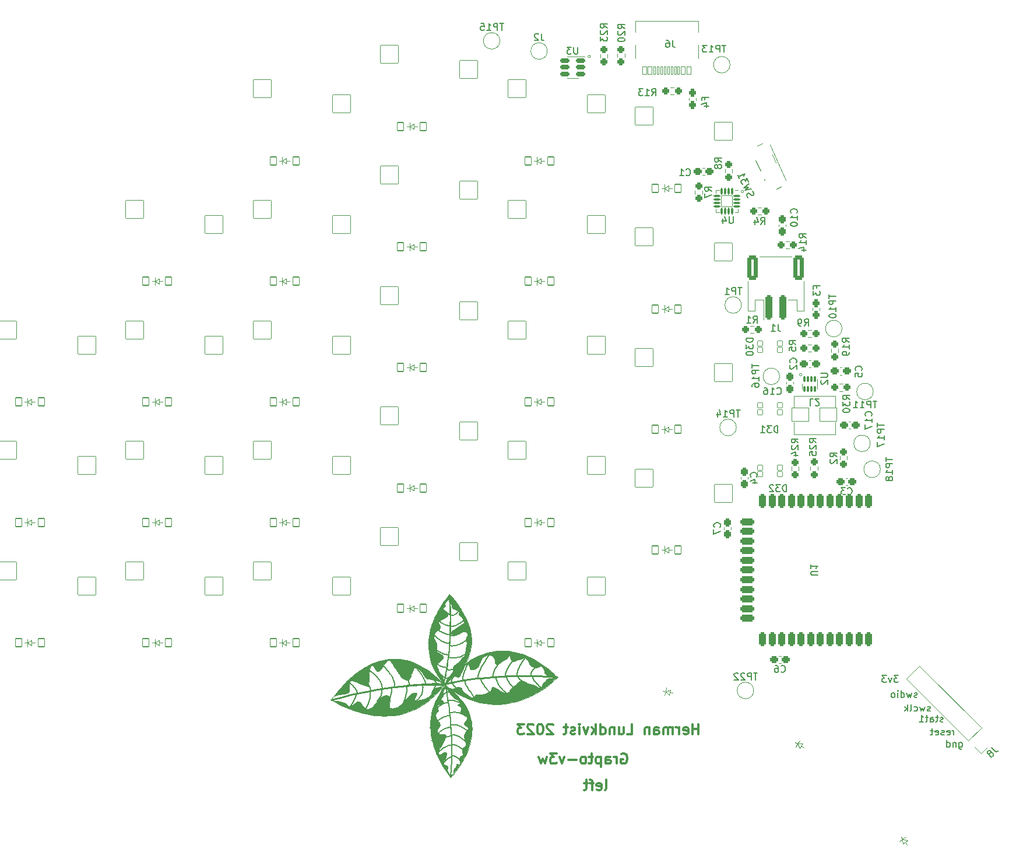
<source format=gbr>
%TF.GenerationSoftware,KiCad,Pcbnew,7.0.1*%
%TF.CreationDate,2023-03-19T14:30:15+01:00*%
%TF.ProjectId,grapto-v3w-left,67726170-746f-42d7-9633-772d6c656674,v1.0.0*%
%TF.SameCoordinates,Original*%
%TF.FileFunction,Legend,Bot*%
%TF.FilePolarity,Positive*%
%FSLAX46Y46*%
G04 Gerber Fmt 4.6, Leading zero omitted, Abs format (unit mm)*
G04 Created by KiCad (PCBNEW 7.0.1) date 2023-03-19 14:30:15*
%MOMM*%
%LPD*%
G01*
G04 APERTURE LIST*
G04 Aperture macros list*
%AMRoundRect*
0 Rectangle with rounded corners*
0 $1 Rounding radius*
0 $2 $3 $4 $5 $6 $7 $8 $9 X,Y pos of 4 corners*
0 Add a 4 corners polygon primitive as box body*
4,1,4,$2,$3,$4,$5,$6,$7,$8,$9,$2,$3,0*
0 Add four circle primitives for the rounded corners*
1,1,$1+$1,$2,$3*
1,1,$1+$1,$4,$5*
1,1,$1+$1,$6,$7*
1,1,$1+$1,$8,$9*
0 Add four rect primitives between the rounded corners*
20,1,$1+$1,$2,$3,$4,$5,0*
20,1,$1+$1,$4,$5,$6,$7,0*
20,1,$1+$1,$6,$7,$8,$9,0*
20,1,$1+$1,$8,$9,$2,$3,0*%
%AMHorizOval*
0 Thick line with rounded ends*
0 $1 width*
0 $2 $3 position (X,Y) of the first rounded end (center of the circle)*
0 $4 $5 position (X,Y) of the second rounded end (center of the circle)*
0 Add line between two ends*
20,1,$1,$2,$3,$4,$5,0*
0 Add two circle primitives to create the rounded ends*
1,1,$1,$2,$3*
1,1,$1,$4,$5*%
G04 Aperture macros list end*
%ADD10C,0.239677*%
%ADD11C,0.152999*%
%ADD12C,0.185725*%
%ADD13C,0.115134*%
%ADD14C,0.067439*%
%ADD15C,0.087030*%
%ADD16C,0.067056*%
%ADD17C,0.184668*%
%ADD18C,0.088709*%
%ADD19C,0.120000*%
%ADD20C,0.089216*%
%ADD21C,0.150000*%
%ADD22C,0.300000*%
%ADD23C,0.100000*%
%ADD24RoundRect,0.050000X-0.450000X-0.600000X0.450000X-0.600000X0.450000X0.600000X-0.450000X0.600000X0*%
%ADD25C,1.801800*%
%ADD26C,3.100000*%
%ADD27C,3.529000*%
%ADD28RoundRect,0.050000X-1.300000X-1.300000X1.300000X-1.300000X1.300000X1.300000X-1.300000X1.300000X0*%
%ADD29RoundRect,0.050000X-1.792932X-0.406686X0.406686X-1.792932X1.792932X0.406686X-0.406686X1.792932X0*%
%ADD30RoundRect,0.050000X-1.820853X0.253960X-0.253960X-1.820853X1.820853X-0.253960X0.253960X1.820853X0*%
%ADD31RoundRect,0.050000X-0.749996X-0.002488X-0.207610X-0.720693X0.749996X0.002488X0.207610X0.720693X0*%
%ADD32RoundRect,0.050000X-1.533080X-1.014724X1.014724X-1.533080X1.533080X1.014724X-1.014724X1.533080X0*%
%ADD33RoundRect,0.050000X-0.560587X-0.498239X0.321345X-0.677670X0.560587X0.498239X-0.321345X0.677670X0*%
%ADD34RoundRect,0.050000X-0.700606X-0.267677X0.060800X-0.747531X0.700606X0.267677X-0.060800X0.747531X0*%
%ADD35RoundRect,0.287500X0.237500X-0.300000X0.237500X0.300000X-0.237500X0.300000X-0.237500X-0.300000X0*%
%ADD36RoundRect,0.050000X0.350000X-0.350000X0.350000X0.350000X-0.350000X0.350000X-0.350000X-0.350000X0*%
%ADD37RoundRect,0.287500X0.250000X0.237500X-0.250000X0.237500X-0.250000X-0.237500X0.250000X-0.237500X0*%
%ADD38RoundRect,0.287500X-0.300000X-0.237500X0.300000X-0.237500X0.300000X0.237500X-0.300000X0.237500X0*%
%ADD39RoundRect,0.287500X-0.237500X0.250000X-0.237500X-0.250000X0.237500X-0.250000X0.237500X0.250000X0*%
%ADD40C,2.100000*%
%ADD41RoundRect,0.050000X-0.648466X0.479054X-0.083502X-0.801890X0.648466X-0.479054X0.083502X0.801890X0*%
%ADD42C,1.000000*%
%ADD43RoundRect,0.050000X-1.076378X-0.037561X-0.753542X-0.769529X1.076378X0.037561X0.753542X0.769529X0*%
%ADD44RoundRect,0.112500X0.375000X0.062500X-0.375000X0.062500X-0.375000X-0.062500X0.375000X-0.062500X0*%
%ADD45RoundRect,0.112500X0.062500X0.375000X-0.062500X0.375000X-0.062500X-0.375000X0.062500X-0.375000X0*%
%ADD46RoundRect,0.050000X0.800000X0.800000X-0.800000X0.800000X-0.800000X-0.800000X0.800000X-0.800000X0*%
%ADD47RoundRect,0.287500X0.237500X-0.287500X0.237500X0.287500X-0.237500X0.287500X-0.237500X-0.287500X0*%
%ADD48RoundRect,0.050000X-1.250000X-0.950000X1.250000X-0.950000X1.250000X0.950000X-1.250000X0.950000X0*%
%ADD49RoundRect,0.287500X0.300000X0.237500X-0.300000X0.237500X-0.300000X-0.237500X0.300000X-0.237500X0*%
%ADD50RoundRect,0.287500X-0.237500X0.300000X-0.237500X-0.300000X0.237500X-0.300000X0.237500X0.300000X0*%
%ADD51C,0.700000*%
%ADD52C,0.750000*%
%ADD53RoundRect,0.050000X-0.300000X-0.575000X0.300000X-0.575000X0.300000X0.575000X-0.300000X0.575000X0*%
%ADD54RoundRect,0.050000X-0.150000X-0.575000X0.150000X-0.575000X0.150000X0.575000X-0.150000X0.575000X0*%
%ADD55O,1.100000X1.700000*%
%ADD56O,1.100000X2.000000*%
%ADD57RoundRect,0.287500X0.237500X-0.250000X0.237500X0.250000X-0.237500X0.250000X-0.237500X-0.250000X0*%
%ADD58RoundRect,0.300000X0.250000X-0.750000X0.250000X0.750000X-0.250000X0.750000X-0.250000X-0.750000X0*%
%ADD59RoundRect,0.300000X-0.750000X-0.250000X0.750000X-0.250000X0.750000X0.250000X-0.750000X0.250000X0*%
%ADD60RoundRect,0.300000X-0.250000X0.750000X-0.250000X-0.750000X0.250000X-0.750000X0.250000X0.750000X0*%
%ADD61RoundRect,0.112500X-0.062500X0.337500X-0.062500X-0.337500X0.062500X-0.337500X0.062500X0.337500X0*%
%ADD62RoundRect,0.287500X-0.250000X-0.237500X0.250000X-0.237500X0.250000X0.237500X-0.250000X0.237500X0*%
%ADD63RoundRect,0.200000X0.512500X0.150000X-0.512500X0.150000X-0.512500X-0.150000X0.512500X-0.150000X0*%
%ADD64RoundRect,0.287500X-0.237500X0.287500X-0.237500X-0.287500X0.237500X-0.287500X0.237500X0.287500X0*%
%ADD65RoundRect,0.050000X0.000000X-1.202082X1.202082X0.000000X0.000000X1.202082X-1.202082X0.000000X0*%
%ADD66HorizOval,1.800000X0.000000X0.000000X0.000000X0.000000X0*%
%ADD67RoundRect,0.300000X-0.250000X-1.500000X0.250000X-1.500000X0.250000X1.500000X-0.250000X1.500000X0*%
%ADD68RoundRect,0.300001X-0.499999X-1.449999X0.499999X-1.449999X0.499999X1.449999X-0.499999X1.449999X0*%
G04 APERTURE END LIST*
D10*
X298079822Y-190542527D02*
X297610266Y-190552769D01*
D11*
X313616109Y-190396012D02*
X313671340Y-190455423D01*
D12*
X300968020Y-184788626D02*
X301026173Y-183889141D01*
D11*
X300606318Y-188359593D02*
X300632140Y-188369181D01*
D13*
X289486294Y-187910265D02*
X289530189Y-187838555D01*
X287679336Y-192980997D02*
X287637863Y-192986308D01*
D11*
X313923567Y-190707254D02*
X313994859Y-190773723D01*
D14*
X303177840Y-182500822D02*
X303309893Y-182362923D01*
X300500980Y-186188952D02*
X300358936Y-186161778D01*
D15*
X301261423Y-189935124D02*
X301272463Y-189897306D01*
D16*
X300055079Y-193295714D02*
X299967305Y-193332427D01*
D14*
X300948424Y-188408183D02*
X301015655Y-188405352D01*
D15*
X292259722Y-192518024D02*
X292205199Y-192635128D01*
X301683028Y-190811664D02*
X301718001Y-190851554D01*
D11*
X296609205Y-188708967D02*
X296469803Y-188512460D01*
D14*
X301204839Y-182096433D02*
X301284380Y-182090871D01*
D10*
X299218083Y-190430276D02*
X299052343Y-190425610D01*
D11*
X291026592Y-191170780D02*
X291042026Y-191210070D01*
X292388104Y-192178175D02*
X292350840Y-192289257D01*
D15*
X307394333Y-188686280D02*
X307423508Y-188610405D01*
X305823382Y-187571926D02*
X305977316Y-187315332D01*
D11*
X299786569Y-189152769D02*
X299753576Y-189116102D01*
X303547291Y-195251187D02*
X303698684Y-195366468D01*
X300793413Y-189522971D02*
X300827009Y-189505573D01*
D16*
X300317016Y-199585983D02*
X300137110Y-199689415D01*
D11*
X301414071Y-180490042D02*
X301459850Y-180477113D01*
X298955115Y-190194547D02*
X298939229Y-190164196D01*
D13*
X295868642Y-192895781D02*
X295855843Y-192887925D01*
D11*
X309306947Y-188401993D02*
X309352983Y-188309030D01*
D13*
X296427889Y-192843010D02*
X296293472Y-192874007D01*
D11*
X301545046Y-199274393D02*
X301598023Y-199285014D01*
X292232133Y-188834718D02*
X292106622Y-188668969D01*
D15*
X310936216Y-189374151D02*
X310939924Y-189411296D01*
X307294349Y-189015329D02*
X307308885Y-188956454D01*
D10*
X300143900Y-190557850D02*
X300122386Y-190548644D01*
X295320423Y-190672672D02*
X294651675Y-190727838D01*
D15*
X301593315Y-190698081D02*
X301620786Y-190734887D01*
D13*
X283842471Y-192590961D02*
X283886393Y-192509474D01*
D11*
X309494656Y-190089849D02*
X309537916Y-190161242D01*
D10*
X300557539Y-190425521D02*
X301069324Y-190308725D01*
D15*
X294733020Y-191358578D02*
X294727840Y-191466121D01*
D11*
X303164437Y-188558102D02*
X303216530Y-188416198D01*
D15*
X294659305Y-191976869D02*
X294627399Y-192124347D01*
D14*
X301879943Y-184858592D02*
X301988596Y-184829526D01*
D13*
X295583923Y-191788637D02*
X295483862Y-191845898D01*
D11*
X307246164Y-189430405D02*
X307244831Y-189394715D01*
X301794915Y-188236905D02*
X301925856Y-188192141D01*
D13*
X286700073Y-189965070D02*
X286755715Y-189961150D01*
D15*
X291095978Y-191784539D02*
X291086325Y-191850599D01*
D14*
X300485206Y-189630388D02*
X300504424Y-189627136D01*
D15*
X303075730Y-188816961D02*
X303117590Y-188691610D01*
D13*
X295917466Y-192911556D02*
X295899600Y-192907522D01*
D17*
X300490836Y-191415200D02*
X300596211Y-191976038D01*
D13*
X285864366Y-193309936D02*
X285794976Y-193267868D01*
X298166594Y-192097704D02*
X298121639Y-192151631D01*
D15*
X287382484Y-192048471D02*
X287375798Y-192079476D01*
D11*
X299273956Y-183875383D02*
X299144201Y-183763310D01*
D15*
X301459781Y-190473772D02*
X301473265Y-190501960D01*
D14*
X300279495Y-186142394D02*
X300194626Y-186118574D01*
D11*
X298801876Y-187094027D02*
X298778986Y-187052395D01*
X311192906Y-189809922D02*
X311247034Y-189854760D01*
X301393710Y-190255834D02*
X301396133Y-190275241D01*
D14*
X301191808Y-183447422D02*
X301278942Y-183455597D01*
X303727963Y-183855101D02*
X303907736Y-183706823D01*
D11*
X300577883Y-191553009D02*
X300589037Y-191552370D01*
D15*
X289414101Y-191735386D02*
X289433095Y-191858174D01*
D11*
X300473415Y-191698703D02*
X300443986Y-191708333D01*
D13*
X283807803Y-192680592D02*
X283842471Y-192590961D01*
D11*
X287436244Y-191413887D02*
X287409292Y-191357944D01*
D15*
X287301049Y-191173950D02*
X287254766Y-191107691D01*
X310984215Y-189551592D02*
X311001493Y-189584433D01*
D11*
X300757133Y-192875683D02*
X300774269Y-192866450D01*
D15*
X301234138Y-190065150D02*
X301238700Y-190035786D01*
X301400920Y-190301848D02*
X301408874Y-190335330D01*
D11*
X292851295Y-189966426D02*
X292805721Y-189845585D01*
D16*
X301496493Y-197864674D02*
X301552037Y-197865043D01*
D11*
X301923793Y-199388173D02*
X302000969Y-199420971D01*
D16*
X302660653Y-193280735D02*
X302829212Y-193363331D01*
D11*
X294671394Y-190727692D02*
X294690268Y-190799294D01*
D17*
X300406056Y-191006639D02*
X300490836Y-191415200D01*
D15*
X309389145Y-189893668D02*
X309420482Y-189956045D01*
D16*
X303158629Y-198713074D02*
X303283916Y-198841906D01*
D15*
X298810764Y-190949176D02*
X298794450Y-190987644D01*
D17*
X300407112Y-191011239D02*
X300492975Y-191424515D01*
D13*
X297251518Y-189176887D02*
X297559465Y-189617855D01*
X290093718Y-188155147D02*
X290195711Y-188334175D01*
D15*
X287329313Y-192238761D02*
X287312055Y-192288256D01*
D11*
X290795340Y-192532883D02*
X290734200Y-192615634D01*
D16*
X299566505Y-195556291D02*
X299443060Y-195641054D01*
D11*
X313994859Y-190773723D02*
X314069610Y-190841584D01*
D16*
X303006788Y-193454421D02*
X303193598Y-193554379D01*
D15*
X307368481Y-188758889D02*
X307394333Y-188686280D01*
X312963127Y-188580726D02*
X312996036Y-188529054D01*
D14*
X300494987Y-181924251D02*
X300398633Y-181894003D01*
D13*
X285794976Y-193267868D02*
X285726289Y-193230466D01*
D14*
X299841535Y-187929900D02*
X299750840Y-187893963D01*
D15*
X290976881Y-190248600D02*
X290926326Y-190142482D01*
X307787135Y-189926348D02*
X307813607Y-190005570D01*
D13*
X290443630Y-192992554D02*
X290058256Y-193466465D01*
D11*
X301330602Y-182085300D02*
X301381095Y-182077466D01*
X298363455Y-184938365D02*
X298210392Y-184785443D01*
X312969087Y-189290990D02*
X312971261Y-189312300D01*
X301451447Y-199260699D02*
X301496180Y-199266390D01*
D15*
X293003489Y-190829124D02*
X293005417Y-190741465D01*
D11*
X294175461Y-193370459D02*
X294071477Y-193578167D01*
D16*
X299172659Y-193961302D02*
X299118544Y-194036947D01*
D11*
X301291032Y-200870806D02*
X301324092Y-200866926D01*
X302445740Y-199662716D02*
X302546318Y-199728771D01*
D17*
X301076761Y-195642994D02*
X301145279Y-196504745D01*
D11*
X299969951Y-192083921D02*
X299937445Y-192123883D01*
D14*
X301075705Y-180376035D02*
X301071032Y-180378543D01*
D11*
X301126309Y-192807114D02*
X301191374Y-192810006D01*
D16*
X302418517Y-201458045D02*
X302495009Y-201538898D01*
D11*
X299874658Y-184279362D02*
X299761597Y-184217545D01*
D13*
X285590246Y-193168192D02*
X285522500Y-193142586D01*
D15*
X306145506Y-190922782D02*
X306241902Y-191044021D01*
D11*
X301284380Y-182090871D02*
X301330602Y-182085300D01*
D13*
X288707718Y-193987318D02*
X288640512Y-193940035D01*
X295936727Y-192914465D02*
X295917466Y-192911556D01*
D16*
X301324092Y-200866926D02*
X301369639Y-200865309D01*
D11*
X300494987Y-181924251D02*
X300398633Y-181894003D01*
D13*
X297645293Y-189674585D02*
X297689369Y-189690149D01*
D11*
X298893383Y-190573463D02*
X298893493Y-190600536D01*
D15*
X294541913Y-192442559D02*
X294487205Y-192613152D01*
D14*
X301078839Y-184908956D02*
X301169304Y-184921754D01*
D13*
X297869899Y-192361522D02*
X297784567Y-192412504D01*
D11*
X300306517Y-191776668D02*
X300282900Y-191791910D01*
D15*
X309148595Y-188786633D02*
X309171659Y-188719965D01*
D14*
X302907770Y-184424463D02*
X303061157Y-184331886D01*
D15*
X286745860Y-193417609D02*
X286689295Y-193498313D01*
X290940177Y-192291122D02*
X290897994Y-192370474D01*
D16*
X300101679Y-201890896D02*
X300071676Y-201932094D01*
D11*
X287358110Y-191869430D02*
X287362098Y-191870681D01*
X300342843Y-183166979D02*
X300254210Y-183133080D01*
X302167166Y-199501193D02*
X302256143Y-199549235D01*
D13*
X292005635Y-187010271D02*
X292069090Y-186987723D01*
D11*
X289125750Y-190486197D02*
X289060118Y-190387030D01*
D15*
X292447718Y-191964063D02*
X292420285Y-192069680D01*
D10*
X315137276Y-189347290D02*
X316632509Y-189451916D01*
X315137276Y-189347290D02*
X316632509Y-189451916D01*
D11*
X298513286Y-185080013D02*
X298363455Y-184938365D01*
X301189426Y-194618075D02*
X301343794Y-194593242D01*
D15*
X313123720Y-189730006D02*
X313144425Y-189767397D01*
X291089613Y-191401023D02*
X291101291Y-191494978D01*
D14*
X301118624Y-180514763D02*
X301152784Y-180518562D01*
D11*
X299030838Y-190391808D02*
X299025580Y-190371606D01*
X302797845Y-182845815D02*
X302921667Y-182741763D01*
D15*
X288503349Y-189711510D02*
X288379949Y-189586484D01*
D11*
X301987262Y-197943033D02*
X302075453Y-197973480D01*
D12*
X301024331Y-178641313D02*
X300944853Y-177459379D01*
D14*
X300366800Y-188059292D02*
X300251918Y-188041261D01*
D11*
X300023194Y-179667906D02*
X299971495Y-179612471D01*
D17*
X300781275Y-193111362D02*
X300843718Y-193553666D01*
D15*
X313272017Y-188199219D02*
X313332670Y-188141789D01*
D13*
X297688510Y-192462876D02*
X297580842Y-192512630D01*
D15*
X308020226Y-187579695D02*
X308104681Y-187469929D01*
D11*
X298543087Y-182007886D02*
X298390005Y-181868378D01*
X300883163Y-192828577D02*
X300921557Y-192820739D01*
X290940177Y-192291122D02*
X290897994Y-192370474D01*
D15*
X309230114Y-188571497D02*
X309266087Y-188489439D01*
D14*
X301062075Y-182088465D02*
X301098010Y-182093671D01*
D15*
X301227585Y-190140989D02*
X301228716Y-190117730D01*
D16*
X300147385Y-193261960D02*
X300055079Y-193295714D01*
D14*
X300846520Y-180307230D02*
X300814849Y-180289200D01*
D15*
X311462586Y-189996729D02*
X311488478Y-190010292D01*
D11*
X312770289Y-189163230D02*
X312773611Y-189111901D01*
X312781358Y-189051144D02*
X312787310Y-189017455D01*
X299322463Y-193785381D02*
X299240433Y-193876515D01*
X301098010Y-182093671D02*
X301142654Y-182096563D01*
D13*
X316505208Y-189515242D02*
X316505090Y-189515944D01*
X316504958Y-189516625D01*
X316504884Y-189516955D01*
X316504805Y-189517275D01*
X316504717Y-189517584D01*
X316504622Y-189517881D01*
X316504517Y-189518165D01*
X316504402Y-189518433D01*
X316504276Y-189518685D01*
X316504138Y-189518920D01*
X316503986Y-189519135D01*
X316503905Y-189519235D01*
X316503820Y-189519329D01*
X316503619Y-189519520D01*
X316503408Y-189519682D01*
X316503187Y-189519817D01*
X316502959Y-189519925D01*
X316502722Y-189520010D01*
X316502477Y-189520071D01*
X316502225Y-189520113D01*
X316501966Y-189520135D01*
X316501701Y-189520139D01*
X316501431Y-189520128D01*
X316500873Y-189520065D01*
X316500298Y-189519960D01*
X316499708Y-189519826D01*
X316498501Y-189519524D01*
X316497891Y-189519384D01*
X316497281Y-189519269D01*
X316496676Y-189519192D01*
X316496532Y-189519183D01*
X316497013Y-189519092D01*
X316497690Y-189518917D01*
X316498356Y-189518700D01*
X316499014Y-189518444D01*
X316499664Y-189518152D01*
X316500305Y-189517830D01*
X316500940Y-189517479D01*
X316501568Y-189517103D01*
X316502190Y-189516707D01*
X316502806Y-189516293D01*
X316504026Y-189515426D01*
X316505232Y-189514530D01*
X316505320Y-189514530D01*
X316505208Y-189515242D01*
G36*
X316505208Y-189515242D02*
G01*
X316505090Y-189515944D01*
X316504958Y-189516625D01*
X316504884Y-189516955D01*
X316504805Y-189517275D01*
X316504717Y-189517584D01*
X316504622Y-189517881D01*
X316504517Y-189518165D01*
X316504402Y-189518433D01*
X316504276Y-189518685D01*
X316504138Y-189518920D01*
X316503986Y-189519135D01*
X316503905Y-189519235D01*
X316503820Y-189519329D01*
X316503619Y-189519520D01*
X316503408Y-189519682D01*
X316503187Y-189519817D01*
X316502959Y-189519925D01*
X316502722Y-189520010D01*
X316502477Y-189520071D01*
X316502225Y-189520113D01*
X316501966Y-189520135D01*
X316501701Y-189520139D01*
X316501431Y-189520128D01*
X316500873Y-189520065D01*
X316500298Y-189519960D01*
X316499708Y-189519826D01*
X316498501Y-189519524D01*
X316497891Y-189519384D01*
X316497281Y-189519269D01*
X316496676Y-189519192D01*
X316496532Y-189519183D01*
X316497013Y-189519092D01*
X316497690Y-189518917D01*
X316498356Y-189518700D01*
X316499014Y-189518444D01*
X316499664Y-189518152D01*
X316500305Y-189517830D01*
X316500940Y-189517479D01*
X316501568Y-189517103D01*
X316502190Y-189516707D01*
X316502806Y-189516293D01*
X316504026Y-189515426D01*
X316505232Y-189514530D01*
X316505320Y-189514530D01*
X316505208Y-189515242D01*
G37*
D15*
X312981863Y-189372814D02*
X312991430Y-189411920D01*
D11*
X299025580Y-190371606D02*
X299019289Y-190350125D01*
X299801085Y-195411713D02*
X299685890Y-195479990D01*
D13*
X299617816Y-190834074D02*
X299507520Y-190875531D01*
D17*
X301070002Y-195613556D02*
X301138809Y-196476571D01*
D11*
X300951561Y-183310297D02*
X300871837Y-183302495D01*
D15*
X302874890Y-189674284D02*
X302881017Y-189617388D01*
D14*
X301508360Y-180461207D02*
X301559549Y-180442052D01*
D13*
X287549708Y-193013668D02*
X287503346Y-193034753D01*
D11*
X300780690Y-199406185D02*
X300687483Y-199430911D01*
D13*
X290567358Y-192848721D02*
X290443630Y-192992554D01*
D11*
X298866770Y-190781000D02*
X298858624Y-190811347D01*
X300537252Y-191559316D02*
X300550516Y-191556440D01*
D15*
X301227801Y-190181562D02*
X301227325Y-190162259D01*
D11*
X302881965Y-189950286D02*
X302878028Y-189930978D01*
X302363991Y-198105059D02*
X302467680Y-198164053D01*
X300498030Y-191692281D02*
X300473415Y-191698703D01*
X300644089Y-191554127D02*
X300660511Y-191555981D01*
X302167734Y-198010289D02*
X302263961Y-198053977D01*
D14*
X300568966Y-189612216D02*
X300592810Y-189605301D01*
D11*
X301172528Y-191788748D02*
X301200437Y-191808261D01*
X299443060Y-195641054D02*
X299315691Y-195734715D01*
X302526587Y-179681969D02*
X302611353Y-179581764D01*
D12*
X300591902Y-188110357D02*
X300656423Y-187677392D01*
D11*
X311442978Y-187373632D02*
X311541557Y-187226451D01*
D15*
X289874769Y-188901548D02*
X289701975Y-188766478D01*
D16*
X300244298Y-193231515D02*
X300147385Y-193261960D01*
D13*
X295825928Y-192841511D02*
X295823715Y-192819895D01*
X299469083Y-190092037D02*
X299553658Y-190134965D01*
D14*
X302708007Y-187863711D02*
X302891493Y-187774544D01*
D11*
X289257521Y-193041563D02*
X289160606Y-193301255D01*
D16*
X300473415Y-191698703D02*
X300443986Y-191708333D01*
X301126309Y-192807114D02*
X301191374Y-192810006D01*
D11*
X302677062Y-182939595D02*
X302797845Y-182845815D01*
D15*
X303412670Y-190719175D02*
X303523308Y-190920770D01*
D11*
X301300557Y-189815138D02*
X301317883Y-189770743D01*
D13*
X295091930Y-189764546D02*
X295127793Y-189713218D01*
D11*
X307716047Y-189597912D02*
X307723435Y-189654238D01*
X301484818Y-186679669D02*
X301636603Y-186676480D01*
X292205199Y-192635128D02*
X292144253Y-192753657D01*
X308637938Y-191260679D02*
X308761046Y-191387566D01*
D14*
X300838785Y-186204071D02*
X300782540Y-186208492D01*
X301082323Y-180370246D02*
X301079434Y-180373225D01*
D11*
X302206913Y-193080173D02*
X302349720Y-193139529D01*
X305182386Y-188999172D02*
X305278793Y-188705766D01*
X304001848Y-195633585D02*
X304063154Y-195696308D01*
D14*
X301988224Y-180194391D02*
X302058856Y-180139553D01*
X299300709Y-187636676D02*
X299184641Y-187543257D01*
D11*
X300396795Y-195146111D02*
X300309538Y-195175412D01*
X311352979Y-187515642D02*
X311442978Y-187373632D01*
D16*
X300849454Y-192837440D02*
X300883163Y-192828577D01*
D11*
X313382827Y-190120585D02*
X313467893Y-190226403D01*
D13*
X284564197Y-192967258D02*
X284388413Y-192936914D01*
D14*
X301751275Y-183404795D02*
X301838027Y-183380714D01*
X300940487Y-189440372D02*
X300968001Y-189423174D01*
D13*
X296447238Y-188245544D02*
X296507884Y-188295731D01*
X293401744Y-188730475D02*
X293550382Y-188949206D01*
D11*
X307423508Y-188610405D02*
X307456203Y-188531334D01*
X311541557Y-187226451D02*
X311649096Y-187074132D01*
D16*
X300033204Y-192011436D02*
X300001881Y-192046466D01*
D14*
X301168892Y-188389733D02*
X301255346Y-188376215D01*
D11*
X311020789Y-189616315D02*
X311041872Y-189647206D01*
D13*
X286130163Y-191756840D02*
X286191268Y-191723629D01*
D16*
X300137110Y-199689415D02*
X299963734Y-199804163D01*
D14*
X299418331Y-181318458D02*
X299273278Y-181199093D01*
D13*
X289273843Y-194066005D02*
X289181264Y-194088559D01*
D16*
X301253099Y-201015399D02*
X301249490Y-201012528D01*
D11*
X301717754Y-200945086D02*
X301769831Y-200968248D01*
D10*
X298203322Y-190432797D02*
X297940160Y-190442527D01*
D15*
X293687992Y-194244280D02*
X293534440Y-194480411D01*
D12*
X301054863Y-181929591D02*
X301068693Y-180878359D01*
D13*
X293224802Y-193888264D02*
X293074041Y-193940807D01*
D11*
X312907014Y-188680429D02*
X312933509Y-188631214D01*
D14*
X299850644Y-189219059D02*
X299818935Y-189187062D01*
D15*
X311130649Y-187910355D02*
X311197196Y-187784034D01*
D16*
X301945532Y-192982088D02*
X302072256Y-193027817D01*
D11*
X303384006Y-184115774D02*
X303553370Y-183991254D01*
X300269104Y-198280376D02*
X300169662Y-198330761D01*
D13*
X286513922Y-193717394D02*
X286473667Y-193727471D01*
D16*
X301746286Y-196377260D02*
X301834431Y-196390923D01*
D11*
X300353461Y-189632442D02*
X300371269Y-189634883D01*
D13*
X298433113Y-191587673D02*
X298327674Y-191819695D01*
D11*
X299505128Y-200171711D02*
X299273004Y-200391560D01*
D15*
X312828901Y-188862743D02*
X312844585Y-188819527D01*
D11*
X301371080Y-180500260D02*
X301414071Y-180490042D01*
D16*
X299184529Y-195837711D02*
X299049706Y-195950478D01*
D15*
X298866770Y-190781000D02*
X298858624Y-190811347D01*
D14*
X300644055Y-189588166D02*
X300671478Y-189577813D01*
D15*
X308761046Y-191387566D02*
X308894400Y-191517411D01*
X298879222Y-190725379D02*
X298873600Y-190752337D01*
D11*
X286167726Y-190177951D02*
X286023079Y-190093449D01*
D15*
X312773611Y-189111901D02*
X312781358Y-189051144D01*
D11*
X302349008Y-199602973D02*
X302445740Y-199662716D01*
X302066430Y-201147588D02*
X302132621Y-201198090D01*
D16*
X301748663Y-197884703D02*
X301823723Y-197899161D01*
D15*
X291106420Y-191602043D02*
X291105691Y-191660108D01*
D16*
X299118544Y-194036947D02*
X299048907Y-194149617D01*
D15*
X289455737Y-191180950D02*
X289437819Y-191122593D01*
D11*
X300927921Y-201145677D02*
X300889254Y-201171971D01*
D14*
X300512846Y-180087307D02*
X300407629Y-180008307D01*
D18*
X300329172Y-190672215D02*
X300329145Y-190672196D01*
X300329187Y-190672196D01*
X300329172Y-190672215D01*
G36*
X300329172Y-190672215D02*
G01*
X300329145Y-190672196D01*
X300329187Y-190672196D01*
X300329172Y-190672215D01*
G37*
D14*
X301772449Y-181966089D02*
X301852194Y-181933984D01*
D13*
X296690388Y-188471515D02*
X296810770Y-188604654D01*
D11*
X297438847Y-190550439D02*
X297449938Y-190531842D01*
D15*
X291086325Y-191850599D02*
X291073027Y-191919017D01*
D11*
X301055870Y-201066751D02*
X301027684Y-201082817D01*
D16*
X298624610Y-196351777D02*
X298476477Y-196507998D01*
D14*
X299753576Y-189116102D02*
X299719988Y-189076981D01*
D11*
X301261431Y-201033131D02*
X301261323Y-201031478D01*
X303229280Y-200274906D02*
X303356150Y-200393769D01*
D15*
X307246164Y-189430405D02*
X307244831Y-189394715D01*
X298892254Y-190553926D02*
X298893383Y-190573463D01*
X292106622Y-188668969D02*
X291968417Y-188498443D01*
D13*
X297784567Y-192412504D02*
X297688510Y-192462876D01*
D11*
X309389145Y-189893668D02*
X309420482Y-189956045D01*
D16*
X300782154Y-191584163D02*
X300806374Y-191592331D01*
D15*
X292531368Y-191407067D02*
X292516671Y-191576186D01*
X307882018Y-190176737D02*
X307924762Y-190268480D01*
D16*
X300063891Y-191978751D02*
X300033204Y-192011436D01*
D11*
X301058421Y-180382118D02*
X301050270Y-180382919D01*
X300621327Y-198131352D02*
X300540236Y-198161377D01*
X300687483Y-199430911D02*
X300594233Y-199461811D01*
D13*
X290857372Y-188459400D02*
X290994508Y-188306205D01*
D15*
X298893493Y-190600536D02*
X298891735Y-190634987D01*
D16*
X301314287Y-199254884D02*
X301374468Y-199255017D01*
D11*
X298873600Y-190752337D02*
X298866770Y-190781000D01*
D14*
X301086014Y-180364315D02*
X301084481Y-180367232D01*
D16*
X299963734Y-199804163D02*
X299799122Y-199925769D01*
D11*
X290897994Y-192370474D02*
X290849826Y-192451112D01*
D17*
X301138809Y-196476571D02*
X301195855Y-197398794D01*
D15*
X301285463Y-189857318D02*
X301300557Y-189815138D01*
D16*
X300883163Y-192828577D02*
X300921557Y-192820739D01*
D11*
X300808139Y-195059338D02*
X300693281Y-195074216D01*
D15*
X287409292Y-191357944D02*
X287377990Y-191299215D01*
D11*
X299628516Y-197334617D02*
X299505783Y-197437692D01*
D13*
X285986703Y-191811835D02*
X286061763Y-191786087D01*
D11*
X301400920Y-190301848D02*
X301408874Y-190335330D01*
X301337575Y-189724111D02*
X301359771Y-189675220D01*
D15*
X313217352Y-189887862D02*
X313245502Y-189930760D01*
D11*
X301669045Y-183423660D02*
X301751275Y-183404795D01*
D13*
X295383034Y-191917199D02*
X295281253Y-192001035D01*
D15*
X305110657Y-189289788D02*
X305182386Y-188999172D01*
D11*
X298942010Y-185441578D02*
X298802700Y-185331191D01*
D15*
X301359771Y-189675220D02*
X301384606Y-189624047D01*
D11*
X299315691Y-195734715D02*
X299184529Y-195837711D01*
X300814849Y-180289200D02*
X300780523Y-180268733D01*
D13*
X299946199Y-190645557D02*
X299920093Y-190670892D01*
D16*
X300858288Y-191612244D02*
X300886002Y-191624125D01*
D11*
X300478931Y-195121778D02*
X300396795Y-195146111D01*
X296221384Y-192796588D02*
X296080002Y-192887544D01*
D16*
X299801085Y-195411713D02*
X299685890Y-195479990D01*
D13*
X291543161Y-187505235D02*
X291677966Y-187318837D01*
D12*
X301024306Y-182932848D02*
X301054863Y-181929591D01*
D15*
X290590622Y-192783463D02*
X290507515Y-192868234D01*
D16*
X301192823Y-201008708D02*
X301179001Y-201012123D01*
D11*
X302751076Y-181398612D02*
X302870663Y-181306221D01*
X303774523Y-191324594D02*
X304034660Y-191699936D01*
D15*
X289442765Y-191984061D02*
X289443718Y-192112537D01*
X305569841Y-189591557D02*
X305566244Y-189596208D01*
D11*
X300142028Y-188018964D02*
X300037052Y-187992743D01*
D15*
X307245534Y-189350915D02*
X307249257Y-189290535D01*
X301252207Y-189970795D02*
X301261423Y-189935124D01*
D11*
X301255346Y-188376215D02*
X301348654Y-188358402D01*
D14*
X301680114Y-184900046D02*
X301777099Y-184881934D01*
D15*
X309757015Y-190476357D02*
X309824357Y-190562435D01*
X289481571Y-191282381D02*
X289455737Y-191180950D01*
D11*
X301392940Y-196363935D02*
X301451802Y-196360945D01*
D15*
X290431115Y-189428232D02*
X290311068Y-189299236D01*
X313166884Y-189806174D02*
X313191170Y-189846331D01*
D11*
X299038590Y-190428363D02*
X299035147Y-190410728D01*
D12*
X300656423Y-187677392D02*
X300720229Y-187212221D01*
D11*
X307308885Y-188956454D02*
X307325954Y-188894045D01*
X299607435Y-198677637D02*
X299482449Y-198768266D01*
X313144425Y-189767397D02*
X313166884Y-189806174D01*
D10*
X294651675Y-190727838D02*
X293947058Y-190795262D01*
D15*
X287390916Y-191995841D02*
X287387477Y-192020650D01*
X301317883Y-189770743D02*
X301337575Y-189724111D01*
D11*
X298890333Y-190538105D02*
X298892254Y-190553926D01*
D13*
X286568646Y-190022320D02*
X286606893Y-189996127D01*
D11*
X296735696Y-188892740D02*
X296609205Y-188708967D01*
D14*
X300188988Y-189462354D02*
X300168634Y-189452958D01*
D13*
X291303967Y-192226313D02*
X291223370Y-192271030D01*
D16*
X298476477Y-196507998D02*
X298325349Y-196676175D01*
D14*
X302617311Y-184581122D02*
X302759805Y-184507377D01*
D11*
X311139434Y-189760211D02*
X311192906Y-189809922D01*
D13*
X286289044Y-191643450D02*
X286324442Y-191595551D01*
D11*
X289481571Y-191282381D02*
X289455737Y-191180950D01*
D15*
X309090631Y-189005866D02*
X309100560Y-188957916D01*
X313032405Y-188476288D02*
X313072400Y-188422520D01*
D11*
X311041872Y-189647206D02*
X311064510Y-189677074D01*
D13*
X286345500Y-191554459D02*
X286362790Y-191508033D01*
D11*
X301576963Y-200896061D02*
X301621267Y-200909268D01*
D13*
X289255565Y-189333330D02*
X289279434Y-188991104D01*
D19*
X321433848Y-99370000D02*
G75*
G03*
X321433848Y-99370000I-183848J0D01*
G01*
D13*
X298578988Y-191347598D02*
X298535636Y-191408347D01*
D16*
X301552037Y-197865043D02*
X301612676Y-197868160D01*
D14*
X302523569Y-181561542D02*
X302635370Y-181483619D01*
D13*
X291979214Y-192143165D02*
X291892927Y-192121055D01*
D15*
X287949905Y-189192178D02*
X287785379Y-189054685D01*
D13*
X297016408Y-192705325D02*
X296837440Y-192751883D01*
D15*
X307325954Y-188894045D02*
X307345754Y-188828167D01*
D14*
X301559549Y-180442052D02*
X301613359Y-180419379D01*
D11*
X300697185Y-188387172D02*
X300736856Y-188394845D01*
D14*
X301284750Y-184929391D02*
X301351719Y-184930042D01*
D11*
X287459166Y-191466905D02*
X287436244Y-191413887D01*
D12*
X300464763Y-188876181D02*
X300527677Y-188510243D01*
D15*
X312969087Y-189290990D02*
X312971261Y-189312300D01*
D13*
X289690785Y-193827715D02*
X289579141Y-193911431D01*
D11*
X290311068Y-189299236D02*
X290178723Y-189168245D01*
X305696548Y-190247698D02*
X305739328Y-190326654D01*
D17*
X300599591Y-191990759D02*
X300719119Y-192702849D01*
D11*
X301508360Y-180461207D02*
X301559549Y-180442052D01*
X300120192Y-195250662D02*
X300018368Y-195297486D01*
D16*
X302546318Y-199728771D02*
X302650717Y-199801447D01*
D15*
X305566244Y-189596208D02*
X305557615Y-189611009D01*
X298858624Y-190811347D02*
X298849056Y-190843358D01*
D10*
X287997003Y-191728211D02*
X286638320Y-192031176D01*
D15*
X312968245Y-189263424D02*
X312968240Y-189275708D01*
D11*
X301838027Y-183380714D02*
X301929153Y-183350910D01*
D10*
X304294456Y-189747628D02*
X304922572Y-189665907D01*
D11*
X300628741Y-191552907D02*
X300644089Y-191554127D01*
D16*
X302349720Y-193139529D02*
X302500895Y-193206258D01*
D13*
X299711138Y-190233061D02*
X299783074Y-190288709D01*
D11*
X300101345Y-189416881D02*
X300076942Y-189401961D01*
X300849454Y-192837440D02*
X300883163Y-192828577D01*
X302334435Y-183164361D02*
X302445209Y-183098363D01*
X289505638Y-191468926D02*
X289503556Y-191421169D01*
X298969377Y-190223640D02*
X298955115Y-190194547D01*
D10*
X297346599Y-190473566D02*
X297014444Y-190495464D01*
D11*
X300563425Y-193163529D02*
X300452244Y-193181950D01*
D13*
X295827621Y-192768293D02*
X295833342Y-192738749D01*
D15*
X289184605Y-190581249D02*
X289125750Y-190486197D01*
D14*
X301084481Y-180367232D02*
X301082323Y-180370246D01*
X303309893Y-182362923D02*
X303444393Y-182212729D01*
D16*
X301513647Y-192857969D02*
X301610800Y-192880926D01*
D11*
X310984215Y-189551592D02*
X311001493Y-189584433D01*
X298325349Y-196676175D02*
X298171358Y-196856743D01*
X303449981Y-186015713D02*
X303606413Y-185902866D01*
D13*
X292193443Y-186993973D02*
X292254223Y-187025815D01*
D11*
X310939261Y-189297604D02*
X310935918Y-189336243D01*
D16*
X301396964Y-200866038D02*
X301427250Y-200868159D01*
D11*
X298982101Y-190251471D02*
X298969377Y-190223640D01*
D15*
X314069610Y-190841584D02*
X314147899Y-190910828D01*
D11*
X301071032Y-180378543D02*
X301065306Y-180380615D01*
D15*
X305543455Y-189837385D02*
X305552481Y-189881861D01*
D11*
X305538231Y-189676160D02*
X305535306Y-189700783D01*
X299184641Y-187543257D02*
X299084536Y-187450574D01*
X299418331Y-181318458D02*
X299273278Y-181199093D01*
X302868854Y-189771714D02*
X302870922Y-189725646D01*
X302243705Y-196499006D02*
X302359962Y-196541900D01*
D15*
X287383286Y-191892120D02*
X287386791Y-191900643D01*
D12*
X301095353Y-180880403D02*
X301073517Y-179782498D01*
D14*
X300398633Y-181894003D02*
X300302523Y-181858257D01*
D11*
X292447718Y-191964063D02*
X292420285Y-192069680D01*
X290431115Y-189428232D02*
X290311068Y-189299236D01*
X294071477Y-193578167D02*
X293955947Y-193793087D01*
D14*
X300407629Y-180008307D02*
X300312453Y-179932618D01*
D17*
X301016286Y-195045317D02*
X301070002Y-195613556D01*
D14*
X300902328Y-180336515D02*
X300875644Y-180322957D01*
D15*
X311247034Y-189854760D02*
X311299963Y-189894463D01*
X308637938Y-191260679D02*
X308761046Y-191387566D01*
D11*
X299083600Y-199088485D02*
X298942906Y-199212412D01*
X313307993Y-190020638D02*
X313382827Y-190120585D01*
D15*
X292538509Y-189301442D02*
X292447476Y-189151140D01*
D13*
X289633673Y-187758055D02*
X289693930Y-187753022D01*
D16*
X302879343Y-196792063D02*
X303022541Y-196876767D01*
D10*
X296657535Y-190522006D02*
X296274994Y-190553486D01*
D16*
X299660045Y-193501877D02*
X299531673Y-193595265D01*
D13*
X286645397Y-193657034D02*
X286599948Y-193681693D01*
D16*
X300531857Y-191686459D02*
X300517590Y-191688416D01*
D15*
X307845100Y-190089067D02*
X307882018Y-190176737D01*
D13*
X296507884Y-188295731D02*
X296568741Y-188350460D01*
D11*
X300660551Y-180191384D02*
X300614540Y-180159839D01*
X299045772Y-190497161D02*
X299044569Y-190473529D01*
X301449042Y-188335931D02*
X301556732Y-188308434D01*
X306532482Y-186497938D02*
X306779982Y-186177346D01*
X297075937Y-190714407D02*
X297086214Y-190870637D01*
D15*
X291829543Y-193236228D02*
X291731458Y-193357532D01*
D11*
X301587331Y-196362441D02*
X301663903Y-196367934D01*
D15*
X298825233Y-190912293D02*
X298810764Y-190949176D01*
D11*
X287375122Y-191879822D02*
X287379349Y-191885236D01*
X296965596Y-191781642D02*
X296927014Y-191887017D01*
X299019289Y-190350125D02*
X299011879Y-190327368D01*
D13*
X295281253Y-192001035D02*
X295178333Y-192095905D01*
D17*
X300899332Y-194002148D02*
X300959076Y-194507913D01*
D14*
X301330602Y-182085300D02*
X301381095Y-182077466D01*
D15*
X313332670Y-188141789D02*
X313397959Y-188083897D01*
D11*
X298853363Y-198135783D02*
X298716488Y-198315963D01*
X301293677Y-180513648D02*
X301330930Y-180508039D01*
D16*
X301769831Y-200968248D02*
X301824394Y-200995278D01*
D10*
X299889426Y-190489899D02*
X299811608Y-190477667D01*
D11*
X307532945Y-188363871D02*
X307577386Y-188275616D01*
D16*
X301923793Y-199388173D02*
X302000969Y-199420971D01*
D14*
X300023194Y-179667906D02*
X299971495Y-179612471D01*
D11*
X313072400Y-188422520D02*
X313116191Y-188367838D01*
D15*
X308894400Y-191517411D02*
X309038403Y-191650111D01*
D11*
X298825233Y-190912293D02*
X298810764Y-190949176D01*
X291829543Y-193236228D02*
X291731458Y-193357532D01*
D13*
X294031019Y-189519879D02*
X294117164Y-189596947D01*
D11*
X300168634Y-189452958D02*
X300147222Y-189442300D01*
X300566959Y-188341061D02*
X300584666Y-188350098D01*
X294541913Y-192442559D02*
X294487205Y-192613152D01*
D14*
X302362673Y-179860780D02*
X302443675Y-179774884D01*
D11*
X289421914Y-192375219D02*
X289400374Y-192508405D01*
X286654566Y-190508841D02*
X286545975Y-190427463D01*
X311394802Y-189957425D02*
X311462586Y-189996729D01*
X313004601Y-189456861D02*
X313012715Y-189481505D01*
D14*
X300405858Y-189636694D02*
X300419530Y-189636540D01*
D11*
X301255896Y-201018442D02*
X301253099Y-201015399D01*
X310931196Y-188362437D02*
X310971811Y-188257457D01*
D14*
X302797845Y-182845815D02*
X302921667Y-182741763D01*
D11*
X300820214Y-192846956D02*
X300849454Y-192837440D01*
D13*
X296154926Y-191979040D02*
X296175222Y-191922602D01*
D15*
X294071477Y-193578167D02*
X293955947Y-193793087D01*
D16*
X301663903Y-196367934D02*
X301746286Y-196377260D01*
D11*
X299852613Y-182946076D02*
X299740790Y-182884889D01*
X303216530Y-188416198D02*
X303274126Y-188265660D01*
X313275692Y-189975021D02*
X313307993Y-190020638D01*
D15*
X309076358Y-189226743D02*
X309074518Y-189206585D01*
D14*
X301040747Y-180382884D02*
X301029744Y-180381881D01*
D16*
X301163436Y-201016936D02*
X301146027Y-201023284D01*
D15*
X287537247Y-191789626D02*
X287533838Y-191744517D01*
D13*
X295939982Y-188081950D02*
X295990806Y-188068433D01*
D15*
X290178723Y-189168245D02*
X290033488Y-189035576D01*
D11*
X303411716Y-198982781D02*
X303541883Y-199136214D01*
D16*
X299443060Y-195641054D02*
X299315691Y-195734715D01*
X302066430Y-201147588D02*
X302132621Y-201198090D01*
D14*
X300009149Y-186055920D02*
X299908816Y-186016231D01*
X302635370Y-181483619D02*
X302751076Y-181398612D01*
D15*
X289385171Y-191616206D02*
X289414101Y-191735386D01*
X289390136Y-190991120D02*
X289359633Y-190918215D01*
D11*
X302115860Y-181808428D02*
X302211817Y-181755825D01*
X301118634Y-191752650D02*
X301145262Y-191770219D01*
X301423344Y-192839773D02*
X301513647Y-192857969D01*
X301496180Y-199266390D02*
X301545046Y-199274393D01*
D12*
X300881084Y-185846444D02*
X300897223Y-185632180D01*
D11*
X287524607Y-191683282D02*
X287506979Y-191607027D01*
X302072256Y-193027817D02*
X302206913Y-193080173D01*
D15*
X309754234Y-187628180D02*
X309844666Y-187492991D01*
D13*
X293652013Y-193649583D02*
X293513602Y-193741149D01*
D15*
X301545172Y-190627837D02*
X301568144Y-190662384D01*
D13*
X292238750Y-192278904D02*
X292152241Y-192221467D01*
D16*
X299911955Y-195351024D02*
X299801085Y-195411713D01*
D15*
X310956642Y-189483166D02*
X310969187Y-189517826D01*
D16*
X298911357Y-196073454D02*
X298769614Y-196207075D01*
D11*
X307577386Y-188275616D02*
X307626138Y-188184434D01*
D13*
X299849828Y-190349078D02*
X299910916Y-190414405D01*
X290994508Y-188306205D02*
X291132132Y-188122013D01*
D15*
X288616125Y-194367768D02*
X288401110Y-194698033D01*
D11*
X301244678Y-190004342D02*
X301252207Y-189970795D01*
X300871837Y-183302495D02*
X300770557Y-183286796D01*
D15*
X301230417Y-190214354D02*
X301228877Y-190198919D01*
D13*
X295162018Y-189656376D02*
X295194776Y-189594574D01*
D11*
X299845064Y-198518603D02*
X299728328Y-198594524D01*
D15*
X287269795Y-192400054D02*
X287244511Y-192462700D01*
D11*
X302874890Y-189674284D02*
X302881017Y-189617388D01*
X301259468Y-201024501D02*
X301257984Y-201021522D01*
D16*
X302741439Y-196716728D02*
X302879343Y-196792063D01*
D11*
X291055751Y-191989640D02*
X291034163Y-192062315D01*
D15*
X305085418Y-189432992D02*
X305110657Y-189289788D01*
D11*
X313032405Y-188476288D02*
X313072400Y-188422520D01*
D13*
X292918792Y-193977337D02*
X292758867Y-193996351D01*
D11*
X300358936Y-186161778D02*
X300279495Y-186142394D01*
X291101291Y-191494978D02*
X291104842Y-191546948D01*
X300467118Y-189632888D02*
X300485206Y-189630388D01*
D14*
X300662354Y-188378496D02*
X300697185Y-188387172D01*
D11*
X302495009Y-201538898D02*
X302573401Y-201626647D01*
D10*
X300137529Y-190531758D02*
X300557539Y-190425521D01*
D13*
X298906387Y-191064000D02*
X298852370Y-191083837D01*
X288342252Y-193631268D02*
X288136519Y-193355399D01*
D11*
X313087291Y-189659407D02*
X313104699Y-189694007D01*
X301253099Y-201015399D02*
X301249490Y-201012528D01*
D15*
X312971261Y-189312300D02*
X312975330Y-189339591D01*
D11*
X309361363Y-189834332D02*
X309389145Y-189893668D01*
X302445209Y-183098363D02*
X302559467Y-183023609D01*
X308239938Y-190784725D02*
X308326077Y-190898771D01*
X290666072Y-192699212D02*
X290590622Y-192783463D01*
D13*
X294295467Y-189730841D02*
X294387810Y-189786606D01*
D10*
X301069324Y-190308725D02*
X301770537Y-190163699D01*
D16*
X300997033Y-201101236D02*
X300963813Y-201122144D01*
D11*
X301645431Y-194572909D02*
X301792326Y-194576167D01*
D15*
X309297231Y-189674733D02*
X309315616Y-189724847D01*
X313514468Y-190281495D02*
X313563846Y-190338034D01*
D11*
X299748212Y-197242384D02*
X299628516Y-197334617D01*
X291085576Y-190538438D02*
X291055913Y-190446896D01*
X291731458Y-193357532D02*
X291624941Y-193478519D01*
X309352983Y-188309030D02*
X309404488Y-188210421D01*
X298651868Y-191250597D02*
X298619664Y-191299594D01*
D15*
X286869943Y-193222034D02*
X286806213Y-193325689D01*
D11*
X301785427Y-186665343D02*
X301931099Y-186646866D01*
X309088041Y-189279652D02*
X309081295Y-189256824D01*
X300948424Y-188408183D02*
X301015655Y-188405352D01*
D13*
X294968329Y-192312735D02*
X294526461Y-192812682D01*
D11*
X301081694Y-201052900D02*
X301055870Y-201066751D01*
D15*
X311071156Y-188031386D02*
X311130649Y-187910355D01*
D14*
X300226396Y-189477679D02*
X300208252Y-189470568D01*
D15*
X291919529Y-193114898D02*
X291829543Y-193236228D01*
X292232133Y-188834718D02*
X292106622Y-188668969D01*
D11*
X307747652Y-189781135D02*
X307765284Y-189851503D01*
X307626138Y-188184434D02*
X307679397Y-188090395D01*
D15*
X287005878Y-192977442D02*
X286936636Y-193106124D01*
D11*
X311271179Y-187652453D02*
X311352979Y-187515642D01*
D14*
X300142028Y-188018964D02*
X300037052Y-187992743D01*
D11*
X305552427Y-189622615D02*
X305547196Y-189637236D01*
X302759805Y-184507377D02*
X302907770Y-184424463D01*
D13*
X296098322Y-192909622D02*
X296048838Y-192914759D01*
D11*
X301552037Y-197865043D02*
X301612676Y-197868160D01*
X298794450Y-190987644D02*
X298776185Y-191027676D01*
X303990296Y-197609888D02*
X304169245Y-197774254D01*
X286869943Y-193222034D02*
X286806213Y-193325689D01*
X303318211Y-190523655D02*
X303412670Y-190719175D01*
X301067011Y-192807115D02*
X301126309Y-192807114D01*
X298880990Y-190065622D02*
X298857769Y-190030267D01*
X302932253Y-189329699D02*
X302953030Y-189241558D01*
D16*
X300944995Y-191652072D02*
X300976294Y-191668271D01*
D15*
X286546460Y-193678313D02*
X286477749Y-193751741D01*
D11*
X299249850Y-182572904D02*
X299116544Y-182476515D01*
D16*
X300071676Y-201932094D02*
X300028660Y-201997296D01*
D14*
X301919830Y-180243826D02*
X301988224Y-180194391D01*
D11*
X313166884Y-189806174D02*
X313191170Y-189846331D01*
D16*
X300306517Y-191776668D02*
X300282900Y-191791910D01*
D15*
X313215831Y-188256098D02*
X313272017Y-188199219D01*
D11*
X301620786Y-190734887D02*
X301650657Y-190772762D01*
D15*
X287375122Y-191879822D02*
X287379349Y-191885236D01*
D13*
X296641562Y-192797781D02*
X296427889Y-192843010D01*
D15*
X309585571Y-190235607D02*
X309637832Y-190312926D01*
D13*
X296175222Y-191922602D02*
X296186993Y-191876777D01*
D15*
X287344176Y-192193307D02*
X287329313Y-192238761D01*
D11*
X301271081Y-199257839D02*
X301314287Y-199254884D01*
X299505783Y-197437692D02*
X299380207Y-197552182D01*
D13*
X295907888Y-192522975D02*
X295943281Y-192441677D01*
X286433651Y-190299013D02*
X286446673Y-190241030D01*
X292249182Y-193933274D02*
X292325102Y-192349362D01*
X286890612Y-193484917D02*
X286789573Y-193561600D01*
D11*
X300568966Y-189612216D02*
X300592810Y-189605301D01*
D15*
X288907047Y-190176774D02*
X288818870Y-190065894D01*
D11*
X302741439Y-196716728D02*
X302879343Y-196792063D01*
X309404488Y-188210421D02*
X309461752Y-188106038D01*
X286546460Y-193678313D02*
X286477749Y-193751741D01*
X300226396Y-189477679D02*
X300208252Y-189470568D01*
D13*
X285009881Y-191979332D02*
X285432145Y-191918926D01*
X294205283Y-189667445D02*
X294295467Y-189730841D01*
D16*
X302758918Y-199881051D02*
X302870896Y-199967891D01*
D11*
X312933509Y-188631214D02*
X312963127Y-188580726D01*
D14*
X300082691Y-179727885D02*
X300023194Y-179667906D01*
D11*
X301339675Y-192825962D02*
X301423344Y-192839773D01*
D16*
X300820214Y-192846956D02*
X300849454Y-192837440D01*
D15*
X294175461Y-193370459D02*
X294071477Y-193578167D01*
D16*
X300501219Y-199498328D02*
X300408720Y-199539905D01*
D14*
X300736856Y-188394845D02*
X300781592Y-188401147D01*
D11*
X299941516Y-189302078D02*
X299911965Y-189276488D01*
X308524676Y-191136849D02*
X308637938Y-191260679D01*
X289385171Y-191616206D02*
X289414101Y-191735386D01*
X300736856Y-188394845D02*
X300781592Y-188401147D01*
D15*
X305557615Y-189611009D02*
X305552427Y-189622615D01*
X305739328Y-190326654D02*
X305788551Y-190411173D01*
D16*
X300963813Y-201122144D02*
X300927921Y-201145677D01*
D15*
X290734200Y-192615634D02*
X290666072Y-192699212D01*
D16*
X300800577Y-193141159D02*
X300679511Y-193149816D01*
D14*
X299908816Y-186016231D02*
X299803604Y-185970396D01*
D12*
X300632857Y-187597446D02*
X300757395Y-186801106D01*
D16*
X303990296Y-197609888D02*
X304169245Y-197774254D01*
D11*
X298891735Y-190634987D02*
X298887261Y-190676654D01*
D16*
X300589037Y-191552370D02*
X300601225Y-191552095D01*
D11*
X302481702Y-196592150D02*
X302608876Y-196650258D01*
D13*
X290653627Y-188604433D02*
X290721202Y-188569420D01*
D15*
X307924762Y-190268480D02*
X307973734Y-190364193D01*
X287356784Y-192151723D02*
X287344176Y-192193307D01*
D11*
X300831748Y-191601668D02*
X300858288Y-191612244D01*
X288503349Y-189711510D02*
X288379949Y-189586484D01*
X301228992Y-191828783D02*
X301258196Y-191850338D01*
X287392943Y-191973873D02*
X287390916Y-191995841D01*
D10*
X285232380Y-192380327D02*
X283783026Y-192778832D01*
D11*
X301249502Y-197899788D02*
X301300204Y-197885967D01*
D10*
X299052343Y-190425610D02*
X298868875Y-190423235D01*
D13*
X285934654Y-193357036D02*
X285864366Y-193309936D01*
D11*
X300485206Y-189630388D02*
X300504424Y-189627136D01*
D15*
X292516671Y-191576186D02*
X292489681Y-191762626D01*
D13*
X295805758Y-188172948D02*
X295847292Y-188135380D01*
D17*
X300329012Y-190672074D02*
X300406056Y-191006639D01*
D11*
X307679397Y-188090395D02*
X307737362Y-187993565D01*
D15*
X307712482Y-189366050D02*
X307708585Y-189422452D01*
D11*
X287393318Y-191937773D02*
X287393697Y-191954574D01*
X301227585Y-190140989D02*
X301228716Y-190117730D01*
X311349837Y-189928771D02*
X311394802Y-189957425D01*
X301173141Y-186659766D02*
X301330266Y-186674301D01*
X300371639Y-191739811D02*
X300350917Y-191750700D01*
X300147385Y-193261960D02*
X300055079Y-193295714D01*
X301792326Y-194576167D02*
X301936357Y-194587544D01*
X288379949Y-189586484D02*
X288246821Y-189458183D01*
X298988366Y-197969889D02*
X298853363Y-198135783D01*
X303444393Y-182212729D02*
X303581191Y-182049737D01*
X300180847Y-201792563D02*
X300137924Y-201844301D01*
X302963036Y-194896258D02*
X303177971Y-195011107D01*
X303737869Y-185799616D02*
X303919668Y-185641390D01*
X301524299Y-190594481D02*
X301545172Y-190627837D01*
D15*
X309073485Y-189182843D02*
X309073552Y-189155389D01*
D11*
X302868430Y-189812725D02*
X302868854Y-189771714D01*
D13*
X296079230Y-191765500D02*
X295980214Y-191730029D01*
D15*
X305977316Y-187315332D02*
X306275795Y-186858071D01*
D16*
X302829212Y-193363331D02*
X303006788Y-193454421D01*
D14*
X300312453Y-179932618D02*
X300226871Y-179860488D01*
D15*
X301238497Y-190257319D02*
X301234345Y-190239547D01*
D13*
X299965853Y-190484932D02*
X299981300Y-190512626D01*
D11*
X301437500Y-190421617D02*
X301447893Y-190446977D01*
D16*
X300517590Y-191688416D02*
X300498030Y-191692281D01*
D11*
X310969187Y-189517826D02*
X310984215Y-189551592D01*
D13*
X293371260Y-193821211D02*
X293224802Y-193888264D01*
D16*
X300627306Y-195086267D02*
X300555812Y-195101975D01*
X300123237Y-191920087D02*
X300093912Y-191948328D01*
D11*
X301988596Y-184829526D02*
X302103010Y-184794246D01*
D13*
X298684761Y-191224685D02*
X298628402Y-191286375D01*
D15*
X287354532Y-191868790D02*
X287358110Y-191869430D01*
X287202847Y-191039199D02*
X287144969Y-190968611D01*
D11*
X302215076Y-194632171D02*
X302349390Y-194664177D01*
D13*
X292152241Y-192221467D02*
X292065690Y-192176428D01*
X284200659Y-192897357D02*
X283999381Y-192845654D01*
D15*
X307272085Y-189122200D02*
X307294349Y-189015329D01*
D11*
X300505514Y-183221571D02*
X300426634Y-183196370D01*
X291105691Y-191660108D02*
X291102322Y-191720991D01*
D15*
X313144425Y-189767397D02*
X313166884Y-189806174D01*
D13*
X290519799Y-188626855D02*
X290586473Y-188624085D01*
D10*
X299721332Y-190465961D02*
X299617720Y-190455075D01*
D11*
X297374624Y-190597472D02*
X297391758Y-190591248D01*
D15*
X302914920Y-189411114D02*
X302932253Y-189329699D01*
D11*
X286636931Y-193568319D02*
X286589182Y-193628146D01*
X299184529Y-195837711D02*
X299049706Y-195950478D01*
X298769614Y-196207075D02*
X298624610Y-196351777D01*
D16*
X299419344Y-193690698D02*
X299322463Y-193785381D01*
D11*
X291019879Y-190350178D02*
X290976881Y-190248600D01*
D13*
X284593099Y-192065721D02*
X284798258Y-192017416D01*
D11*
X301192823Y-201008708D02*
X301179001Y-201012123D01*
X299044532Y-190528770D02*
X299045535Y-190515583D01*
D13*
X289447187Y-188000445D02*
X289486294Y-187910265D01*
D15*
X308326077Y-190898771D02*
X308420856Y-191016180D01*
D11*
X311064510Y-189677074D02*
X311088471Y-189705885D01*
X309336923Y-189778052D02*
X309361363Y-189834332D01*
X301589035Y-184913421D02*
X301680114Y-184900046D01*
D16*
X301008808Y-191686045D02*
X301042547Y-191705460D01*
D11*
X303698684Y-195366468D02*
X303825905Y-195471945D01*
X307325954Y-188894045D02*
X307345754Y-188828167D01*
D14*
X300353461Y-189632442D02*
X300371269Y-189634883D01*
D10*
X290559167Y-191267407D02*
X289306242Y-191484685D01*
D15*
X302868854Y-189771714D02*
X302870922Y-189725646D01*
D16*
X300151836Y-191893946D02*
X300123237Y-191920087D01*
D11*
X291102322Y-191720991D02*
X291095978Y-191784539D01*
D15*
X310866175Y-188556133D02*
X310896111Y-188462005D01*
D11*
X300244298Y-193231515D02*
X300147385Y-193261960D01*
D14*
X300524783Y-189623067D02*
X300546294Y-189618116D01*
X302526587Y-179681969D02*
X302611353Y-179581764D01*
D11*
X301199847Y-180520144D02*
X301228081Y-180519431D01*
X300391338Y-191730211D02*
X300371639Y-191739811D01*
D13*
X298628402Y-191286375D02*
X298578988Y-191347598D01*
D10*
X301069324Y-190308725D02*
X301770537Y-190163699D01*
D15*
X287358110Y-191869430D02*
X287362098Y-191870681D01*
D16*
X301260450Y-201027245D02*
X301259468Y-201024501D01*
D14*
X300703481Y-180219959D02*
X300660551Y-180191384D01*
D18*
X300958456Y-191135500D02*
X301522744Y-191605930D01*
X302024689Y-192082381D01*
X302466971Y-192563751D01*
X302852269Y-193048936D01*
X303183261Y-193536833D01*
X303462628Y-194026338D01*
X303693049Y-194516348D01*
X303877202Y-195005760D01*
X304017767Y-195493471D01*
X304117424Y-195978377D01*
X304178851Y-196459374D01*
X304204728Y-196935360D01*
X304197733Y-197405232D01*
X304160547Y-197867884D01*
X304095848Y-198322216D01*
X304006316Y-198767122D01*
X303894630Y-199201500D01*
X303763469Y-199624247D01*
X303615512Y-200034259D01*
X303453439Y-200430432D01*
X303279929Y-200811664D01*
X302909315Y-201524890D01*
X302525103Y-202165110D01*
X302148727Y-202723496D01*
X301801622Y-203191223D01*
X301505220Y-203559464D01*
X301505950Y-203557682D01*
X301506706Y-203555938D01*
X301508258Y-203552473D01*
X301509032Y-203550710D01*
X301509791Y-203548899D01*
X301510524Y-203547017D01*
X301511221Y-203545044D01*
X301521017Y-203510546D01*
X301528873Y-203475448D01*
X301535022Y-203439814D01*
X301539696Y-203403706D01*
X301543127Y-203367186D01*
X301545549Y-203330315D01*
X301548291Y-203255773D01*
X301551884Y-203105223D01*
X301553744Y-203067643D01*
X301556454Y-203030210D01*
X301560245Y-202992987D01*
X301565352Y-202956036D01*
X301570772Y-202927485D01*
X301577675Y-202900270D01*
X301585953Y-202874305D01*
X301595496Y-202849507D01*
X301606196Y-202825789D01*
X301617946Y-202803066D01*
X301630635Y-202781253D01*
X301644156Y-202760265D01*
X301658401Y-202740017D01*
X301673259Y-202720423D01*
X301704387Y-202682858D01*
X301736671Y-202646889D01*
X301769242Y-202611834D01*
X301801234Y-202577011D01*
X301831776Y-202541740D01*
X301846233Y-202523723D01*
X301860002Y-202505339D01*
X301872975Y-202486501D01*
X301885043Y-202467125D01*
X301896098Y-202447126D01*
X301906031Y-202426418D01*
X301914733Y-202404916D01*
X301922097Y-202382536D01*
X301928013Y-202359191D01*
X301932373Y-202334797D01*
X301935069Y-202309269D01*
X301935991Y-202282521D01*
X301936487Y-202265198D01*
X301937981Y-202240959D01*
X301940481Y-202212319D01*
X301943995Y-202181796D01*
X301946135Y-202166614D01*
X301948531Y-202151904D01*
X301951186Y-202137981D01*
X301954099Y-202125160D01*
X301957273Y-202113755D01*
X301960707Y-202104080D01*
X301964403Y-202096450D01*
X301966350Y-202093500D01*
X301968363Y-202091179D01*
X301980865Y-202081032D01*
X301994138Y-202073988D01*
X302008126Y-202069790D01*
X302022777Y-202068182D01*
X302038037Y-202068907D01*
X302053852Y-202071709D01*
X302070169Y-202076332D01*
X302086933Y-202082517D01*
X302121589Y-202098553D01*
X302157391Y-202117764D01*
X302193910Y-202138099D01*
X302230716Y-202157503D01*
X302267379Y-202173925D01*
X302285523Y-202180376D01*
X302303470Y-202185312D01*
X302321167Y-202188476D01*
X302338559Y-202189612D01*
X302355593Y-202188463D01*
X302372216Y-202184772D01*
X302388373Y-202178283D01*
X302404012Y-202168739D01*
X302419077Y-202155884D01*
X302433517Y-202139461D01*
X302447276Y-202119213D01*
X302460301Y-202094885D01*
X302472538Y-202066219D01*
X302483934Y-202032959D01*
X302488822Y-202014837D01*
X302492714Y-201995674D01*
X302497729Y-201954490D01*
X302499420Y-201909936D01*
X302498230Y-201862541D01*
X302494598Y-201812834D01*
X302488967Y-201761341D01*
X302473473Y-201655114D01*
X302437907Y-201444488D01*
X302430636Y-201395295D01*
X302424896Y-201348543D01*
X302421129Y-201304761D01*
X302419775Y-201264477D01*
X302420741Y-201225928D01*
X302423569Y-201190776D01*
X302428156Y-201158829D01*
X302434397Y-201129894D01*
X302442189Y-201103777D01*
X302451426Y-201080285D01*
X302462007Y-201059226D01*
X302473825Y-201040405D01*
X302486779Y-201023631D01*
X302500762Y-201008709D01*
X302515672Y-200995446D01*
X302531404Y-200983650D01*
X302547855Y-200973128D01*
X302564920Y-200963686D01*
X302600477Y-200947269D01*
X302674387Y-200918902D01*
X302711077Y-200903860D01*
X302728991Y-200895449D01*
X302746479Y-200886187D01*
X302763438Y-200875881D01*
X302779763Y-200864338D01*
X302795351Y-200851364D01*
X302810097Y-200836766D01*
X302823897Y-200820352D01*
X302836648Y-200801928D01*
X302848244Y-200781301D01*
X302858584Y-200758278D01*
X302861762Y-200747233D01*
X302863564Y-200733781D01*
X302863488Y-200700149D01*
X302859243Y-200658371D01*
X302851719Y-200609435D01*
X302806596Y-200361896D01*
X302796003Y-200292007D01*
X302787461Y-200220894D01*
X302781861Y-200149546D01*
X302780090Y-200078951D01*
X302783037Y-200010100D01*
X302791590Y-199943980D01*
X302798248Y-199912253D01*
X302806640Y-199881581D01*
X302816878Y-199852085D01*
X302829073Y-199823891D01*
X302837444Y-199808235D01*
X302847028Y-199793443D01*
X302857747Y-199779441D01*
X302869521Y-199766156D01*
X302882274Y-199753515D01*
X302895926Y-199741444D01*
X302925617Y-199718721D01*
X302957969Y-199697400D01*
X302992357Y-199676895D01*
X303064735Y-199635990D01*
X303101476Y-199614417D01*
X303137749Y-199591316D01*
X303172931Y-199566100D01*
X303189916Y-199552516D01*
X303206394Y-199538184D01*
X303222287Y-199523029D01*
X303237515Y-199506980D01*
X303252001Y-199489963D01*
X303265666Y-199471904D01*
X303278433Y-199452730D01*
X303290223Y-199432368D01*
X303300958Y-199410745D01*
X303310560Y-199387787D01*
X303311594Y-199385384D01*
X303312888Y-199382888D01*
X303314417Y-199380308D01*
X303316158Y-199377657D01*
X303320176Y-199372184D01*
X303324749Y-199366559D01*
X303329682Y-199360871D01*
X303334783Y-199355208D01*
X303344711Y-199344319D01*
X303349152Y-199339271D01*
X303352985Y-199334606D01*
X303356017Y-199330414D01*
X303357172Y-199328523D01*
X303358054Y-199326783D01*
X303358639Y-199325207D01*
X303358902Y-199323804D01*
X303358820Y-199322587D01*
X303358369Y-199321566D01*
X303357523Y-199320752D01*
X303356259Y-199320157D01*
X303354553Y-199319792D01*
X303352381Y-199319668D01*
X303350265Y-199318559D01*
X303348421Y-199315321D01*
X303345478Y-199302993D01*
X303343409Y-199283754D01*
X303342072Y-199258672D01*
X303341017Y-199195258D01*
X303341167Y-199121305D01*
X303341376Y-199045368D01*
X303340498Y-198976001D01*
X303339292Y-198946455D01*
X303337385Y-198921758D01*
X303334633Y-198902982D01*
X303330893Y-198891194D01*
X303299161Y-198823882D01*
X303255996Y-198719944D01*
X303206656Y-198591491D01*
X303156398Y-198450636D01*
X303110480Y-198309489D01*
X303090791Y-198242591D01*
X303074159Y-198180162D01*
X303061241Y-198123716D01*
X303052693Y-198074768D01*
X303049174Y-198034830D01*
X303049505Y-198018713D01*
X303051340Y-198005417D01*
X303068798Y-197931589D01*
X303096154Y-197835807D01*
X303114613Y-197780706D01*
X303136830Y-197721345D01*
X303163231Y-197658131D01*
X303194245Y-197591476D01*
X303230299Y-197521787D01*
X303271821Y-197449474D01*
X303319238Y-197374947D01*
X303372977Y-197298614D01*
X303433467Y-197220885D01*
X303501135Y-197142170D01*
X303576409Y-197062876D01*
X303659716Y-196983414D01*
X303676386Y-196965961D01*
X303688161Y-196948464D01*
X303695310Y-196930902D01*
X303698099Y-196913256D01*
X303696796Y-196895505D01*
X303691669Y-196877631D01*
X303682985Y-196859613D01*
X303671011Y-196841431D01*
X303656016Y-196823065D01*
X303638266Y-196804495D01*
X303595573Y-196766667D01*
X303545071Y-196727785D01*
X303488902Y-196687692D01*
X303368120Y-196603234D01*
X303307787Y-196558552D01*
X303250346Y-196512022D01*
X303197937Y-196463485D01*
X303174289Y-196438415D01*
X303152700Y-196412783D01*
X303133440Y-196386570D01*
X303116775Y-196359756D01*
X303102974Y-196332321D01*
X303092302Y-196304245D01*
X303085908Y-196277047D01*
X303083487Y-196248882D01*
X303084762Y-196219822D01*
X303089455Y-196189939D01*
X303097289Y-196159304D01*
X303107986Y-196127989D01*
X303121267Y-196096065D01*
X303136856Y-196063605D01*
X303173846Y-195997364D01*
X303216734Y-195929838D01*
X303311316Y-195793228D01*
X303358568Y-195725293D01*
X303402832Y-195658369D01*
X303441887Y-195593031D01*
X303458767Y-195561136D01*
X303473511Y-195529853D01*
X303485843Y-195499254D01*
X303495483Y-195469410D01*
X303502155Y-195440392D01*
X303505582Y-195412274D01*
X303505484Y-195385126D01*
X303501585Y-195359020D01*
X303493607Y-195334029D01*
X303481272Y-195310223D01*
X303462675Y-195283513D01*
X303441208Y-195257607D01*
X303417085Y-195232446D01*
X303390521Y-195207970D01*
X303361732Y-195184121D01*
X303330932Y-195160839D01*
X303264163Y-195115740D01*
X303191936Y-195072200D01*
X303115971Y-195029748D01*
X302959714Y-194946211D01*
X302882864Y-194904181D01*
X302809164Y-194861347D01*
X302740332Y-194817235D01*
X302678092Y-194771372D01*
X302649982Y-194747637D01*
X302624165Y-194723286D01*
X302600856Y-194698262D01*
X302580271Y-194672504D01*
X302562625Y-194645954D01*
X302548132Y-194618553D01*
X302537009Y-194590241D01*
X302529470Y-194560959D01*
X302527224Y-194544911D01*
X302526335Y-194527856D01*
X302526713Y-194509876D01*
X302528269Y-194491052D01*
X302534553Y-194451202D01*
X302544464Y-194408961D01*
X302557283Y-194364985D01*
X302572287Y-194319928D01*
X302605966Y-194229197D01*
X302639733Y-194142010D01*
X302654845Y-194101384D01*
X302667816Y-194063611D01*
X302677924Y-194029344D01*
X302684447Y-193999241D01*
X302686139Y-193985955D01*
X302686664Y-193973955D01*
X302685933Y-193963324D01*
X302683855Y-193954144D01*
X302677397Y-193937068D01*
X302669447Y-193920277D01*
X302660088Y-193903763D01*
X302649404Y-193887515D01*
X302637477Y-193871525D01*
X302624392Y-193855783D01*
X302595076Y-193825006D01*
X302562123Y-193795110D01*
X302526198Y-193766020D01*
X302487967Y-193737662D01*
X302448095Y-193709961D01*
X302285519Y-193604236D01*
X302247431Y-193578702D01*
X302211697Y-193553378D01*
X302178983Y-193528188D01*
X302149954Y-193503060D01*
X302144451Y-193495991D01*
X302142405Y-193488425D01*
X302143581Y-193480385D01*
X302147741Y-193471898D01*
X302154649Y-193462988D01*
X302164070Y-193453681D01*
X302189503Y-193433977D01*
X302222147Y-193412987D01*
X302260113Y-193390914D01*
X302344447Y-193344327D01*
X302387033Y-193320218D01*
X302427377Y-193295835D01*
X302463589Y-193271380D01*
X302493778Y-193247055D01*
X302506023Y-193235004D01*
X302516053Y-193223062D01*
X302523633Y-193211254D01*
X302528524Y-193199604D01*
X302530492Y-193188139D01*
X302529300Y-193176884D01*
X302524711Y-193165863D01*
X302516489Y-193155102D01*
X302460256Y-193102661D01*
X302382361Y-193039052D01*
X302175628Y-192883300D01*
X301924369Y-192697789D01*
X301656663Y-192492461D01*
X301525418Y-192385473D01*
X301400590Y-192277259D01*
X301285689Y-192169063D01*
X301184227Y-192062126D01*
X301139631Y-192009519D01*
X301099712Y-191957692D01*
X301064906Y-191906802D01*
X301035654Y-191857004D01*
X301012393Y-191808453D01*
X300995564Y-191761305D01*
X300985603Y-191715714D01*
X300982950Y-191671837D01*
X300651686Y-191334690D01*
X300651152Y-191292309D01*
X300647301Y-191254404D01*
X300640334Y-191220844D01*
X300630452Y-191191494D01*
X300617855Y-191166223D01*
X300602746Y-191144896D01*
X300585324Y-191127383D01*
X300565790Y-191113548D01*
X300544346Y-191103261D01*
X300521193Y-191096387D01*
X300496531Y-191092794D01*
X300470562Y-191092349D01*
X300443486Y-191094919D01*
X300415504Y-191100371D01*
X300386817Y-191108573D01*
X300357626Y-191119391D01*
X300328133Y-191132693D01*
X300298538Y-191148345D01*
X300269041Y-191166215D01*
X300239845Y-191186170D01*
X300211149Y-191208077D01*
X300183155Y-191231803D01*
X300156064Y-191257216D01*
X300130077Y-191284182D01*
X300105394Y-191312568D01*
X300082217Y-191342242D01*
X300060747Y-191373070D01*
X300041184Y-191404921D01*
X300023729Y-191437660D01*
X300008584Y-191471155D01*
X299995949Y-191505274D01*
X299986025Y-191539883D01*
X299983585Y-191552979D01*
X299982082Y-191568163D01*
X299981587Y-191604178D01*
X299983953Y-191646701D01*
X299988592Y-191694507D01*
X300002337Y-191801057D01*
X300018117Y-191914019D01*
X300031228Y-192023580D01*
X300035313Y-192074020D01*
X300036967Y-192119930D01*
X300035602Y-192160084D01*
X300033604Y-192177620D01*
X300030630Y-192193257D01*
X300026608Y-192206841D01*
X300021463Y-192218221D01*
X300015123Y-192227241D01*
X300007513Y-192233750D01*
X299988624Y-192246883D01*
X299964784Y-192265638D01*
X299937059Y-192289348D01*
X299906517Y-192317347D01*
X299874223Y-192348968D01*
X299841246Y-192383545D01*
X299808650Y-192420412D01*
X299777503Y-192458903D01*
X299748872Y-192498350D01*
X299723822Y-192538089D01*
X299712974Y-192557859D01*
X299703422Y-192577452D01*
X299695298Y-192596785D01*
X299688737Y-192615773D01*
X299683871Y-192634335D01*
X299680834Y-192652387D01*
X299679759Y-192669845D01*
X299680779Y-192686626D01*
X299684029Y-192702647D01*
X299689640Y-192717824D01*
X299697747Y-192732075D01*
X299708483Y-192745316D01*
X299980186Y-192961329D01*
X299995300Y-192977261D01*
X300009334Y-192993697D01*
X300022145Y-193010672D01*
X300033588Y-193028225D01*
X300043522Y-193046389D01*
X300051802Y-193065203D01*
X300058284Y-193084702D01*
X300062826Y-193104922D01*
X300065284Y-193125901D01*
X300065515Y-193147673D01*
X300063375Y-193170276D01*
X300058721Y-193193745D01*
X300051409Y-193218118D01*
X300041296Y-193243430D01*
X300028239Y-193269717D01*
X300012095Y-193297016D01*
X300003187Y-193308949D01*
X299992328Y-193320017D01*
X299979635Y-193330260D01*
X299965227Y-193339714D01*
X299949223Y-193348420D01*
X299931740Y-193356414D01*
X299892816Y-193370423D01*
X299849404Y-193382049D01*
X299802452Y-193391598D01*
X299752910Y-193399376D01*
X299701726Y-193405690D01*
X299598229Y-193415154D01*
X299499550Y-193422443D01*
X299413280Y-193430011D01*
X299377170Y-193434667D01*
X299347010Y-193440312D01*
X299313890Y-193450199D01*
X299285028Y-193463310D01*
X299260198Y-193479443D01*
X299239174Y-193498396D01*
X299221733Y-193519964D01*
X299207649Y-193543945D01*
X299196698Y-193570136D01*
X299188655Y-193598334D01*
X299183295Y-193628336D01*
X299180393Y-193659939D01*
X299179725Y-193692941D01*
X299181065Y-193727137D01*
X299188871Y-193798305D01*
X299202014Y-193871818D01*
X299218694Y-193946054D01*
X299237113Y-194019388D01*
X299271975Y-194156858D01*
X299284820Y-194217747D01*
X299292210Y-194271240D01*
X299293297Y-194294705D01*
X299292346Y-194315714D01*
X299289132Y-194334061D01*
X299283430Y-194349545D01*
X299266673Y-194380218D01*
X299247557Y-194410720D01*
X299226466Y-194441084D01*
X299203785Y-194471343D01*
X299179900Y-194501532D01*
X299155195Y-194531683D01*
X299104865Y-194592006D01*
X299055874Y-194652581D01*
X299032844Y-194683048D01*
X299011303Y-194713677D01*
X298991637Y-194744504D01*
X298974231Y-194775561D01*
X298966496Y-194791187D01*
X298959469Y-194806882D01*
X298953200Y-194822652D01*
X298947737Y-194838501D01*
X298938035Y-194873938D01*
X298931044Y-194910286D01*
X298926650Y-194947458D01*
X298924738Y-194985366D01*
X298925193Y-195023920D01*
X298927901Y-195063031D01*
X298932746Y-195102612D01*
X298939614Y-195142574D01*
X298948391Y-195182828D01*
X298958960Y-195223285D01*
X298985020Y-195304454D01*
X299016876Y-195385374D01*
X299053609Y-195465335D01*
X299094303Y-195543628D01*
X299138037Y-195619544D01*
X299183895Y-195692375D01*
X299230958Y-195761411D01*
X299278308Y-195825944D01*
X299325027Y-195885264D01*
X299370196Y-195938663D01*
X299412897Y-195985432D01*
X299424736Y-195998690D01*
X299436284Y-196013260D01*
X299458372Y-196045970D01*
X299478892Y-196082830D01*
X299497573Y-196123111D01*
X299514144Y-196166079D01*
X299528336Y-196211004D01*
X299539878Y-196257154D01*
X299548500Y-196303797D01*
X299553932Y-196350203D01*
X299555904Y-196395640D01*
X299555507Y-196417766D01*
X299554144Y-196439376D01*
X299551781Y-196460378D01*
X299548384Y-196480680D01*
X299543919Y-196500191D01*
X299538353Y-196518820D01*
X299531651Y-196536475D01*
X299523780Y-196553065D01*
X299514706Y-196568499D01*
X299504395Y-196582684D01*
X299492814Y-196595530D01*
X299479929Y-196606945D01*
X299465690Y-196622016D01*
X299445752Y-196648759D01*
X299421105Y-196685589D01*
X299392739Y-196730926D01*
X299328819Y-196840787D01*
X299261917Y-196965683D01*
X299229825Y-197029813D01*
X299199961Y-197092955D01*
X299173314Y-197153525D01*
X299150877Y-197209942D01*
X299133640Y-197260623D01*
X299122594Y-197303986D01*
X299119702Y-197322429D01*
X299118729Y-197338448D01*
X299119800Y-197351847D01*
X299123037Y-197362427D01*
X299158041Y-197429118D01*
X299195171Y-197488097D01*
X299234245Y-197539821D01*
X299275084Y-197584741D01*
X299317505Y-197623312D01*
X299361327Y-197655989D01*
X299406369Y-197683225D01*
X299452451Y-197705474D01*
X299499390Y-197723190D01*
X299547006Y-197736827D01*
X299595118Y-197746839D01*
X299643544Y-197753680D01*
X299692103Y-197757805D01*
X299740614Y-197759666D01*
X299836768Y-197758416D01*
X300020528Y-197748735D01*
X300105236Y-197747568D01*
X300145163Y-197749492D01*
X300183230Y-197753692D01*
X300219256Y-197760623D01*
X300253060Y-197770740D01*
X300284461Y-197784495D01*
X300313278Y-197802342D01*
X300339329Y-197824737D01*
X300362433Y-197852132D01*
X300382409Y-197884982D01*
X300399077Y-197923741D01*
X300404685Y-197951303D01*
X300404578Y-197985662D01*
X300399092Y-198026392D01*
X300388563Y-198073066D01*
X300353730Y-198182537D01*
X300302774Y-198310663D01*
X300238394Y-198454030D01*
X300163285Y-198609225D01*
X299991671Y-198941445D01*
X299638371Y-199597624D01*
X299499837Y-199866968D01*
X299449538Y-199975006D01*
X299415480Y-200060738D01*
X299397890Y-200125079D01*
X299387064Y-200173631D01*
X299376181Y-200230066D01*
X299366217Y-200292103D01*
X299358143Y-200357464D01*
X299352934Y-200423869D01*
X299351564Y-200489040D01*
X299355007Y-200550696D01*
X299358837Y-200579493D01*
X299364236Y-200606558D01*
X299371324Y-200631604D01*
X299380224Y-200654347D01*
X299391058Y-200674502D01*
X299403946Y-200691784D01*
X299419012Y-200705909D01*
X299436376Y-200716590D01*
X299456160Y-200723544D01*
X299478486Y-200726485D01*
X299503476Y-200725128D01*
X299531251Y-200719190D01*
X299561933Y-200708383D01*
X299595644Y-200692425D01*
X299657154Y-200658328D01*
X299718486Y-200621936D01*
X299841216Y-200546860D01*
X299902916Y-200510471D01*
X299933916Y-200493067D01*
X299965041Y-200476380D01*
X299996310Y-200460555D01*
X300027741Y-200445734D01*
X300059353Y-200432062D01*
X300091166Y-200419682D01*
X300175766Y-200392890D01*
X300249303Y-200378168D01*
X300312330Y-200374798D01*
X300365400Y-200382060D01*
X300409064Y-200399234D01*
X300443875Y-200425600D01*
X300470386Y-200460438D01*
X300489149Y-200503030D01*
X300500716Y-200552654D01*
X300505641Y-200608592D01*
X300504474Y-200670123D01*
X300497769Y-200736529D01*
X300469954Y-200881083D01*
X300426614Y-201036496D01*
X300372169Y-201197011D01*
X300311039Y-201356870D01*
X300186399Y-201651591D01*
X300088049Y-201874596D01*
X300059781Y-201944811D01*
X300051344Y-201979824D01*
X300060369Y-202014999D01*
X300073101Y-202046491D01*
X300089231Y-202074599D01*
X300108451Y-202099620D01*
X300130453Y-202121853D01*
X300154928Y-202141596D01*
X300181568Y-202159145D01*
X300210065Y-202174800D01*
X300240110Y-202188858D01*
X300271395Y-202201617D01*
X300336453Y-202224428D01*
X300467884Y-202267566D01*
X300529324Y-202292660D01*
X300557896Y-202307130D01*
X300584626Y-202323280D01*
X300609204Y-202341407D01*
X300631323Y-202361809D01*
X300650673Y-202384785D01*
X300666948Y-202410632D01*
X300679838Y-202439647D01*
X300689035Y-202472129D01*
X300694231Y-202508376D01*
X300695118Y-202548685D01*
X300691387Y-202593355D01*
X300682730Y-202642683D01*
X300668839Y-202696966D01*
X300649405Y-202756504D01*
X300638770Y-202790261D01*
X300630919Y-202824134D01*
X300625718Y-202858098D01*
X300623034Y-202892129D01*
X300622732Y-202926204D01*
X300624681Y-202960299D01*
X300628745Y-202994389D01*
X300634792Y-203028452D01*
X300642687Y-203062463D01*
X300652299Y-203096398D01*
X300663492Y-203130233D01*
X300676133Y-203163944D01*
X300705227Y-203230900D01*
X300738512Y-203297075D01*
X300774920Y-203362277D01*
X300813383Y-203426316D01*
X300892200Y-203550136D01*
X300966418Y-203667007D01*
X300999132Y-203722358D01*
X301027491Y-203775399D01*
X301047047Y-203817156D01*
X301058651Y-203841098D01*
X301064713Y-203852709D01*
X301070871Y-203863651D01*
X301077071Y-203873600D01*
X301083254Y-203882237D01*
X301086323Y-203885962D01*
X301089366Y-203889238D01*
X301092377Y-203892025D01*
X301095348Y-203894283D01*
X301098274Y-203895970D01*
X301101146Y-203897048D01*
X301103957Y-203897475D01*
X301106701Y-203897212D01*
X301109371Y-203896219D01*
X301111959Y-203894454D01*
X301114458Y-203891878D01*
X301116861Y-203888451D01*
X301118640Y-203884970D01*
X301120018Y-203881069D01*
X301121027Y-203876771D01*
X301121698Y-203872101D01*
X301122146Y-203861734D01*
X301121607Y-203850156D01*
X301120327Y-203837553D01*
X301118552Y-203824111D01*
X301114493Y-203795460D01*
X301112700Y-203780624D01*
X301111393Y-203765697D01*
X301110815Y-203750865D01*
X301111213Y-203736315D01*
X301111854Y-203729204D01*
X301112832Y-203722234D01*
X301114175Y-203715428D01*
X301115916Y-203708809D01*
X301118084Y-203702401D01*
X301120711Y-203696227D01*
X301123827Y-203690310D01*
X301127462Y-203684674D01*
X301134523Y-203675657D01*
X301142072Y-203667699D01*
X301150081Y-203660739D01*
X301158521Y-203654716D01*
X301167363Y-203649569D01*
X301176580Y-203645237D01*
X301186143Y-203641660D01*
X301196023Y-203638778D01*
X301206192Y-203636530D01*
X301216621Y-203634854D01*
X301238147Y-203632980D01*
X301260372Y-203632670D01*
X301283068Y-203633440D01*
X301328965Y-203636276D01*
X301351709Y-203637373D01*
X301374014Y-203637608D01*
X301395650Y-203636496D01*
X301406147Y-203635284D01*
X301416392Y-203633553D01*
X301426355Y-203631243D01*
X301436009Y-203628294D01*
X301445325Y-203624643D01*
X301454275Y-203620232D01*
X301417170Y-203663797D01*
X301381874Y-203704837D01*
X301317033Y-203779182D01*
X301260397Y-203842953D01*
X301212612Y-203895834D01*
X301174323Y-203937512D01*
X301146174Y-203967671D01*
X301122881Y-203992176D01*
X300871333Y-203684822D01*
X300253346Y-202819461D01*
X299870994Y-202204108D01*
X299473900Y-201481148D01*
X299087687Y-200661214D01*
X298737979Y-199754937D01*
X298450397Y-198772950D01*
X298337911Y-198256887D01*
X298250565Y-197725883D01*
X298191562Y-197181267D01*
X298164105Y-196624368D01*
X298171396Y-196056516D01*
X298216640Y-195479038D01*
X298303038Y-194893264D01*
X298433793Y-194300524D01*
X298612108Y-193702145D01*
X298841186Y-193099458D01*
X299124231Y-192493790D01*
X299464444Y-191886471D01*
X299865028Y-191278830D01*
X300329172Y-190672215D01*
X300958456Y-191135500D01*
G36*
X300958456Y-191135500D02*
G01*
X301522744Y-191605930D01*
X302024689Y-192082381D01*
X302466971Y-192563751D01*
X302852269Y-193048936D01*
X303183261Y-193536833D01*
X303462628Y-194026338D01*
X303693049Y-194516348D01*
X303877202Y-195005760D01*
X304017767Y-195493471D01*
X304117424Y-195978377D01*
X304178851Y-196459374D01*
X304204728Y-196935360D01*
X304197733Y-197405232D01*
X304160547Y-197867884D01*
X304095848Y-198322216D01*
X304006316Y-198767122D01*
X303894630Y-199201500D01*
X303763469Y-199624247D01*
X303615512Y-200034259D01*
X303453439Y-200430432D01*
X303279929Y-200811664D01*
X302909315Y-201524890D01*
X302525103Y-202165110D01*
X302148727Y-202723496D01*
X301801622Y-203191223D01*
X301505220Y-203559464D01*
X301505950Y-203557682D01*
X301506706Y-203555938D01*
X301508258Y-203552473D01*
X301509032Y-203550710D01*
X301509791Y-203548899D01*
X301510524Y-203547017D01*
X301511221Y-203545044D01*
X301521017Y-203510546D01*
X301528873Y-203475448D01*
X301535022Y-203439814D01*
X301539696Y-203403706D01*
X301543127Y-203367186D01*
X301545549Y-203330315D01*
X301548291Y-203255773D01*
X301551884Y-203105223D01*
X301553744Y-203067643D01*
X301556454Y-203030210D01*
X301560245Y-202992987D01*
X301565352Y-202956036D01*
X301570772Y-202927485D01*
X301577675Y-202900270D01*
X301585953Y-202874305D01*
X301595496Y-202849507D01*
X301606196Y-202825789D01*
X301617946Y-202803066D01*
X301630635Y-202781253D01*
X301644156Y-202760265D01*
X301658401Y-202740017D01*
X301673259Y-202720423D01*
X301704387Y-202682858D01*
X301736671Y-202646889D01*
X301769242Y-202611834D01*
X301801234Y-202577011D01*
X301831776Y-202541740D01*
X301846233Y-202523723D01*
X301860002Y-202505339D01*
X301872975Y-202486501D01*
X301885043Y-202467125D01*
X301896098Y-202447126D01*
X301906031Y-202426418D01*
X301914733Y-202404916D01*
X301922097Y-202382536D01*
X301928013Y-202359191D01*
X301932373Y-202334797D01*
X301935069Y-202309269D01*
X301935991Y-202282521D01*
X301936487Y-202265198D01*
X301937981Y-202240959D01*
X301940481Y-202212319D01*
X301943995Y-202181796D01*
X301946135Y-202166614D01*
X301948531Y-202151904D01*
X301951186Y-202137981D01*
X301954099Y-202125160D01*
X301957273Y-202113755D01*
X301960707Y-202104080D01*
X301964403Y-202096450D01*
X301966350Y-202093500D01*
X301968363Y-202091179D01*
X301980865Y-202081032D01*
X301994138Y-202073988D01*
X302008126Y-202069790D01*
X302022777Y-202068182D01*
X302038037Y-202068907D01*
X302053852Y-202071709D01*
X302070169Y-202076332D01*
X302086933Y-202082517D01*
X302121589Y-202098553D01*
X302157391Y-202117764D01*
X302193910Y-202138099D01*
X302230716Y-202157503D01*
X302267379Y-202173925D01*
X302285523Y-202180376D01*
X302303470Y-202185312D01*
X302321167Y-202188476D01*
X302338559Y-202189612D01*
X302355593Y-202188463D01*
X302372216Y-202184772D01*
X302388373Y-202178283D01*
X302404012Y-202168739D01*
X302419077Y-202155884D01*
X302433517Y-202139461D01*
X302447276Y-202119213D01*
X302460301Y-202094885D01*
X302472538Y-202066219D01*
X302483934Y-202032959D01*
X302488822Y-202014837D01*
X302492714Y-201995674D01*
X302497729Y-201954490D01*
X302499420Y-201909936D01*
X302498230Y-201862541D01*
X302494598Y-201812834D01*
X302488967Y-201761341D01*
X302473473Y-201655114D01*
X302437907Y-201444488D01*
X302430636Y-201395295D01*
X302424896Y-201348543D01*
X302421129Y-201304761D01*
X302419775Y-201264477D01*
X302420741Y-201225928D01*
X302423569Y-201190776D01*
X302428156Y-201158829D01*
X302434397Y-201129894D01*
X302442189Y-201103777D01*
X302451426Y-201080285D01*
X302462007Y-201059226D01*
X302473825Y-201040405D01*
X302486779Y-201023631D01*
X302500762Y-201008709D01*
X302515672Y-200995446D01*
X302531404Y-200983650D01*
X302547855Y-200973128D01*
X302564920Y-200963686D01*
X302600477Y-200947269D01*
X302674387Y-200918902D01*
X302711077Y-200903860D01*
X302728991Y-200895449D01*
X302746479Y-200886187D01*
X302763438Y-200875881D01*
X302779763Y-200864338D01*
X302795351Y-200851364D01*
X302810097Y-200836766D01*
X302823897Y-200820352D01*
X302836648Y-200801928D01*
X302848244Y-200781301D01*
X302858584Y-200758278D01*
X302861762Y-200747233D01*
X302863564Y-200733781D01*
X302863488Y-200700149D01*
X302859243Y-200658371D01*
X302851719Y-200609435D01*
X302806596Y-200361896D01*
X302796003Y-200292007D01*
X302787461Y-200220894D01*
X302781861Y-200149546D01*
X302780090Y-200078951D01*
X302783037Y-200010100D01*
X302791590Y-199943980D01*
X302798248Y-199912253D01*
X302806640Y-199881581D01*
X302816878Y-199852085D01*
X302829073Y-199823891D01*
X302837444Y-199808235D01*
X302847028Y-199793443D01*
X302857747Y-199779441D01*
X302869521Y-199766156D01*
X302882274Y-199753515D01*
X302895926Y-199741444D01*
X302925617Y-199718721D01*
X302957969Y-199697400D01*
X302992357Y-199676895D01*
X303064735Y-199635990D01*
X303101476Y-199614417D01*
X303137749Y-199591316D01*
X303172931Y-199566100D01*
X303189916Y-199552516D01*
X303206394Y-199538184D01*
X303222287Y-199523029D01*
X303237515Y-199506980D01*
X303252001Y-199489963D01*
X303265666Y-199471904D01*
X303278433Y-199452730D01*
X303290223Y-199432368D01*
X303300958Y-199410745D01*
X303310560Y-199387787D01*
X303311594Y-199385384D01*
X303312888Y-199382888D01*
X303314417Y-199380308D01*
X303316158Y-199377657D01*
X303320176Y-199372184D01*
X303324749Y-199366559D01*
X303329682Y-199360871D01*
X303334783Y-199355208D01*
X303344711Y-199344319D01*
X303349152Y-199339271D01*
X303352985Y-199334606D01*
X303356017Y-199330414D01*
X303357172Y-199328523D01*
X303358054Y-199326783D01*
X303358639Y-199325207D01*
X303358902Y-199323804D01*
X303358820Y-199322587D01*
X303358369Y-199321566D01*
X303357523Y-199320752D01*
X303356259Y-199320157D01*
X303354553Y-199319792D01*
X303352381Y-199319668D01*
X303350265Y-199318559D01*
X303348421Y-199315321D01*
X303345478Y-199302993D01*
X303343409Y-199283754D01*
X303342072Y-199258672D01*
X303341017Y-199195258D01*
X303341167Y-199121305D01*
X303341376Y-199045368D01*
X303340498Y-198976001D01*
X303339292Y-198946455D01*
X303337385Y-198921758D01*
X303334633Y-198902982D01*
X303330893Y-198891194D01*
X303299161Y-198823882D01*
X303255996Y-198719944D01*
X303206656Y-198591491D01*
X303156398Y-198450636D01*
X303110480Y-198309489D01*
X303090791Y-198242591D01*
X303074159Y-198180162D01*
X303061241Y-198123716D01*
X303052693Y-198074768D01*
X303049174Y-198034830D01*
X303049505Y-198018713D01*
X303051340Y-198005417D01*
X303068798Y-197931589D01*
X303096154Y-197835807D01*
X303114613Y-197780706D01*
X303136830Y-197721345D01*
X303163231Y-197658131D01*
X303194245Y-197591476D01*
X303230299Y-197521787D01*
X303271821Y-197449474D01*
X303319238Y-197374947D01*
X303372977Y-197298614D01*
X303433467Y-197220885D01*
X303501135Y-197142170D01*
X303576409Y-197062876D01*
X303659716Y-196983414D01*
X303676386Y-196965961D01*
X303688161Y-196948464D01*
X303695310Y-196930902D01*
X303698099Y-196913256D01*
X303696796Y-196895505D01*
X303691669Y-196877631D01*
X303682985Y-196859613D01*
X303671011Y-196841431D01*
X303656016Y-196823065D01*
X303638266Y-196804495D01*
X303595573Y-196766667D01*
X303545071Y-196727785D01*
X303488902Y-196687692D01*
X303368120Y-196603234D01*
X303307787Y-196558552D01*
X303250346Y-196512022D01*
X303197937Y-196463485D01*
X303174289Y-196438415D01*
X303152700Y-196412783D01*
X303133440Y-196386570D01*
X303116775Y-196359756D01*
X303102974Y-196332321D01*
X303092302Y-196304245D01*
X303085908Y-196277047D01*
X303083487Y-196248882D01*
X303084762Y-196219822D01*
X303089455Y-196189939D01*
X303097289Y-196159304D01*
X303107986Y-196127989D01*
X303121267Y-196096065D01*
X303136856Y-196063605D01*
X303173846Y-195997364D01*
X303216734Y-195929838D01*
X303311316Y-195793228D01*
X303358568Y-195725293D01*
X303402832Y-195658369D01*
X303441887Y-195593031D01*
X303458767Y-195561136D01*
X303473511Y-195529853D01*
X303485843Y-195499254D01*
X303495483Y-195469410D01*
X303502155Y-195440392D01*
X303505582Y-195412274D01*
X303505484Y-195385126D01*
X303501585Y-195359020D01*
X303493607Y-195334029D01*
X303481272Y-195310223D01*
X303462675Y-195283513D01*
X303441208Y-195257607D01*
X303417085Y-195232446D01*
X303390521Y-195207970D01*
X303361732Y-195184121D01*
X303330932Y-195160839D01*
X303264163Y-195115740D01*
X303191936Y-195072200D01*
X303115971Y-195029748D01*
X302959714Y-194946211D01*
X302882864Y-194904181D01*
X302809164Y-194861347D01*
X302740332Y-194817235D01*
X302678092Y-194771372D01*
X302649982Y-194747637D01*
X302624165Y-194723286D01*
X302600856Y-194698262D01*
X302580271Y-194672504D01*
X302562625Y-194645954D01*
X302548132Y-194618553D01*
X302537009Y-194590241D01*
X302529470Y-194560959D01*
X302527224Y-194544911D01*
X302526335Y-194527856D01*
X302526713Y-194509876D01*
X302528269Y-194491052D01*
X302534553Y-194451202D01*
X302544464Y-194408961D01*
X302557283Y-194364985D01*
X302572287Y-194319928D01*
X302605966Y-194229197D01*
X302639733Y-194142010D01*
X302654845Y-194101384D01*
X302667816Y-194063611D01*
X302677924Y-194029344D01*
X302684447Y-193999241D01*
X302686139Y-193985955D01*
X302686664Y-193973955D01*
X302685933Y-193963324D01*
X302683855Y-193954144D01*
X302677397Y-193937068D01*
X302669447Y-193920277D01*
X302660088Y-193903763D01*
X302649404Y-193887515D01*
X302637477Y-193871525D01*
X302624392Y-193855783D01*
X302595076Y-193825006D01*
X302562123Y-193795110D01*
X302526198Y-193766020D01*
X302487967Y-193737662D01*
X302448095Y-193709961D01*
X302285519Y-193604236D01*
X302247431Y-193578702D01*
X302211697Y-193553378D01*
X302178983Y-193528188D01*
X302149954Y-193503060D01*
X302144451Y-193495991D01*
X302142405Y-193488425D01*
X302143581Y-193480385D01*
X302147741Y-193471898D01*
X302154649Y-193462988D01*
X302164070Y-193453681D01*
X302189503Y-193433977D01*
X302222147Y-193412987D01*
X302260113Y-193390914D01*
X302344447Y-193344327D01*
X302387033Y-193320218D01*
X302427377Y-193295835D01*
X302463589Y-193271380D01*
X302493778Y-193247055D01*
X302506023Y-193235004D01*
X302516053Y-193223062D01*
X302523633Y-193211254D01*
X302528524Y-193199604D01*
X302530492Y-193188139D01*
X302529300Y-193176884D01*
X302524711Y-193165863D01*
X302516489Y-193155102D01*
X302460256Y-193102661D01*
X302382361Y-193039052D01*
X302175628Y-192883300D01*
X301924369Y-192697789D01*
X301656663Y-192492461D01*
X301525418Y-192385473D01*
X301400590Y-192277259D01*
X301285689Y-192169063D01*
X301184227Y-192062126D01*
X301139631Y-192009519D01*
X301099712Y-191957692D01*
X301064906Y-191906802D01*
X301035654Y-191857004D01*
X301012393Y-191808453D01*
X300995564Y-191761305D01*
X300985603Y-191715714D01*
X300982950Y-191671837D01*
X300651686Y-191334690D01*
X300651152Y-191292309D01*
X300647301Y-191254404D01*
X300640334Y-191220844D01*
X300630452Y-191191494D01*
X300617855Y-191166223D01*
X300602746Y-191144896D01*
X300585324Y-191127383D01*
X300565790Y-191113548D01*
X300544346Y-191103261D01*
X300521193Y-191096387D01*
X300496531Y-191092794D01*
X300470562Y-191092349D01*
X300443486Y-191094919D01*
X300415504Y-191100371D01*
X300386817Y-191108573D01*
X300357626Y-191119391D01*
X300328133Y-191132693D01*
X300298538Y-191148345D01*
X300269041Y-191166215D01*
X300239845Y-191186170D01*
X300211149Y-191208077D01*
X300183155Y-191231803D01*
X300156064Y-191257216D01*
X300130077Y-191284182D01*
X300105394Y-191312568D01*
X300082217Y-191342242D01*
X300060747Y-191373070D01*
X300041184Y-191404921D01*
X300023729Y-191437660D01*
X300008584Y-191471155D01*
X299995949Y-191505274D01*
X299986025Y-191539883D01*
X299983585Y-191552979D01*
X299982082Y-191568163D01*
X299981587Y-191604178D01*
X299983953Y-191646701D01*
X299988592Y-191694507D01*
X300002337Y-191801057D01*
X300018117Y-191914019D01*
X300031228Y-192023580D01*
X300035313Y-192074020D01*
X300036967Y-192119930D01*
X300035602Y-192160084D01*
X300033604Y-192177620D01*
X300030630Y-192193257D01*
X300026608Y-192206841D01*
X300021463Y-192218221D01*
X300015123Y-192227241D01*
X300007513Y-192233750D01*
X299988624Y-192246883D01*
X299964784Y-192265638D01*
X299937059Y-192289348D01*
X299906517Y-192317347D01*
X299874223Y-192348968D01*
X299841246Y-192383545D01*
X299808650Y-192420412D01*
X299777503Y-192458903D01*
X299748872Y-192498350D01*
X299723822Y-192538089D01*
X299712974Y-192557859D01*
X299703422Y-192577452D01*
X299695298Y-192596785D01*
X299688737Y-192615773D01*
X299683871Y-192634335D01*
X299680834Y-192652387D01*
X299679759Y-192669845D01*
X299680779Y-192686626D01*
X299684029Y-192702647D01*
X299689640Y-192717824D01*
X299697747Y-192732075D01*
X299708483Y-192745316D01*
X299980186Y-192961329D01*
X299995300Y-192977261D01*
X300009334Y-192993697D01*
X300022145Y-193010672D01*
X300033588Y-193028225D01*
X300043522Y-193046389D01*
X300051802Y-193065203D01*
X300058284Y-193084702D01*
X300062826Y-193104922D01*
X300065284Y-193125901D01*
X300065515Y-193147673D01*
X300063375Y-193170276D01*
X300058721Y-193193745D01*
X300051409Y-193218118D01*
X300041296Y-193243430D01*
X300028239Y-193269717D01*
X300012095Y-193297016D01*
X300003187Y-193308949D01*
X299992328Y-193320017D01*
X299979635Y-193330260D01*
X299965227Y-193339714D01*
X299949223Y-193348420D01*
X299931740Y-193356414D01*
X299892816Y-193370423D01*
X299849404Y-193382049D01*
X299802452Y-193391598D01*
X299752910Y-193399376D01*
X299701726Y-193405690D01*
X299598229Y-193415154D01*
X299499550Y-193422443D01*
X299413280Y-193430011D01*
X299377170Y-193434667D01*
X299347010Y-193440312D01*
X299313890Y-193450199D01*
X299285028Y-193463310D01*
X299260198Y-193479443D01*
X299239174Y-193498396D01*
X299221733Y-193519964D01*
X299207649Y-193543945D01*
X299196698Y-193570136D01*
X299188655Y-193598334D01*
X299183295Y-193628336D01*
X299180393Y-193659939D01*
X299179725Y-193692941D01*
X299181065Y-193727137D01*
X299188871Y-193798305D01*
X299202014Y-193871818D01*
X299218694Y-193946054D01*
X299237113Y-194019388D01*
X299271975Y-194156858D01*
X299284820Y-194217747D01*
X299292210Y-194271240D01*
X299293297Y-194294705D01*
X299292346Y-194315714D01*
X299289132Y-194334061D01*
X299283430Y-194349545D01*
X299266673Y-194380218D01*
X299247557Y-194410720D01*
X299226466Y-194441084D01*
X299203785Y-194471343D01*
X299179900Y-194501532D01*
X299155195Y-194531683D01*
X299104865Y-194592006D01*
X299055874Y-194652581D01*
X299032844Y-194683048D01*
X299011303Y-194713677D01*
X298991637Y-194744504D01*
X298974231Y-194775561D01*
X298966496Y-194791187D01*
X298959469Y-194806882D01*
X298953200Y-194822652D01*
X298947737Y-194838501D01*
X298938035Y-194873938D01*
X298931044Y-194910286D01*
X298926650Y-194947458D01*
X298924738Y-194985366D01*
X298925193Y-195023920D01*
X298927901Y-195063031D01*
X298932746Y-195102612D01*
X298939614Y-195142574D01*
X298948391Y-195182828D01*
X298958960Y-195223285D01*
X298985020Y-195304454D01*
X299016876Y-195385374D01*
X299053609Y-195465335D01*
X299094303Y-195543628D01*
X299138037Y-195619544D01*
X299183895Y-195692375D01*
X299230958Y-195761411D01*
X299278308Y-195825944D01*
X299325027Y-195885264D01*
X299370196Y-195938663D01*
X299412897Y-195985432D01*
X299424736Y-195998690D01*
X299436284Y-196013260D01*
X299458372Y-196045970D01*
X299478892Y-196082830D01*
X299497573Y-196123111D01*
X299514144Y-196166079D01*
X299528336Y-196211004D01*
X299539878Y-196257154D01*
X299548500Y-196303797D01*
X299553932Y-196350203D01*
X299555904Y-196395640D01*
X299555507Y-196417766D01*
X299554144Y-196439376D01*
X299551781Y-196460378D01*
X299548384Y-196480680D01*
X299543919Y-196500191D01*
X299538353Y-196518820D01*
X299531651Y-196536475D01*
X299523780Y-196553065D01*
X299514706Y-196568499D01*
X299504395Y-196582684D01*
X299492814Y-196595530D01*
X299479929Y-196606945D01*
X299465690Y-196622016D01*
X299445752Y-196648759D01*
X299421105Y-196685589D01*
X299392739Y-196730926D01*
X299328819Y-196840787D01*
X299261917Y-196965683D01*
X299229825Y-197029813D01*
X299199961Y-197092955D01*
X299173314Y-197153525D01*
X299150877Y-197209942D01*
X299133640Y-197260623D01*
X299122594Y-197303986D01*
X299119702Y-197322429D01*
X299118729Y-197338448D01*
X299119800Y-197351847D01*
X299123037Y-197362427D01*
X299158041Y-197429118D01*
X299195171Y-197488097D01*
X299234245Y-197539821D01*
X299275084Y-197584741D01*
X299317505Y-197623312D01*
X299361327Y-197655989D01*
X299406369Y-197683225D01*
X299452451Y-197705474D01*
X299499390Y-197723190D01*
X299547006Y-197736827D01*
X299595118Y-197746839D01*
X299643544Y-197753680D01*
X299692103Y-197757805D01*
X299740614Y-197759666D01*
X299836768Y-197758416D01*
X300020528Y-197748735D01*
X300105236Y-197747568D01*
X300145163Y-197749492D01*
X300183230Y-197753692D01*
X300219256Y-197760623D01*
X300253060Y-197770740D01*
X300284461Y-197784495D01*
X300313278Y-197802342D01*
X300339329Y-197824737D01*
X300362433Y-197852132D01*
X300382409Y-197884982D01*
X300399077Y-197923741D01*
X300404685Y-197951303D01*
X300404578Y-197985662D01*
X300399092Y-198026392D01*
X300388563Y-198073066D01*
X300353730Y-198182537D01*
X300302774Y-198310663D01*
X300238394Y-198454030D01*
X300163285Y-198609225D01*
X299991671Y-198941445D01*
X299638371Y-199597624D01*
X299499837Y-199866968D01*
X299449538Y-199975006D01*
X299415480Y-200060738D01*
X299397890Y-200125079D01*
X299387064Y-200173631D01*
X299376181Y-200230066D01*
X299366217Y-200292103D01*
X299358143Y-200357464D01*
X299352934Y-200423869D01*
X299351564Y-200489040D01*
X299355007Y-200550696D01*
X299358837Y-200579493D01*
X299364236Y-200606558D01*
X299371324Y-200631604D01*
X299380224Y-200654347D01*
X299391058Y-200674502D01*
X299403946Y-200691784D01*
X299419012Y-200705909D01*
X299436376Y-200716590D01*
X299456160Y-200723544D01*
X299478486Y-200726485D01*
X299503476Y-200725128D01*
X299531251Y-200719190D01*
X299561933Y-200708383D01*
X299595644Y-200692425D01*
X299657154Y-200658328D01*
X299718486Y-200621936D01*
X299841216Y-200546860D01*
X299902916Y-200510471D01*
X299933916Y-200493067D01*
X299965041Y-200476380D01*
X299996310Y-200460555D01*
X300027741Y-200445734D01*
X300059353Y-200432062D01*
X300091166Y-200419682D01*
X300175766Y-200392890D01*
X300249303Y-200378168D01*
X300312330Y-200374798D01*
X300365400Y-200382060D01*
X300409064Y-200399234D01*
X300443875Y-200425600D01*
X300470386Y-200460438D01*
X300489149Y-200503030D01*
X300500716Y-200552654D01*
X300505641Y-200608592D01*
X300504474Y-200670123D01*
X300497769Y-200736529D01*
X300469954Y-200881083D01*
X300426614Y-201036496D01*
X300372169Y-201197011D01*
X300311039Y-201356870D01*
X300186399Y-201651591D01*
X300088049Y-201874596D01*
X300059781Y-201944811D01*
X300051344Y-201979824D01*
X300060369Y-202014999D01*
X300073101Y-202046491D01*
X300089231Y-202074599D01*
X300108451Y-202099620D01*
X300130453Y-202121853D01*
X300154928Y-202141596D01*
X300181568Y-202159145D01*
X300210065Y-202174800D01*
X300240110Y-202188858D01*
X300271395Y-202201617D01*
X300336453Y-202224428D01*
X300467884Y-202267566D01*
X300529324Y-202292660D01*
X300557896Y-202307130D01*
X300584626Y-202323280D01*
X300609204Y-202341407D01*
X300631323Y-202361809D01*
X300650673Y-202384785D01*
X300666948Y-202410632D01*
X300679838Y-202439647D01*
X300689035Y-202472129D01*
X300694231Y-202508376D01*
X300695118Y-202548685D01*
X300691387Y-202593355D01*
X300682730Y-202642683D01*
X300668839Y-202696966D01*
X300649405Y-202756504D01*
X300638770Y-202790261D01*
X300630919Y-202824134D01*
X300625718Y-202858098D01*
X300623034Y-202892129D01*
X300622732Y-202926204D01*
X300624681Y-202960299D01*
X300628745Y-202994389D01*
X300634792Y-203028452D01*
X300642687Y-203062463D01*
X300652299Y-203096398D01*
X300663492Y-203130233D01*
X300676133Y-203163944D01*
X300705227Y-203230900D01*
X300738512Y-203297075D01*
X300774920Y-203362277D01*
X300813383Y-203426316D01*
X300892200Y-203550136D01*
X300966418Y-203667007D01*
X300999132Y-203722358D01*
X301027491Y-203775399D01*
X301047047Y-203817156D01*
X301058651Y-203841098D01*
X301064713Y-203852709D01*
X301070871Y-203863651D01*
X301077071Y-203873600D01*
X301083254Y-203882237D01*
X301086323Y-203885962D01*
X301089366Y-203889238D01*
X301092377Y-203892025D01*
X301095348Y-203894283D01*
X301098274Y-203895970D01*
X301101146Y-203897048D01*
X301103957Y-203897475D01*
X301106701Y-203897212D01*
X301109371Y-203896219D01*
X301111959Y-203894454D01*
X301114458Y-203891878D01*
X301116861Y-203888451D01*
X301118640Y-203884970D01*
X301120018Y-203881069D01*
X301121027Y-203876771D01*
X301121698Y-203872101D01*
X301122146Y-203861734D01*
X301121607Y-203850156D01*
X301120327Y-203837553D01*
X301118552Y-203824111D01*
X301114493Y-203795460D01*
X301112700Y-203780624D01*
X301111393Y-203765697D01*
X301110815Y-203750865D01*
X301111213Y-203736315D01*
X301111854Y-203729204D01*
X301112832Y-203722234D01*
X301114175Y-203715428D01*
X301115916Y-203708809D01*
X301118084Y-203702401D01*
X301120711Y-203696227D01*
X301123827Y-203690310D01*
X301127462Y-203684674D01*
X301134523Y-203675657D01*
X301142072Y-203667699D01*
X301150081Y-203660739D01*
X301158521Y-203654716D01*
X301167363Y-203649569D01*
X301176580Y-203645237D01*
X301186143Y-203641660D01*
X301196023Y-203638778D01*
X301206192Y-203636530D01*
X301216621Y-203634854D01*
X301238147Y-203632980D01*
X301260372Y-203632670D01*
X301283068Y-203633440D01*
X301328965Y-203636276D01*
X301351709Y-203637373D01*
X301374014Y-203637608D01*
X301395650Y-203636496D01*
X301406147Y-203635284D01*
X301416392Y-203633553D01*
X301426355Y-203631243D01*
X301436009Y-203628294D01*
X301445325Y-203624643D01*
X301454275Y-203620232D01*
X301417170Y-203663797D01*
X301381874Y-203704837D01*
X301317033Y-203779182D01*
X301260397Y-203842953D01*
X301212612Y-203895834D01*
X301174323Y-203937512D01*
X301146174Y-203967671D01*
X301122881Y-203992176D01*
X300871333Y-203684822D01*
X300253346Y-202819461D01*
X299870994Y-202204108D01*
X299473900Y-201481148D01*
X299087687Y-200661214D01*
X298737979Y-199754937D01*
X298450397Y-198772950D01*
X298337911Y-198256887D01*
X298250565Y-197725883D01*
X298191562Y-197181267D01*
X298164105Y-196624368D01*
X298171396Y-196056516D01*
X298216640Y-195479038D01*
X298303038Y-194893264D01*
X298433793Y-194300524D01*
X298612108Y-193702145D01*
X298841186Y-193099458D01*
X299124231Y-192493790D01*
X299464444Y-191886471D01*
X299865028Y-191278830D01*
X300329172Y-190672215D01*
X300958456Y-191135500D01*
G37*
D11*
X286477749Y-193751741D02*
X286418818Y-193805504D01*
D13*
X299980775Y-190593575D02*
X299966587Y-190619778D01*
D11*
X301446186Y-197866535D02*
X301496493Y-197864674D01*
X294911242Y-189813681D02*
X294887885Y-189760721D01*
X300065797Y-198387045D02*
X299957576Y-198449551D01*
D14*
X303048382Y-182626934D02*
X303177840Y-182500822D01*
D15*
X293005417Y-190741465D02*
X292999792Y-190621318D01*
D10*
X307360479Y-189421425D02*
X308498393Y-189344870D01*
D11*
X302077336Y-194606419D02*
X302215076Y-194632171D01*
D15*
X312996036Y-188529054D02*
X313032405Y-188476288D01*
D11*
X294627399Y-192124347D02*
X294588456Y-192279600D01*
D17*
X300596211Y-191976038D02*
X300714498Y-192682724D01*
D16*
X302243705Y-196499006D02*
X302359962Y-196541900D01*
D11*
X301598023Y-199285014D02*
X301655089Y-199298561D01*
X300025361Y-189367303D02*
X299998245Y-189347406D01*
D14*
X301459850Y-180477113D02*
X301508360Y-180461207D01*
D15*
X309281558Y-189627729D02*
X309297231Y-189674733D01*
D11*
X300398633Y-181894003D02*
X300302523Y-181858257D01*
D15*
X290849826Y-192451112D02*
X290795340Y-192532883D01*
X309074518Y-189206585D02*
X309073485Y-189182843D01*
D13*
X289693930Y-187753022D02*
X289760309Y-187773971D01*
D14*
X301414071Y-180490042D02*
X301459850Y-180477113D01*
D16*
X301179001Y-201012123D02*
X301163436Y-201016936D01*
X301264074Y-200876553D02*
X301291032Y-200870806D01*
D11*
X299172659Y-193961302D02*
X299118544Y-194036947D01*
D13*
X296043425Y-188064024D02*
X296097663Y-188068214D01*
D16*
X301903304Y-197918433D02*
X301987262Y-197943033D01*
D11*
X301789978Y-180327563D02*
X301853730Y-180288127D01*
D14*
X299858691Y-179475886D02*
X299814243Y-179412061D01*
D11*
X300963813Y-201122144D02*
X300927921Y-201145677D01*
D16*
X301042547Y-191705460D02*
X301067280Y-191720295D01*
D15*
X290507515Y-192868234D02*
X290416418Y-192953373D01*
X289421914Y-192375219D02*
X289400374Y-192508405D01*
D11*
X299503913Y-182742978D02*
X299378996Y-182661620D01*
X303061157Y-184331886D02*
X303219919Y-184229154D01*
D13*
X291721386Y-192107806D02*
X291636364Y-192115423D01*
D15*
X288818870Y-190065894D02*
X288722441Y-189951321D01*
X292308157Y-192402637D02*
X292259722Y-192518024D01*
D14*
X300467118Y-189632888D02*
X300485206Y-189630388D01*
D13*
X298011919Y-192257755D02*
X297945389Y-192309937D01*
D10*
X297098225Y-190569814D02*
X296545022Y-190594752D01*
D15*
X310766136Y-189191525D02*
X310766300Y-189109663D01*
D17*
X301246323Y-201614266D02*
X301199488Y-202783404D01*
D11*
X299577057Y-181439842D02*
X299418331Y-181318458D01*
D13*
X316607267Y-189497135D02*
X316607187Y-189497048D01*
X316607485Y-189497010D01*
X316607267Y-189497135D01*
G36*
X316607267Y-189497135D02*
G01*
X316607187Y-189497048D01*
X316607485Y-189497010D01*
X316607267Y-189497135D01*
G37*
D14*
X300697185Y-188387172D02*
X300736856Y-188394845D01*
D15*
X301839531Y-190976742D02*
X301885914Y-191020175D01*
D11*
X302608876Y-196650258D02*
X302741439Y-196716728D01*
D14*
X301671948Y-188275547D02*
X301794915Y-188236905D01*
D13*
X299280135Y-190950490D02*
X299069454Y-191013750D01*
D16*
X300391338Y-191730211D02*
X300371639Y-191739811D01*
D11*
X288103596Y-189326713D02*
X287949905Y-189192178D01*
D17*
X301262641Y-199407764D02*
X301266373Y-200487961D01*
D11*
X305978935Y-190699699D02*
X306057986Y-190808061D01*
D10*
X295429500Y-190632439D02*
X294964791Y-190680500D01*
D16*
X300687483Y-199430911D02*
X300594233Y-199461811D01*
D14*
X301128101Y-183436576D02*
X301191808Y-183447422D01*
D17*
X300905468Y-194028871D02*
X300965546Y-194536088D01*
D13*
X297608628Y-189657508D02*
X297645293Y-189674585D01*
D11*
X300965858Y-199377487D02*
X300873575Y-199388191D01*
X302896140Y-189993655D02*
X302889881Y-189978266D01*
X301204839Y-182096433D02*
X301284380Y-182090871D01*
D14*
X301017155Y-180379774D02*
X301002873Y-180376432D01*
D15*
X294718443Y-191581792D02*
X294704263Y-191705521D01*
D14*
X300781592Y-188401147D02*
X300831616Y-188405715D01*
D11*
X301128101Y-183436576D02*
X301191808Y-183447422D01*
X300112190Y-181772453D02*
X299926295Y-181671205D01*
D15*
X307345754Y-188828167D02*
X307368481Y-188758889D01*
D14*
X303219919Y-184229154D02*
X303384006Y-184115774D01*
D13*
X295314565Y-189308888D02*
X295370114Y-189150739D01*
D15*
X309694910Y-190393181D02*
X309757015Y-190476357D01*
D11*
X296524684Y-192528166D02*
X296416892Y-192636409D01*
D15*
X313104699Y-189694007D02*
X313123720Y-189730006D01*
D14*
X298210392Y-184785443D02*
X298054233Y-184620817D01*
D10*
X298445243Y-190426535D02*
X298203322Y-190432797D01*
D16*
X300288461Y-201674658D02*
X300230881Y-201735931D01*
D13*
X298070375Y-192204984D02*
X298011919Y-192257755D01*
X288514276Y-193828101D02*
X288454832Y-193765381D01*
X296198800Y-192893631D02*
X296148701Y-192902380D01*
D15*
X308162035Y-190674143D02*
X308239938Y-190784725D01*
D11*
X301075712Y-183423046D02*
X301128101Y-183436576D01*
X300550516Y-191556440D02*
X300567751Y-191553945D01*
D14*
X302759805Y-184507377D02*
X302907770Y-184424463D01*
D11*
X301050270Y-180382919D02*
X301040747Y-180382884D01*
D15*
X313032357Y-189535108D02*
X313044028Y-189564055D01*
D11*
X309090631Y-189005866D02*
X309100560Y-188957916D01*
X299251983Y-197678663D02*
X299121304Y-197817707D01*
X300454457Y-198196007D02*
X300364058Y-198235566D01*
X300567751Y-191553945D02*
X300577883Y-191553009D01*
X313514468Y-190281495D02*
X313563846Y-190338034D01*
X301392736Y-190239918D02*
X301393710Y-190255834D01*
D15*
X292205199Y-192635128D02*
X292144253Y-192753657D01*
D16*
X302574885Y-198231475D02*
X302685463Y-198307841D01*
D15*
X310931196Y-188362437D02*
X310971811Y-188257457D01*
X286936636Y-193106124D02*
X286869943Y-193222034D01*
D13*
X294882045Y-189919006D02*
X294928669Y-189903590D01*
D16*
X301587331Y-196362441D02*
X301663903Y-196367934D01*
D11*
X289283460Y-190758590D02*
X289237052Y-190672082D01*
D15*
X292447476Y-189151140D02*
X292345551Y-188995503D01*
D11*
X290539456Y-189554914D02*
X290431115Y-189428232D01*
D15*
X305628697Y-190105836D02*
X305659806Y-190174145D01*
D11*
X302907770Y-184424463D02*
X303061157Y-184331886D01*
D15*
X287393697Y-191954574D02*
X287392943Y-191973873D01*
D11*
X302349720Y-193139529D02*
X302500895Y-193206258D01*
D15*
X303183357Y-190090304D02*
X303196426Y-190168438D01*
D11*
X303217028Y-190251389D02*
X303244580Y-190338609D01*
D15*
X309257504Y-189543113D02*
X309268386Y-189583849D01*
D11*
X300660511Y-191555981D02*
X300678016Y-191558536D01*
D13*
X293074041Y-193940807D02*
X292918792Y-193977337D01*
D16*
X301940761Y-201062045D02*
X302002459Y-201102332D01*
D11*
X309230114Y-188571497D02*
X309266087Y-188489439D01*
X289390136Y-190991120D02*
X289359633Y-190918215D01*
D16*
X299322463Y-193785381D02*
X299240433Y-193876515D01*
X300693281Y-195074216D02*
X300627306Y-195086267D01*
D11*
X307492616Y-188449133D02*
X307532945Y-188363871D01*
D12*
X301068740Y-182936255D02*
X301092781Y-181932499D01*
D11*
X300088756Y-184378461D02*
X299983778Y-184332813D01*
X309268386Y-189583849D02*
X309281558Y-189627729D01*
D14*
X300968802Y-180365506D02*
X300948800Y-180357656D01*
D15*
X306347579Y-191171937D02*
X306462942Y-191306689D01*
D11*
X309420482Y-189956045D02*
X309455582Y-190021444D01*
D13*
X290453664Y-188611219D02*
X290519799Y-188626855D01*
D11*
X300704763Y-201307484D02*
X300602934Y-201388188D01*
X301678266Y-197874541D02*
X301748663Y-197884703D01*
D13*
X283886393Y-192509474D02*
X283938933Y-192435666D01*
D15*
X301272463Y-189897306D02*
X301285463Y-189857318D01*
D13*
X289579141Y-193911431D02*
X289472574Y-193978407D01*
D11*
X297439247Y-190195706D02*
X297416865Y-190123876D01*
D16*
X300527878Y-191562036D02*
X300537252Y-191559316D01*
D17*
X300719119Y-192702849D02*
X300781275Y-193111362D01*
D16*
X302445740Y-199662716D02*
X302546318Y-199728771D01*
D11*
X301476304Y-189456610D02*
X301513054Y-189396084D01*
D15*
X292144253Y-192753657D02*
X292076550Y-192873322D01*
X312933509Y-188631214D02*
X312963127Y-188580726D01*
D16*
X301055870Y-201066751D02*
X301027684Y-201082817D01*
D11*
X302869393Y-189848919D02*
X302868430Y-189812725D01*
D14*
X302443675Y-179774884D02*
X302526587Y-179681969D01*
D11*
X301460447Y-200871946D02*
X301496500Y-200877675D01*
X303170988Y-196971341D02*
X303324635Y-197076289D01*
D14*
X302211817Y-181755825D02*
X302311769Y-181697343D01*
D11*
X313215831Y-188256098D02*
X313272017Y-188199219D01*
X287409292Y-191357944D02*
X287377990Y-191299215D01*
X301495858Y-194578394D02*
X301645431Y-194572909D01*
D16*
X300726466Y-192896838D02*
X300743598Y-192884073D01*
D14*
X302283635Y-179939925D02*
X302362673Y-179860780D01*
D15*
X301243124Y-190271321D02*
X301238497Y-190257319D01*
D11*
X300887426Y-189472046D02*
X300913629Y-189456655D01*
D10*
X304294456Y-189747628D02*
X304922572Y-189665907D01*
D11*
X300334183Y-189505172D02*
X300319441Y-189503258D01*
X302977509Y-189146452D02*
X303005947Y-189044143D01*
X310766136Y-189191525D02*
X310766300Y-189109663D01*
D14*
X303384006Y-184115774D02*
X303553370Y-183991254D01*
D10*
X308498393Y-189344870D02*
X309703862Y-189288832D01*
D15*
X292946676Y-190289508D02*
X292921172Y-190188573D01*
D11*
X307737362Y-187993565D02*
X307800230Y-187894012D01*
D15*
X308239938Y-190784725D02*
X308326077Y-190898771D01*
X305528077Y-188124121D02*
X305672172Y-187842651D01*
D11*
X302206617Y-180012590D02*
X302283635Y-179939925D01*
X300543558Y-191685673D02*
X300531857Y-191686459D01*
D16*
X302986631Y-200062275D02*
X303106099Y-200164511D01*
D15*
X298883740Y-190700144D02*
X298879222Y-190725379D01*
D11*
X309198735Y-188648296D02*
X309230114Y-188571497D01*
D13*
X292131712Y-186981784D02*
X292193443Y-186993973D01*
D10*
X293947058Y-190795262D02*
X292882305Y-190914831D01*
D11*
X298939229Y-190164196D02*
X298921636Y-190132589D01*
X292805721Y-189845585D02*
X292752255Y-189718480D01*
X298210392Y-184785443D02*
X298054233Y-184620817D01*
X289414101Y-191735386D02*
X289433095Y-191858174D01*
D15*
X305278793Y-188705766D02*
X305395487Y-188412954D01*
D13*
X298241115Y-191988153D02*
X298206125Y-192043209D01*
D11*
X299685890Y-195479990D02*
X299566505Y-195556291D01*
X301161896Y-196781877D02*
X301091757Y-196772831D01*
X305672172Y-187842651D02*
X305823382Y-187571926D01*
D13*
X291892927Y-192121055D02*
X291806946Y-192109476D01*
D11*
X307813607Y-190005570D02*
X307845100Y-190089067D01*
D15*
X309897147Y-190651398D02*
X309975595Y-190743230D01*
D10*
X291751080Y-191064741D02*
X290557226Y-191248163D01*
D11*
X303177840Y-182500822D02*
X303309893Y-182362923D01*
X298857769Y-190030267D02*
X298832504Y-189993669D01*
D15*
X287506979Y-191607027D02*
X287494212Y-191563614D01*
D16*
X300927921Y-201145677D02*
X300889254Y-201171971D01*
D11*
X297455612Y-190259917D02*
X297439247Y-190195706D01*
D14*
X299936913Y-187962941D02*
X299841535Y-187929900D01*
D11*
X313332670Y-188141789D02*
X313397959Y-188083897D01*
X292966689Y-190383435D02*
X292946676Y-190289508D01*
X292536452Y-191257593D02*
X292531368Y-191407067D01*
X300769186Y-198083822D02*
X300697666Y-198105608D01*
D16*
X302467680Y-198164053D02*
X302574885Y-198231475D01*
D11*
X302729911Y-194791502D02*
X302963036Y-194896258D01*
D15*
X289433095Y-191858174D02*
X289442765Y-191984061D01*
X302874450Y-189907807D02*
X302871485Y-189880533D01*
D16*
X301460447Y-200871946D02*
X301496500Y-200877675D01*
D11*
X301671948Y-188275547D02*
X301794915Y-188236905D01*
D14*
X300434290Y-189635899D02*
X300450149Y-189634703D01*
D13*
X284141892Y-192255651D02*
X284222537Y-192207897D01*
X287756271Y-192989521D02*
X287718859Y-192981907D01*
D11*
X298892254Y-190553926D02*
X298893383Y-190573463D01*
D13*
X286376666Y-191456746D02*
X286387484Y-191401071D01*
D15*
X289416075Y-191059281D02*
X289390136Y-190991120D01*
D13*
X299812296Y-190744026D02*
X299720696Y-190790185D01*
D14*
X300319441Y-189503258D02*
X300299230Y-189499476D01*
D11*
X291152366Y-190846472D02*
X291128158Y-190704718D01*
X299084536Y-187450574D02*
X298999776Y-187361364D01*
D15*
X291102322Y-191720991D02*
X291095978Y-191784539D01*
X287375798Y-192079476D02*
X287367278Y-192113836D01*
D11*
X305565112Y-189930784D02*
X305581755Y-189984315D01*
X307723435Y-189654238D02*
X307733836Y-189715346D01*
X307882018Y-190176737D02*
X307924762Y-190268480D01*
X297474347Y-190411093D02*
X297472587Y-190367184D01*
X302480336Y-184646188D02*
X302617311Y-184581122D01*
D14*
X300037052Y-187992743D02*
X299936913Y-187962941D01*
D15*
X302871485Y-189880533D02*
X302869393Y-189848919D01*
D16*
X301239425Y-201007849D02*
X301232761Y-201006313D01*
D13*
X289191379Y-190539565D02*
X289222553Y-189999029D01*
D11*
X311130649Y-187910355D02*
X311197196Y-187784034D01*
D15*
X301885914Y-191020175D02*
X301935400Y-191064392D01*
X305788551Y-190411173D02*
X305844623Y-190501414D01*
D14*
X301088041Y-180355868D02*
X301087931Y-180357486D01*
D15*
X289436565Y-192243093D02*
X289421914Y-192375219D01*
D11*
X300743436Y-180245697D02*
X300703481Y-180219959D01*
D15*
X308420856Y-191016180D02*
X308524676Y-191136849D01*
D11*
X301084481Y-180367232D02*
X301082323Y-180370246D01*
D16*
X301147501Y-199380176D02*
X301057259Y-199374629D01*
D11*
X313217352Y-189887862D02*
X313245502Y-189930760D01*
D15*
X313382827Y-190120585D02*
X313467893Y-190226403D01*
X292996183Y-190901036D02*
X293003489Y-190829124D01*
D11*
X302870896Y-199967891D02*
X302986631Y-200062275D01*
X303270118Y-186133289D02*
X303449981Y-186015713D01*
X301408874Y-190335330D02*
X301420799Y-190375361D01*
D15*
X292690298Y-189585298D02*
X292619249Y-189446223D01*
D11*
X301925856Y-188192141D02*
X302064995Y-188140891D01*
D14*
X301013741Y-184894936D02*
X301078839Y-184908956D01*
D15*
X310971811Y-188257457D02*
X311018338Y-188147097D01*
D12*
X300493924Y-188428377D02*
X300632857Y-187597446D01*
D11*
X301824394Y-200995278D02*
X301881388Y-201026452D01*
D14*
X299971495Y-179612471D02*
X299927144Y-179561824D01*
D15*
X311197196Y-187784034D02*
X311271179Y-187652453D01*
X289443718Y-192112537D02*
X289436565Y-192243093D01*
D11*
X303106099Y-200164511D02*
X303229280Y-200274906D01*
D15*
X310790295Y-188877632D02*
X310803448Y-188805569D01*
D14*
X299336700Y-185717055D02*
X299209147Y-185634082D01*
D11*
X292511465Y-190886196D02*
X292520822Y-190950266D01*
X306241902Y-191044021D02*
X306347579Y-191171937D01*
X305552481Y-189881861D02*
X305565112Y-189930784D01*
D13*
X296928482Y-188745817D02*
X297042115Y-188890949D01*
X296148701Y-192902380D02*
X296098322Y-192909622D01*
D11*
X298810764Y-190949176D02*
X298794450Y-190987644D01*
X307733836Y-189715346D02*
X307747652Y-189781135D01*
D16*
X301291032Y-200870806D02*
X301324092Y-200866926D01*
D11*
X312862720Y-188774675D02*
X312883473Y-188728279D01*
X300690760Y-184526675D02*
X300620398Y-184519924D01*
X303406854Y-187937724D02*
X303482501Y-187759851D01*
D15*
X291034163Y-192062315D02*
X291007927Y-192136890D01*
D16*
X300889254Y-201171971D02*
X300847708Y-201201162D01*
D11*
X299579088Y-185858581D02*
X299460059Y-185791746D01*
X300696616Y-191561857D02*
X300716319Y-191566014D01*
X292106622Y-188668969D02*
X291968417Y-188498443D01*
X291164625Y-191046224D02*
X291162941Y-190961156D01*
D15*
X291055913Y-190446896D02*
X291019879Y-190350178D01*
D16*
X301300204Y-197885967D02*
X301361858Y-197874887D01*
D11*
X310803448Y-188805569D02*
X310820225Y-188727945D01*
D14*
X299970287Y-189325690D02*
X299941516Y-189302078D01*
D11*
X303244580Y-190338609D02*
X303318211Y-190523655D01*
X312828901Y-188862743D02*
X312844585Y-188819527D01*
X309241771Y-189471139D02*
X309257504Y-189543113D01*
X300964851Y-192814301D02*
X301013264Y-192809635D01*
X311765977Y-186916703D02*
X311892582Y-186754195D01*
X309942607Y-187351253D02*
X310048346Y-187202839D01*
D15*
X309198735Y-188648296D02*
X309230114Y-188571497D01*
D13*
X298748948Y-191162534D02*
X298684761Y-191224685D01*
D14*
X301450974Y-183454006D02*
X301518747Y-183447760D01*
D15*
X294351044Y-192976959D02*
X294268462Y-193170033D01*
X307492616Y-188449133D02*
X307532945Y-188363871D01*
D11*
X302605395Y-186465691D02*
X302846279Y-186363148D01*
D15*
X302898684Y-189998360D02*
X302896140Y-189993655D01*
X313467893Y-190226403D02*
X313514468Y-190281495D01*
D11*
X301091757Y-196772831D02*
X300996256Y-196768124D01*
D13*
X294832754Y-189925573D02*
X294882045Y-189919006D01*
D11*
X300954172Y-198038977D02*
X300835821Y-198065670D01*
D15*
X287347134Y-191868923D02*
X287349170Y-191868662D01*
X294722837Y-191011093D02*
X294732982Y-191168157D01*
D11*
X301179001Y-201012123D02*
X301163436Y-201016936D01*
D15*
X287459166Y-191466905D02*
X287436244Y-191413887D01*
D11*
X301928292Y-196409426D02*
X302027823Y-196433272D01*
X301105259Y-201041130D02*
X301081694Y-201052900D01*
X301087029Y-180361630D02*
X301086014Y-180364315D01*
D13*
X291144005Y-192321301D02*
X291065988Y-192376503D01*
X286416144Y-190425440D02*
X286433651Y-190299013D01*
D15*
X305659806Y-190174145D02*
X305696548Y-190247698D01*
D10*
X299955664Y-190502362D02*
X299889426Y-190489899D01*
D15*
X309038403Y-191650111D02*
X309193457Y-191785565D01*
D11*
X287375798Y-192079476D02*
X287367278Y-192113836D01*
X294733020Y-191358578D02*
X294727840Y-191466121D01*
X300093912Y-191948328D02*
X300063891Y-191978751D01*
X301696814Y-181993822D02*
X301772449Y-181966089D01*
X310936216Y-189374151D02*
X310939924Y-189411296D01*
X313032357Y-189535108D02*
X313044028Y-189564055D01*
X309148595Y-188786633D02*
X309171659Y-188719965D01*
X301089070Y-188399324D02*
X301168892Y-188389733D01*
X307787135Y-189926348D02*
X307813607Y-190005570D01*
D15*
X287478382Y-191516860D02*
X287459166Y-191466905D01*
D11*
X302211817Y-181755825D02*
X302311769Y-181697343D01*
X301428503Y-190397731D02*
X301437500Y-190421617D01*
X300800577Y-193141159D02*
X300679511Y-193149816D01*
D15*
X313923567Y-190707254D02*
X313994859Y-190773723D01*
D14*
X301089070Y-188399324D02*
X301168892Y-188389733D01*
D16*
X300258378Y-191808766D02*
X300232981Y-191827316D01*
D15*
X313245502Y-189930760D02*
X313275692Y-189975021D01*
X287144969Y-190968611D02*
X287080812Y-190896068D01*
D11*
X299460059Y-185791746D02*
X299336700Y-185717055D01*
X298739319Y-183354423D02*
X298599822Y-183192033D01*
D15*
X287362098Y-191870681D02*
X287366356Y-191872716D01*
D11*
X309594726Y-187879431D02*
X309671017Y-187756951D01*
X289443718Y-192112537D02*
X289436565Y-192243093D01*
X301244967Y-201009966D02*
X301239425Y-201007849D01*
X300985193Y-184517348D02*
X300912718Y-184526203D01*
X300721140Y-192901757D02*
X300726466Y-192896838D01*
X299753576Y-189116102D02*
X299719988Y-189076981D01*
D16*
X301716221Y-199315343D02*
X301781397Y-199335667D01*
D14*
X299911965Y-189276488D02*
X299881664Y-189248842D01*
D11*
X302889881Y-189978266D02*
X302886001Y-189965969D01*
D15*
X301447893Y-190446977D02*
X301459781Y-190473772D01*
D10*
X303705980Y-189831624D02*
X304294456Y-189747628D01*
D15*
X313116191Y-188367838D02*
X313163945Y-188312334D01*
D13*
X295766356Y-188217227D02*
X295805758Y-188172948D01*
D14*
X300419530Y-189636540D02*
X300434290Y-189635899D01*
D11*
X313012715Y-189481505D02*
X313021943Y-189507589D01*
D15*
X292999792Y-190621318D02*
X292981813Y-190470170D01*
D10*
X303158248Y-189916562D02*
X303705980Y-189831624D01*
D11*
X302574885Y-198231475D02*
X302685463Y-198307841D01*
X300450149Y-189634703D02*
X300467118Y-189632888D01*
D14*
X298873830Y-187204319D02*
X298801876Y-187094027D01*
D11*
X312991430Y-189411920D02*
X313004601Y-189456861D01*
D13*
X287637863Y-192986308D02*
X287594601Y-192997359D01*
D14*
X300968001Y-189423174D02*
X300996176Y-189405037D01*
D17*
X301266373Y-200487961D02*
X301246323Y-201614266D01*
D11*
X300407629Y-180008307D02*
X300312453Y-179932618D01*
D15*
X311139434Y-189760211D02*
X311192906Y-189809922D01*
D11*
X300713881Y-186208889D02*
X300619661Y-186203515D01*
D14*
X301142654Y-182096563D02*
X301204839Y-182096433D01*
D11*
X303523308Y-190920770D02*
X303645475Y-191124043D01*
X301593315Y-190698081D02*
X301620786Y-190734887D01*
D16*
X301092641Y-191736017D02*
X301118634Y-191752650D01*
D11*
X301057259Y-199374629D02*
X300965858Y-199377487D01*
D15*
X309361363Y-189834332D02*
X309389145Y-189893668D01*
D11*
X300986791Y-180371720D02*
X300968802Y-180365506D01*
X297387891Y-190044000D02*
X297351751Y-189955652D01*
D13*
X299393672Y-190914391D02*
X299280135Y-190950490D01*
D16*
X300873575Y-199388191D02*
X300780690Y-199406185D01*
D11*
X302758918Y-199881051D02*
X302870896Y-199967891D01*
X307712482Y-189366050D02*
X307708585Y-189422452D01*
X291042026Y-191210070D02*
X291057305Y-191257344D01*
D13*
X297559465Y-189617855D02*
X297579857Y-189638678D01*
D14*
X301591487Y-183437813D02*
X301669045Y-183423660D01*
D11*
X300188988Y-189462354D02*
X300168634Y-189452958D01*
X292889579Y-190080817D02*
X292851295Y-189966426D01*
D13*
X287594601Y-192997359D02*
X287549708Y-193013668D01*
D15*
X311192906Y-189809922D02*
X311247034Y-189854760D01*
D14*
X301424789Y-184927926D02*
X301503910Y-184922550D01*
D13*
X286446673Y-190241030D02*
X286463014Y-190187164D01*
D15*
X287150364Y-192679684D02*
X287077259Y-192835468D01*
X308091969Y-190567126D02*
X308162035Y-190674143D01*
D11*
X286847442Y-190668080D02*
X286754948Y-190589093D01*
X301029744Y-180381881D02*
X301017155Y-180379774D01*
D13*
X289472574Y-193978407D02*
X289370877Y-194029610D01*
D11*
X300434290Y-189635899D02*
X300450149Y-189634703D01*
X299482449Y-198768266D02*
X299353437Y-198866735D01*
X301435835Y-182067070D02*
X301494800Y-182053808D01*
D13*
X286755715Y-189961150D02*
X286817865Y-189965601D01*
D15*
X291057305Y-191257344D02*
X291074059Y-191321404D01*
D14*
X300970317Y-181973915D02*
X300877072Y-181979345D01*
D11*
X311088471Y-189705885D02*
X311139434Y-189760211D01*
X301002873Y-180376432D02*
X300986791Y-180371720D01*
D14*
X300761072Y-189538828D02*
X300793413Y-189522971D01*
D11*
X300693281Y-195074216D02*
X300627306Y-195086267D01*
D14*
X300606318Y-188359593D02*
X300632140Y-188369181D01*
D11*
X310790295Y-188877632D02*
X310803448Y-188805569D01*
X302349390Y-194664177D02*
X302480092Y-194701815D01*
D16*
X301451447Y-199260699D02*
X301496180Y-199266390D01*
D14*
X301087029Y-180361630D02*
X301086014Y-180364315D01*
X301278942Y-183455597D02*
X301388317Y-183457057D01*
X300243389Y-189483767D02*
X300226396Y-189477679D01*
D11*
X301348654Y-188358402D02*
X301449042Y-188335931D01*
D13*
X301040720Y-189520813D02*
X301036452Y-189527863D01*
X301032113Y-189534857D01*
X301029896Y-189538320D01*
X301027637Y-189541754D01*
X301025327Y-189545153D01*
X301022959Y-189548512D01*
X301021881Y-189549956D01*
X301020755Y-189551360D01*
X301018376Y-189554058D01*
X301015852Y-189556630D01*
X301013211Y-189559102D01*
X301010486Y-189561497D01*
X301007704Y-189563839D01*
X301002094Y-189568466D01*
X300999326Y-189570800D01*
X300996622Y-189573179D01*
X300994012Y-189575628D01*
X300991527Y-189578172D01*
X300989195Y-189580835D01*
X300988097Y-189582218D01*
X300987048Y-189583641D01*
X300986053Y-189585106D01*
X300985116Y-189586616D01*
X300984239Y-189588174D01*
X300983427Y-189589783D01*
X300983176Y-189590368D01*
X300982982Y-189590972D01*
X300982842Y-189591592D01*
X300982751Y-189592228D01*
X300982705Y-189592877D01*
X300982699Y-189593539D01*
X300982731Y-189594212D01*
X300982795Y-189594894D01*
X300983005Y-189596282D01*
X300983296Y-189597691D01*
X300983991Y-189600526D01*
X300984328Y-189601929D01*
X300984615Y-189603307D01*
X300984818Y-189604649D01*
X300984878Y-189605303D01*
X300984904Y-189605943D01*
X300984894Y-189606569D01*
X300984842Y-189607178D01*
X300984744Y-189607770D01*
X300984596Y-189608342D01*
X300984395Y-189608894D01*
X300984136Y-189609424D01*
X300983815Y-189609931D01*
X300983427Y-189610413D01*
X300965097Y-189610413D01*
X300964710Y-189610897D01*
X300964389Y-189611407D01*
X300964129Y-189611939D01*
X300963928Y-189612494D01*
X300963781Y-189613069D01*
X300963683Y-189613662D01*
X300963631Y-189614274D01*
X300963620Y-189614901D01*
X300963647Y-189615543D01*
X300963707Y-189616199D01*
X300963910Y-189617543D01*
X300964197Y-189618923D01*
X300964534Y-189620327D01*
X300965228Y-189623161D01*
X300965519Y-189624569D01*
X300965729Y-189625954D01*
X300965794Y-189626634D01*
X300965825Y-189627305D01*
X300965820Y-189627965D01*
X300965774Y-189628611D01*
X300965682Y-189629244D01*
X300965542Y-189629861D01*
X300965348Y-189630461D01*
X300965097Y-189631043D01*
X300957765Y-189645522D01*
X300952423Y-189654494D01*
X300950408Y-189657189D01*
X300948782Y-189658837D01*
X300947509Y-189659546D01*
X300946554Y-189659428D01*
X300945881Y-189658591D01*
X300945453Y-189657145D01*
X300945189Y-189652867D01*
X300946022Y-189641837D01*
X300946751Y-189633362D01*
X300946647Y-189632465D01*
X300946357Y-189632277D01*
X300945072Y-189634465D01*
X300938682Y-189652171D01*
X300925276Y-189693505D01*
X300925099Y-189694127D01*
X300924962Y-189694757D01*
X300924862Y-189695395D01*
X300924795Y-189696041D01*
X300924752Y-189697350D01*
X300924811Y-189698681D01*
X300924948Y-189700027D01*
X300925143Y-189701384D01*
X300925612Y-189704110D01*
X300925842Y-189705469D01*
X300926039Y-189706818D01*
X300926181Y-189708152D01*
X300926245Y-189709467D01*
X300926209Y-189710756D01*
X300926147Y-189711390D01*
X300926050Y-189712016D01*
X300925918Y-189712633D01*
X300925747Y-189713240D01*
X300925534Y-189713838D01*
X300925276Y-189714424D01*
X300924863Y-189715232D01*
X300924414Y-189716011D01*
X300923932Y-189716764D01*
X300923418Y-189717492D01*
X300922876Y-189718198D01*
X300922307Y-189718882D01*
X300921098Y-189720194D01*
X300919807Y-189721443D01*
X300918452Y-189722643D01*
X300917051Y-189723808D01*
X300915621Y-189724952D01*
X300912744Y-189727235D01*
X300911332Y-189728402D01*
X300909960Y-189729604D01*
X300908646Y-189730856D01*
X300907407Y-189732173D01*
X300906822Y-189732859D01*
X300906262Y-189733567D01*
X300905729Y-189734298D01*
X300905226Y-189735054D01*
X300903717Y-189737494D01*
X300902278Y-189739973D01*
X300900904Y-189742487D01*
X300899585Y-189745034D01*
X300897088Y-189750205D01*
X300894726Y-189755454D01*
X300890177Y-189766060D01*
X300887871Y-189771351D01*
X300885466Y-189776592D01*
X300882922Y-189781771D01*
X300880295Y-189786937D01*
X300874980Y-189797285D01*
X300872385Y-189802493D01*
X300869895Y-189807743D01*
X300867556Y-189813048D01*
X300866458Y-189815725D01*
X300865416Y-189818421D01*
X300845655Y-189880883D01*
X300844588Y-189883547D01*
X300843433Y-189886172D01*
X300842206Y-189888763D01*
X300840920Y-189891325D01*
X300838226Y-189896392D01*
X300835461Y-189901421D01*
X300832735Y-189906462D01*
X300831421Y-189909003D01*
X300830159Y-189911565D01*
X300828961Y-189914155D01*
X300827842Y-189916779D01*
X300826816Y-189919443D01*
X300825895Y-189922154D01*
X300825719Y-189922767D01*
X300825582Y-189923390D01*
X300825481Y-189924019D01*
X300825415Y-189924656D01*
X300825379Y-189925300D01*
X300825372Y-189925949D01*
X300825430Y-189927262D01*
X300825568Y-189928590D01*
X300825762Y-189929929D01*
X300826232Y-189932619D01*
X300826462Y-189933959D01*
X300826659Y-189935290D01*
X300826801Y-189936605D01*
X300826865Y-189937901D01*
X300826829Y-189939172D01*
X300826766Y-189939796D01*
X300826670Y-189940412D01*
X300826538Y-189941020D01*
X300826366Y-189941618D01*
X300826153Y-189942206D01*
X300825895Y-189942784D01*
X300825484Y-189943591D01*
X300825034Y-189944368D01*
X300824546Y-189945119D01*
X300824024Y-189945844D01*
X300823470Y-189946545D01*
X300822886Y-189947225D01*
X300821643Y-189948529D01*
X300820314Y-189949769D01*
X300818922Y-189950962D01*
X300816030Y-189953269D01*
X300813136Y-189955573D01*
X300811741Y-189956762D01*
X300810409Y-189957997D01*
X300809162Y-189959293D01*
X300808576Y-189959969D01*
X300808019Y-189960666D01*
X300807494Y-189961386D01*
X300807004Y-189962131D01*
X300806550Y-189962903D01*
X300806135Y-189963703D01*
X300805641Y-189964821D01*
X300805241Y-189965962D01*
X300804930Y-189967123D01*
X300804700Y-189968304D01*
X300804546Y-189969503D01*
X300804462Y-189970719D01*
X300804441Y-189971949D01*
X300804477Y-189973193D01*
X300804694Y-189975717D01*
X300805064Y-189978276D01*
X300806061Y-189983458D01*
X300807067Y-189988644D01*
X300807449Y-189991208D01*
X300807682Y-189993738D01*
X300807728Y-189994986D01*
X300807718Y-189996222D01*
X300807646Y-189997442D01*
X300807505Y-189998646D01*
X300807290Y-189999833D01*
X300806994Y-190001001D01*
X300806611Y-190002148D01*
X300806135Y-190003273D01*
X300805725Y-190004077D01*
X300805277Y-190004853D01*
X300804793Y-190005601D01*
X300804276Y-190006324D01*
X300803728Y-190007025D01*
X300803153Y-190007703D01*
X300801928Y-190009005D01*
X300800621Y-190010245D01*
X300799253Y-190011439D01*
X300796414Y-190013747D01*
X300793574Y-190016054D01*
X300792204Y-190017246D01*
X300790894Y-190018482D01*
X300789665Y-190019780D01*
X300789087Y-190020457D01*
X300788537Y-190021154D01*
X300788017Y-190021875D01*
X300787530Y-190022620D01*
X300787079Y-190023392D01*
X300786665Y-190024193D01*
X300786407Y-190024774D01*
X300786194Y-190025365D01*
X300786023Y-190025966D01*
X300785890Y-190026576D01*
X300785794Y-190027194D01*
X300785732Y-190027820D01*
X300785696Y-190029093D01*
X300785760Y-190030390D01*
X300785902Y-190031706D01*
X300786099Y-190033035D01*
X300786329Y-190034374D01*
X300786798Y-190037058D01*
X300786992Y-190038395D01*
X300787130Y-190039721D01*
X300787189Y-190041032D01*
X300787146Y-190042322D01*
X300787079Y-190042958D01*
X300786978Y-190043588D01*
X300786841Y-190044209D01*
X300786665Y-190044823D01*
X300786389Y-190045560D01*
X300786082Y-190046281D01*
X300785745Y-190046985D01*
X300785380Y-190047675D01*
X300784989Y-190048351D01*
X300784575Y-190049015D01*
X300783684Y-190050308D01*
X300782724Y-190051564D01*
X300781711Y-190052792D01*
X300779594Y-190055198D01*
X300777465Y-190057596D01*
X300776438Y-190058815D01*
X300775459Y-190060058D01*
X300774543Y-190061334D01*
X300773708Y-190062653D01*
X300773325Y-190063331D01*
X300772969Y-190064023D01*
X300772642Y-190064730D01*
X300772345Y-190065453D01*
X300772192Y-190065881D01*
X300772071Y-190066316D01*
X300771979Y-190066758D01*
X300771914Y-190067206D01*
X300771874Y-190067660D01*
X300771856Y-190068119D01*
X300771881Y-190069050D01*
X300771970Y-190069994D01*
X300772108Y-190070947D01*
X300772458Y-190072857D01*
X300772794Y-190074743D01*
X300772913Y-190075665D01*
X300772978Y-190076567D01*
X300772985Y-190077008D01*
X300772971Y-190077443D01*
X300772935Y-190077870D01*
X300772874Y-190078289D01*
X300772787Y-190078700D01*
X300772671Y-190079101D01*
X300772524Y-190079492D01*
X300772345Y-190079872D01*
X300771893Y-190080639D01*
X300771409Y-190081379D01*
X300770894Y-190082094D01*
X300770351Y-190082786D01*
X300769781Y-190083457D01*
X300769188Y-190084107D01*
X300767939Y-190085358D01*
X300766623Y-190086552D01*
X300765256Y-190087706D01*
X300762448Y-190089948D01*
X300759660Y-190092203D01*
X300758319Y-190093372D01*
X300757037Y-190094588D01*
X300755834Y-190095867D01*
X300755267Y-190096534D01*
X300754727Y-190097222D01*
X300754215Y-190097934D01*
X300753734Y-190098670D01*
X300753287Y-190099433D01*
X300752874Y-190100224D01*
X300752624Y-190100809D01*
X300752431Y-190101414D01*
X300752292Y-190102035D01*
X300752202Y-190102672D01*
X300752158Y-190103324D01*
X300752155Y-190103988D01*
X300752189Y-190104664D01*
X300752256Y-190105349D01*
X300752472Y-190106743D01*
X300752770Y-190108158D01*
X300753475Y-190111004D01*
X300753816Y-190112411D01*
X300754106Y-190113791D01*
X300754309Y-190115134D01*
X300754368Y-190115787D01*
X300754394Y-190116426D01*
X300754381Y-190117049D01*
X300754326Y-190117656D01*
X300754224Y-190118244D01*
X300754072Y-190118812D01*
X300753865Y-190119358D01*
X300753600Y-190119882D01*
X300753271Y-190120381D01*
X300752874Y-190120854D01*
X300752427Y-190121276D01*
X300751954Y-190121627D01*
X300751457Y-190121912D01*
X300750938Y-190122134D01*
X300750397Y-190122298D01*
X300749837Y-190122408D01*
X300749258Y-190122469D01*
X300748663Y-190122486D01*
X300748052Y-190122461D01*
X300747428Y-190122401D01*
X300746143Y-190122190D01*
X300744820Y-190121888D01*
X300743471Y-190121529D01*
X300740739Y-190120783D01*
X300739380Y-190120467D01*
X300738040Y-190120235D01*
X300737382Y-190120161D01*
X300736732Y-190120122D01*
X300736094Y-190120122D01*
X300735468Y-190120164D01*
X300734855Y-190120254D01*
X300734258Y-190120396D01*
X300733677Y-190120595D01*
X300733114Y-190120854D01*
X300731570Y-190121716D01*
X300730076Y-190122650D01*
X300728631Y-190123652D01*
X300727231Y-190124717D01*
X300725873Y-190125841D01*
X300724554Y-190127020D01*
X300722018Y-190129522D01*
X300719597Y-190132191D01*
X300717267Y-190134989D01*
X300715002Y-190137882D01*
X300712776Y-190140835D01*
X300708338Y-190146779D01*
X300706075Y-190149700D01*
X300703748Y-190152541D01*
X300701332Y-190155265D01*
X300698801Y-190157839D01*
X300696130Y-190160226D01*
X300694734Y-190161339D01*
X300693293Y-190162392D01*
X300653471Y-190183312D01*
X300613939Y-190224850D01*
X300574118Y-190245770D01*
X300554068Y-190266690D01*
X300514246Y-190287609D01*
X300511034Y-190289917D01*
X300508209Y-190292089D01*
X300505739Y-190294133D01*
X300503596Y-190296056D01*
X300501748Y-190297865D01*
X300500168Y-190299567D01*
X300497686Y-190302676D01*
X300495911Y-190305441D01*
X300494604Y-190307918D01*
X300492437Y-190312229D01*
X300491099Y-190314177D01*
X300490262Y-190315123D01*
X300489273Y-190316060D01*
X300488102Y-190316995D01*
X300486719Y-190317934D01*
X300483198Y-190319857D01*
X300478471Y-190321884D01*
X300472299Y-190324070D01*
X300464443Y-190326473D01*
X300454664Y-190329148D01*
X300414843Y-190329148D01*
X300412169Y-190329931D01*
X300409544Y-190330851D01*
X300406960Y-190331893D01*
X300404415Y-190333044D01*
X300401902Y-190334288D01*
X300399417Y-190335612D01*
X300396955Y-190337001D01*
X300394511Y-190338440D01*
X300384818Y-190344420D01*
X300379952Y-190347343D01*
X300377497Y-190348737D01*
X300375021Y-190350067D01*
X300370002Y-190352593D01*
X300364931Y-190355009D01*
X300354757Y-190359760D01*
X300349720Y-190362221D01*
X300344760Y-190364822D01*
X300342319Y-190366195D01*
X300339909Y-190367627D01*
X300337534Y-190369125D01*
X300335199Y-190370697D01*
X300333351Y-190372057D01*
X300331508Y-190373542D01*
X300327839Y-190376858D01*
X300324186Y-190380571D01*
X300320545Y-190384608D01*
X300316911Y-190388897D01*
X300313278Y-190393363D01*
X300305996Y-190402539D01*
X300298658Y-190411549D01*
X300294956Y-190415810D01*
X300291225Y-190419811D01*
X300287459Y-190423478D01*
X300283655Y-190426738D01*
X300281736Y-190428193D01*
X300279806Y-190429519D01*
X300277863Y-190430707D01*
X300275908Y-190431748D01*
X300275542Y-190431914D01*
X300275171Y-190432056D01*
X300274794Y-190432175D01*
X300274412Y-190432273D01*
X300274025Y-190432350D01*
X300273633Y-190432408D01*
X300272837Y-190432469D01*
X300272025Y-190432465D01*
X300271201Y-190432404D01*
X300270366Y-190432296D01*
X300269522Y-190432147D01*
X300268672Y-190431967D01*
X300267819Y-190431764D01*
X300266108Y-190431324D01*
X300264409Y-190430896D01*
X300263569Y-190430707D01*
X300262739Y-190430546D01*
X300457330Y-190192368D01*
X300651855Y-189961395D01*
X300846306Y-189737549D01*
X301040678Y-189520748D01*
X301040720Y-189520813D01*
G36*
X301040720Y-189520813D02*
G01*
X301036452Y-189527863D01*
X301032113Y-189534857D01*
X301029896Y-189538320D01*
X301027637Y-189541754D01*
X301025327Y-189545153D01*
X301022959Y-189548512D01*
X301021881Y-189549956D01*
X301020755Y-189551360D01*
X301018376Y-189554058D01*
X301015852Y-189556630D01*
X301013211Y-189559102D01*
X301010486Y-189561497D01*
X301007704Y-189563839D01*
X301002094Y-189568466D01*
X300999326Y-189570800D01*
X300996622Y-189573179D01*
X300994012Y-189575628D01*
X300991527Y-189578172D01*
X300989195Y-189580835D01*
X300988097Y-189582218D01*
X300987048Y-189583641D01*
X300986053Y-189585106D01*
X300985116Y-189586616D01*
X300984239Y-189588174D01*
X300983427Y-189589783D01*
X300983176Y-189590368D01*
X300982982Y-189590972D01*
X300982842Y-189591592D01*
X300982751Y-189592228D01*
X300982705Y-189592877D01*
X300982699Y-189593539D01*
X300982731Y-189594212D01*
X300982795Y-189594894D01*
X300983005Y-189596282D01*
X300983296Y-189597691D01*
X300983991Y-189600526D01*
X300984328Y-189601929D01*
X300984615Y-189603307D01*
X300984818Y-189604649D01*
X300984878Y-189605303D01*
X300984904Y-189605943D01*
X300984894Y-189606569D01*
X300984842Y-189607178D01*
X300984744Y-189607770D01*
X300984596Y-189608342D01*
X300984395Y-189608894D01*
X300984136Y-189609424D01*
X300983815Y-189609931D01*
X300983427Y-189610413D01*
X300965097Y-189610413D01*
X300964710Y-189610897D01*
X300964389Y-189611407D01*
X300964129Y-189611939D01*
X300963928Y-189612494D01*
X300963781Y-189613069D01*
X300963683Y-189613662D01*
X300963631Y-189614274D01*
X300963620Y-189614901D01*
X300963647Y-189615543D01*
X300963707Y-189616199D01*
X300963910Y-189617543D01*
X300964197Y-189618923D01*
X300964534Y-189620327D01*
X300965228Y-189623161D01*
X300965519Y-189624569D01*
X300965729Y-189625954D01*
X300965794Y-189626634D01*
X300965825Y-189627305D01*
X300965820Y-189627965D01*
X300965774Y-189628611D01*
X300965682Y-189629244D01*
X300965542Y-189629861D01*
X300965348Y-189630461D01*
X300965097Y-189631043D01*
X300957765Y-189645522D01*
X300952423Y-189654494D01*
X300950408Y-189657189D01*
X300948782Y-189658837D01*
X300947509Y-189659546D01*
X300946554Y-189659428D01*
X300945881Y-189658591D01*
X300945453Y-189657145D01*
X300945189Y-189652867D01*
X300946022Y-189641837D01*
X300946751Y-189633362D01*
X300946647Y-189632465D01*
X300946357Y-189632277D01*
X300945072Y-189634465D01*
X300938682Y-189652171D01*
X300925276Y-189693505D01*
X300925099Y-189694127D01*
X300924962Y-189694757D01*
X300924862Y-189695395D01*
X300924795Y-189696041D01*
X300924752Y-189697350D01*
X300924811Y-189698681D01*
X300924948Y-189700027D01*
X300925143Y-189701384D01*
X300925612Y-189704110D01*
X300925842Y-189705469D01*
X300926039Y-189706818D01*
X300926181Y-189708152D01*
X300926245Y-189709467D01*
X300926209Y-189710756D01*
X300926147Y-189711390D01*
X300926050Y-189712016D01*
X300925918Y-189712633D01*
X300925747Y-189713240D01*
X300925534Y-189713838D01*
X300925276Y-189714424D01*
X300924863Y-189715232D01*
X300924414Y-189716011D01*
X300923932Y-189716764D01*
X300923418Y-189717492D01*
X300922876Y-189718198D01*
X300922307Y-189718882D01*
X300921098Y-189720194D01*
X300919807Y-189721443D01*
X300918452Y-189722643D01*
X300917051Y-189723808D01*
X300915621Y-189724952D01*
X300912744Y-189727235D01*
X300911332Y-189728402D01*
X300909960Y-189729604D01*
X300908646Y-189730856D01*
X300907407Y-189732173D01*
X300906822Y-189732859D01*
X300906262Y-189733567D01*
X300905729Y-189734298D01*
X300905226Y-189735054D01*
X300903717Y-189737494D01*
X300902278Y-189739973D01*
X300900904Y-189742487D01*
X300899585Y-189745034D01*
X300897088Y-189750205D01*
X300894726Y-189755454D01*
X300890177Y-189766060D01*
X300887871Y-189771351D01*
X300885466Y-189776592D01*
X300882922Y-189781771D01*
X300880295Y-189786937D01*
X300874980Y-189797285D01*
X300872385Y-189802493D01*
X300869895Y-189807743D01*
X300867556Y-189813048D01*
X300866458Y-189815725D01*
X300865416Y-189818421D01*
X300845655Y-189880883D01*
X300844588Y-189883547D01*
X300843433Y-189886172D01*
X300842206Y-189888763D01*
X300840920Y-189891325D01*
X300838226Y-189896392D01*
X300835461Y-189901421D01*
X300832735Y-189906462D01*
X300831421Y-189909003D01*
X300830159Y-189911565D01*
X300828961Y-189914155D01*
X300827842Y-189916779D01*
X300826816Y-189919443D01*
X300825895Y-189922154D01*
X300825719Y-189922767D01*
X300825582Y-189923390D01*
X300825481Y-189924019D01*
X300825415Y-189924656D01*
X300825379Y-189925300D01*
X300825372Y-189925949D01*
X300825430Y-189927262D01*
X300825568Y-189928590D01*
X300825762Y-189929929D01*
X300826232Y-189932619D01*
X300826462Y-189933959D01*
X300826659Y-189935290D01*
X300826801Y-189936605D01*
X300826865Y-189937901D01*
X300826829Y-189939172D01*
X300826766Y-189939796D01*
X300826670Y-189940412D01*
X300826538Y-189941020D01*
X300826366Y-189941618D01*
X300826153Y-189942206D01*
X300825895Y-189942784D01*
X300825484Y-189943591D01*
X300825034Y-189944368D01*
X300824546Y-189945119D01*
X300824024Y-189945844D01*
X300823470Y-189946545D01*
X300822886Y-189947225D01*
X300821643Y-189948529D01*
X300820314Y-189949769D01*
X300818922Y-189950962D01*
X300816030Y-189953269D01*
X300813136Y-189955573D01*
X300811741Y-189956762D01*
X300810409Y-189957997D01*
X300809162Y-189959293D01*
X300808576Y-189959969D01*
X300808019Y-189960666D01*
X300807494Y-189961386D01*
X300807004Y-189962131D01*
X300806550Y-189962903D01*
X300806135Y-189963703D01*
X300805641Y-189964821D01*
X300805241Y-189965962D01*
X300804930Y-189967123D01*
X300804700Y-189968304D01*
X300804546Y-189969503D01*
X300804462Y-189970719D01*
X300804441Y-189971949D01*
X300804477Y-189973193D01*
X300804694Y-189975717D01*
X300805064Y-189978276D01*
X300806061Y-189983458D01*
X300807067Y-189988644D01*
X300807449Y-189991208D01*
X300807682Y-189993738D01*
X300807728Y-189994986D01*
X300807718Y-189996222D01*
X300807646Y-189997442D01*
X300807505Y-189998646D01*
X300807290Y-189999833D01*
X300806994Y-190001001D01*
X300806611Y-190002148D01*
X300806135Y-190003273D01*
X300805725Y-190004077D01*
X300805277Y-190004853D01*
X300804793Y-190005601D01*
X300804276Y-190006324D01*
X300803728Y-190007025D01*
X300803153Y-190007703D01*
X300801928Y-190009005D01*
X300800621Y-190010245D01*
X300799253Y-190011439D01*
X300796414Y-190013747D01*
X300793574Y-190016054D01*
X300792204Y-190017246D01*
X300790894Y-190018482D01*
X300789665Y-190019780D01*
X300789087Y-190020457D01*
X300788537Y-190021154D01*
X300788017Y-190021875D01*
X300787530Y-190022620D01*
X300787079Y-190023392D01*
X300786665Y-190024193D01*
X300786407Y-190024774D01*
X300786194Y-190025365D01*
X300786023Y-190025966D01*
X300785890Y-190026576D01*
X300785794Y-190027194D01*
X300785732Y-190027820D01*
X300785696Y-190029093D01*
X300785760Y-190030390D01*
X300785902Y-190031706D01*
X300786099Y-190033035D01*
X300786329Y-190034374D01*
X300786798Y-190037058D01*
X300786992Y-190038395D01*
X300787130Y-190039721D01*
X300787189Y-190041032D01*
X300787146Y-190042322D01*
X300787079Y-190042958D01*
X300786978Y-190043588D01*
X300786841Y-190044209D01*
X300786665Y-190044823D01*
X300786389Y-190045560D01*
X300786082Y-190046281D01*
X300785745Y-190046985D01*
X300785380Y-190047675D01*
X300784989Y-190048351D01*
X300784575Y-190049015D01*
X300783684Y-190050308D01*
X300782724Y-190051564D01*
X300781711Y-190052792D01*
X300779594Y-190055198D01*
X300777465Y-190057596D01*
X300776438Y-190058815D01*
X300775459Y-190060058D01*
X300774543Y-190061334D01*
X300773708Y-190062653D01*
X300773325Y-190063331D01*
X300772969Y-190064023D01*
X300772642Y-190064730D01*
X300772345Y-190065453D01*
X300772192Y-190065881D01*
X300772071Y-190066316D01*
X300771979Y-190066758D01*
X300771914Y-190067206D01*
X300771874Y-190067660D01*
X300771856Y-190068119D01*
X300771881Y-190069050D01*
X300771970Y-190069994D01*
X300772108Y-190070947D01*
X300772458Y-190072857D01*
X300772794Y-190074743D01*
X300772913Y-190075665D01*
X300772978Y-190076567D01*
X300772985Y-190077008D01*
X300772971Y-190077443D01*
X300772935Y-190077870D01*
X300772874Y-190078289D01*
X300772787Y-190078700D01*
X300772671Y-190079101D01*
X300772524Y-190079492D01*
X300772345Y-190079872D01*
X300771893Y-190080639D01*
X300771409Y-190081379D01*
X300770894Y-190082094D01*
X300770351Y-190082786D01*
X300769781Y-190083457D01*
X300769188Y-190084107D01*
X300767939Y-190085358D01*
X300766623Y-190086552D01*
X300765256Y-190087706D01*
X300762448Y-190089948D01*
X300759660Y-190092203D01*
X300758319Y-190093372D01*
X300757037Y-190094588D01*
X300755834Y-190095867D01*
X300755267Y-190096534D01*
X300754727Y-190097222D01*
X300754215Y-190097934D01*
X300753734Y-190098670D01*
X300753287Y-190099433D01*
X300752874Y-190100224D01*
X300752624Y-190100809D01*
X300752431Y-190101414D01*
X300752292Y-190102035D01*
X300752202Y-190102672D01*
X300752158Y-190103324D01*
X300752155Y-190103988D01*
X300752189Y-190104664D01*
X300752256Y-190105349D01*
X300752472Y-190106743D01*
X300752770Y-190108158D01*
X300753475Y-190111004D01*
X300753816Y-190112411D01*
X300754106Y-190113791D01*
X300754309Y-190115134D01*
X300754368Y-190115787D01*
X300754394Y-190116426D01*
X300754381Y-190117049D01*
X300754326Y-190117656D01*
X300754224Y-190118244D01*
X300754072Y-190118812D01*
X300753865Y-190119358D01*
X300753600Y-190119882D01*
X300753271Y-190120381D01*
X300752874Y-190120854D01*
X300752427Y-190121276D01*
X300751954Y-190121627D01*
X300751457Y-190121912D01*
X300750938Y-190122134D01*
X300750397Y-190122298D01*
X300749837Y-190122408D01*
X300749258Y-190122469D01*
X300748663Y-190122486D01*
X300748052Y-190122461D01*
X300747428Y-190122401D01*
X300746143Y-190122190D01*
X300744820Y-190121888D01*
X300743471Y-190121529D01*
X300740739Y-190120783D01*
X300739380Y-190120467D01*
X300738040Y-190120235D01*
X300737382Y-190120161D01*
X300736732Y-190120122D01*
X300736094Y-190120122D01*
X300735468Y-190120164D01*
X300734855Y-190120254D01*
X300734258Y-190120396D01*
X300733677Y-190120595D01*
X300733114Y-190120854D01*
X300731570Y-190121716D01*
X300730076Y-190122650D01*
X300728631Y-190123652D01*
X300727231Y-190124717D01*
X300725873Y-190125841D01*
X300724554Y-190127020D01*
X300722018Y-190129522D01*
X300719597Y-190132191D01*
X300717267Y-190134989D01*
X300715002Y-190137882D01*
X300712776Y-190140835D01*
X300708338Y-190146779D01*
X300706075Y-190149700D01*
X300703748Y-190152541D01*
X300701332Y-190155265D01*
X300698801Y-190157839D01*
X300696130Y-190160226D01*
X300694734Y-190161339D01*
X300693293Y-190162392D01*
X300653471Y-190183312D01*
X300613939Y-190224850D01*
X300574118Y-190245770D01*
X300554068Y-190266690D01*
X300514246Y-190287609D01*
X300511034Y-190289917D01*
X300508209Y-190292089D01*
X300505739Y-190294133D01*
X300503596Y-190296056D01*
X300501748Y-190297865D01*
X300500168Y-190299567D01*
X300497686Y-190302676D01*
X300495911Y-190305441D01*
X300494604Y-190307918D01*
X300492437Y-190312229D01*
X300491099Y-190314177D01*
X300490262Y-190315123D01*
X300489273Y-190316060D01*
X300488102Y-190316995D01*
X300486719Y-190317934D01*
X300483198Y-190319857D01*
X300478471Y-190321884D01*
X300472299Y-190324070D01*
X300464443Y-190326473D01*
X300454664Y-190329148D01*
X300414843Y-190329148D01*
X300412169Y-190329931D01*
X300409544Y-190330851D01*
X300406960Y-190331893D01*
X300404415Y-190333044D01*
X300401902Y-190334288D01*
X300399417Y-190335612D01*
X300396955Y-190337001D01*
X300394511Y-190338440D01*
X300384818Y-190344420D01*
X300379952Y-190347343D01*
X300377497Y-190348737D01*
X300375021Y-190350067D01*
X300370002Y-190352593D01*
X300364931Y-190355009D01*
X300354757Y-190359760D01*
X300349720Y-190362221D01*
X300344760Y-190364822D01*
X300342319Y-190366195D01*
X300339909Y-190367627D01*
X300337534Y-190369125D01*
X300335199Y-190370697D01*
X300333351Y-190372057D01*
X300331508Y-190373542D01*
X300327839Y-190376858D01*
X300324186Y-190380571D01*
X300320545Y-190384608D01*
X300316911Y-190388897D01*
X300313278Y-190393363D01*
X300305996Y-190402539D01*
X300298658Y-190411549D01*
X300294956Y-190415810D01*
X300291225Y-190419811D01*
X300287459Y-190423478D01*
X300283655Y-190426738D01*
X300281736Y-190428193D01*
X300279806Y-190429519D01*
X300277863Y-190430707D01*
X300275908Y-190431748D01*
X300275542Y-190431914D01*
X300275171Y-190432056D01*
X300274794Y-190432175D01*
X300274412Y-190432273D01*
X300274025Y-190432350D01*
X300273633Y-190432408D01*
X300272837Y-190432469D01*
X300272025Y-190432465D01*
X300271201Y-190432404D01*
X300270366Y-190432296D01*
X300269522Y-190432147D01*
X300268672Y-190431967D01*
X300267819Y-190431764D01*
X300266108Y-190431324D01*
X300264409Y-190430896D01*
X300263569Y-190430707D01*
X300262739Y-190430546D01*
X300457330Y-190192368D01*
X300651855Y-189961395D01*
X300846306Y-189737549D01*
X301040678Y-189520748D01*
X301040720Y-189520813D01*
G37*
D11*
X299273004Y-200391560D02*
X299065855Y-200610256D01*
D14*
X301929153Y-183350910D02*
X302024506Y-183314878D01*
X301199847Y-180520144D02*
X301228081Y-180519431D01*
D15*
X294684739Y-191837237D02*
X294659305Y-191976869D01*
D11*
X300001881Y-192046466D02*
X299969951Y-192083921D01*
D14*
X299184641Y-187543257D02*
X299084536Y-187450574D01*
D11*
X312968245Y-189263424D02*
X312968240Y-189275708D01*
D13*
X295876705Y-192600763D02*
X295907888Y-192522975D01*
D11*
X305628697Y-190105836D02*
X305659806Y-190174145D01*
X293003489Y-190829124D02*
X293005417Y-190741465D01*
D15*
X291109460Y-190624485D02*
X291085576Y-190538438D01*
D16*
X300921557Y-192820739D02*
X300964851Y-192814301D01*
D13*
X294780626Y-189922734D02*
X294832754Y-189925573D01*
D16*
X300179680Y-191869825D02*
X300151836Y-191893946D01*
X302495009Y-201538898D02*
X302573401Y-201626647D01*
D14*
X301556732Y-188308434D02*
X301671948Y-188275547D01*
D15*
X313057026Y-189594424D02*
X313071423Y-189626210D01*
X301473265Y-190501960D02*
X301488446Y-190531501D01*
D11*
X301152784Y-180518562D02*
X301199847Y-180520144D01*
X301496493Y-197864674D02*
X301552037Y-197865043D01*
X287347134Y-191868923D02*
X287349170Y-191868662D01*
D15*
X286636931Y-193568319D02*
X286589182Y-193628146D01*
D11*
X300322420Y-189624203D02*
X300330069Y-189626964D01*
X296927014Y-191887017D02*
X296884632Y-191986528D01*
X289701975Y-188766478D02*
X289514512Y-188630686D01*
D15*
X309088041Y-189279652D02*
X309081295Y-189256824D01*
D11*
X302653642Y-201721567D02*
X302735678Y-201823933D01*
X300137924Y-201844301D02*
X300101679Y-201890896D01*
D16*
X302263961Y-198053977D02*
X302363991Y-198105059D01*
D15*
X291065985Y-187580654D02*
X290839014Y-187385365D01*
D13*
X288040045Y-193229103D02*
X287945619Y-193120872D01*
D11*
X301612676Y-197868160D02*
X301678266Y-197874541D01*
D16*
X300831748Y-191601668D02*
X300858288Y-191612244D01*
D11*
X311018338Y-188147097D02*
X311071156Y-188031386D01*
X300679511Y-193149816D02*
X300563425Y-193163529D01*
D15*
X301337575Y-189724111D02*
X301359771Y-189675220D01*
D11*
X300648267Y-183260665D02*
X300579414Y-183242897D01*
D15*
X291104842Y-191546948D02*
X291106420Y-191602043D01*
D11*
X311071156Y-188031386D02*
X311130649Y-187910355D01*
X309171659Y-188719965D02*
X309198735Y-188648296D01*
D14*
X303553370Y-183991254D02*
X303727963Y-183855101D01*
D11*
X300861872Y-189486569D02*
X300887426Y-189472046D01*
X287379349Y-191885236D02*
X287383286Y-191892120D01*
X309757015Y-190476357D02*
X309824357Y-190562435D01*
D15*
X312787310Y-189017455D02*
X312794872Y-188981681D01*
D11*
X307941465Y-187687009D02*
X308020226Y-187579695D01*
D13*
X297579857Y-189638678D02*
X297608628Y-189657508D01*
D15*
X301437500Y-190421617D02*
X301447893Y-190446977D01*
D10*
X297610266Y-190552769D02*
X297098225Y-190569814D01*
D13*
X294972798Y-189879880D02*
X295014604Y-189848433D01*
D11*
X312787310Y-189017455D02*
X312794872Y-188981681D01*
D14*
X298513286Y-185080013D02*
X298363455Y-184938365D01*
D13*
X291677966Y-187318837D02*
X291810874Y-187162334D01*
D11*
X299566505Y-195556291D02*
X299443060Y-195641054D01*
X300697666Y-198105608D02*
X300621327Y-198131352D01*
D16*
X302650717Y-199801447D02*
X302758918Y-199881051D01*
D11*
X300846520Y-180307230D02*
X300814849Y-180289200D01*
X297402790Y-190585230D02*
X297414698Y-190576706D01*
X300101679Y-201890896D02*
X300071676Y-201932094D01*
D15*
X309975595Y-190743230D02*
X310059912Y-190837912D01*
X287393318Y-191937773D02*
X287393697Y-191954574D01*
X290976710Y-192213210D02*
X290940177Y-192291122D01*
D13*
X295479372Y-188826060D02*
X295535823Y-188668421D01*
D15*
X303038602Y-188934392D02*
X303075730Y-188816961D01*
D11*
X303195150Y-189890309D02*
X303182138Y-189950689D01*
X296999867Y-191670295D02*
X296965596Y-191781642D01*
X300584666Y-188350098D02*
X300606318Y-188359593D01*
D15*
X303337481Y-188106248D02*
X303406854Y-187937724D01*
D11*
X300968802Y-180365506D02*
X300948800Y-180357656D01*
X300408720Y-199539905D02*
X300317016Y-199585983D01*
X300913629Y-189456655D02*
X300940487Y-189440372D01*
D16*
X301545046Y-199274393D02*
X301598023Y-199285014D01*
D15*
X292528499Y-191026869D02*
X292534603Y-191130085D01*
X313307993Y-190020638D02*
X313382827Y-190120585D01*
X302869393Y-189848919D02*
X302868430Y-189812725D01*
D11*
X302212556Y-188082788D02*
X302368762Y-188017468D01*
D15*
X311088471Y-189705885D02*
X311139434Y-189760211D01*
D11*
X309078146Y-189088826D02*
X309083256Y-189049460D01*
D14*
X299814243Y-179412061D02*
X299782995Y-179358637D01*
D11*
X302871485Y-189880533D02*
X302869393Y-189848919D01*
D13*
X295127793Y-189713218D02*
X295162018Y-189656376D01*
D11*
X297351751Y-189955652D02*
X297307869Y-189858407D01*
D15*
X288379949Y-189586484D02*
X288246821Y-189458183D01*
D11*
X289496527Y-191362734D02*
X289481571Y-191282381D01*
X300330069Y-189626964D02*
X300339755Y-189629627D01*
X305547196Y-189637236D02*
X305542329Y-189655031D01*
D13*
X295990806Y-188068433D02*
X296043425Y-188064024D01*
D11*
X298832504Y-189993669D02*
X298805111Y-189955830D01*
D17*
X301266021Y-199422484D02*
X301268512Y-200497275D01*
D15*
X298887261Y-190676654D02*
X298883740Y-190700144D01*
X313994859Y-190773723D02*
X314069610Y-190841584D01*
X311442978Y-187373632D02*
X311541557Y-187226451D01*
D16*
X300716319Y-191566014D02*
X300737136Y-191571072D01*
X303324635Y-197076289D02*
X303483436Y-197192115D01*
D11*
X303645475Y-191124043D02*
X303774523Y-191324594D01*
X300299230Y-189499476D02*
X300273797Y-189493192D01*
D14*
X301293677Y-180513648D02*
X301330930Y-180508039D01*
D11*
X301118624Y-180514763D02*
X301152784Y-180518562D01*
D13*
X290195711Y-188334175D02*
X290259092Y-188438656D01*
D15*
X310820225Y-188727945D02*
X310841007Y-188644790D01*
D16*
X301259468Y-201024501D02*
X301257984Y-201021522D01*
D11*
X301650657Y-190772762D02*
X301683028Y-190811664D01*
X297307869Y-189858407D02*
X297255673Y-189751836D01*
D17*
X301201558Y-197423633D02*
X301242755Y-198397075D01*
D14*
X300346273Y-189505940D02*
X300334183Y-189505172D01*
D11*
X307257581Y-189214116D02*
X307272085Y-189122200D01*
X301027684Y-201082817D02*
X300997033Y-201101236D01*
X301215656Y-201005531D02*
X301205007Y-201006556D01*
X298802700Y-185331191D02*
X298659746Y-185210812D01*
D10*
X294470936Y-190734676D02*
X293947058Y-190795262D01*
D11*
X301374468Y-199255017D02*
X301451447Y-199260699D01*
D16*
X300232981Y-191827316D02*
X300206738Y-191847642D01*
D14*
X299433354Y-187728092D02*
X299300709Y-187636676D01*
D12*
X300527677Y-188510243D02*
X300591902Y-188110357D01*
D15*
X303195150Y-189890309D02*
X303182138Y-189950689D01*
D16*
X301987262Y-197943033D02*
X302075453Y-197973480D01*
D15*
X307532945Y-188363871D02*
X307577386Y-188275616D01*
D13*
X293344909Y-186827723D02*
X293765197Y-186863805D01*
X294191405Y-186925348D01*
X294623324Y-187013524D01*
X295060744Y-187129508D01*
X295503456Y-187274474D01*
X295951252Y-187449595D01*
X296403923Y-187656045D01*
X296861258Y-187894999D01*
X297323050Y-188167630D01*
X297789088Y-188475112D01*
X298259165Y-188818619D01*
X298733070Y-189199324D01*
X299210595Y-189618403D01*
X299691531Y-190077028D01*
X300175669Y-190576374D01*
X299552094Y-191344961D01*
X298911667Y-192028877D01*
X298256789Y-192632073D01*
X297589864Y-193158502D01*
X296913296Y-193612118D01*
X296229489Y-193996872D01*
X295540845Y-194316718D01*
X294849768Y-194575608D01*
X294158663Y-194777494D01*
X293469931Y-194926329D01*
X292785977Y-195026066D01*
X292109203Y-195080658D01*
X291442015Y-195094056D01*
X290786814Y-195070215D01*
X290146005Y-195013085D01*
X289521990Y-194926620D01*
X288917174Y-194814773D01*
X288333960Y-194681496D01*
X287774751Y-194530741D01*
X287241950Y-194366462D01*
X286265190Y-194013141D01*
X285422905Y-193653152D01*
X284734324Y-193318117D01*
X284218675Y-193039656D01*
X283783083Y-192778942D01*
X283893244Y-192814402D01*
X283999440Y-192845725D01*
X284200712Y-192897425D01*
X284388456Y-192936977D01*
X284564228Y-192967315D01*
X285178726Y-193055218D01*
X285317985Y-193083504D01*
X285454611Y-193120182D01*
X285522423Y-193142586D01*
X285590161Y-193168188D01*
X285658018Y-193197356D01*
X285726189Y-193230455D01*
X285794870Y-193267854D01*
X285864255Y-193309918D01*
X285934537Y-193357016D01*
X286005912Y-193409512D01*
X286078574Y-193467775D01*
X286152719Y-193532171D01*
X286228539Y-193603066D01*
X286306231Y-193680828D01*
X286334629Y-193704691D01*
X286365722Y-193720803D01*
X286399347Y-193729644D01*
X286435344Y-193731698D01*
X286473555Y-193727445D01*
X286513818Y-193717368D01*
X286555974Y-193701949D01*
X286599861Y-193681668D01*
X286645321Y-193657009D01*
X286692193Y-193628453D01*
X286789531Y-193561577D01*
X286890595Y-193484895D01*
X286994103Y-193402261D01*
X287203328Y-193234559D01*
X287306482Y-193157199D01*
X287406955Y-193089307D01*
X287455786Y-193060116D01*
X287503466Y-193034737D01*
X287549836Y-193013652D01*
X287594735Y-192997343D01*
X287638002Y-192986293D01*
X287679478Y-192980982D01*
X287719003Y-192981892D01*
X287756416Y-192989506D01*
X287804333Y-193009288D01*
X287851723Y-193038417D01*
X287898794Y-193075926D01*
X287945753Y-193120849D01*
X288040167Y-193229073D01*
X288136626Y-193355360D01*
X288342320Y-193631205D01*
X288454878Y-193765305D01*
X288514310Y-193828018D01*
X288576123Y-193886552D01*
X288640523Y-193939940D01*
X288707717Y-193987216D01*
X288777914Y-194027414D01*
X288851321Y-194059569D01*
X288928146Y-194082713D01*
X289008596Y-194095880D01*
X289092879Y-194098105D01*
X289181202Y-194088422D01*
X289273773Y-194065864D01*
X289370800Y-194029465D01*
X289472490Y-193978259D01*
X289579051Y-193911280D01*
X289690690Y-193827561D01*
X289807616Y-193726137D01*
X289930035Y-193606042D01*
X290058155Y-193466309D01*
X290443567Y-192992419D01*
X290567312Y-192848596D01*
X290700160Y-192704587D01*
X290841183Y-192565371D01*
X290989454Y-192435924D01*
X291066017Y-192376419D01*
X291144044Y-192321224D01*
X291223420Y-192270959D01*
X291304027Y-192226248D01*
X291385751Y-192187712D01*
X291468476Y-192155974D01*
X291552085Y-192131655D01*
X291636462Y-192115379D01*
X291721492Y-192107767D01*
X291807058Y-192109440D01*
X291893046Y-192121023D01*
X291979338Y-192143136D01*
X292065819Y-192176402D01*
X292152372Y-192221443D01*
X292238883Y-192278881D01*
X292325235Y-192349339D01*
X292249044Y-193933220D01*
X292424111Y-193975768D01*
X292593944Y-193996293D01*
X292758731Y-193996296D01*
X292918658Y-193977281D01*
X293073910Y-193940749D01*
X293224673Y-193888205D01*
X293371134Y-193821150D01*
X293513479Y-193741087D01*
X293651893Y-193649518D01*
X293786563Y-193547946D01*
X293917675Y-193437875D01*
X294045415Y-193320805D01*
X294291521Y-193071684D01*
X294526372Y-192812603D01*
X294968258Y-192312646D01*
X295178270Y-192095813D01*
X295281194Y-192000941D01*
X295382979Y-191917103D01*
X295483810Y-191845801D01*
X295583873Y-191788538D01*
X295683356Y-191746816D01*
X295782442Y-191722139D01*
X295881319Y-191716008D01*
X295980173Y-191729926D01*
X296079189Y-191765397D01*
X296178555Y-191823921D01*
X296185145Y-191831695D01*
X296188609Y-191843226D01*
X296189147Y-191858292D01*
X296186957Y-191876674D01*
X296175189Y-191922499D01*
X296154898Y-191978937D01*
X296127675Y-192044223D01*
X296095111Y-192116590D01*
X296020331Y-192275510D01*
X295943292Y-192441573D01*
X295907905Y-192522871D01*
X295876728Y-192600659D01*
X295851354Y-192673171D01*
X295833373Y-192738643D01*
X295827654Y-192768187D01*
X295824379Y-192795309D01*
X295823749Y-192819788D01*
X295825962Y-192841404D01*
X295829956Y-192855409D01*
X295836372Y-192867767D01*
X295845063Y-192878551D01*
X295855882Y-192887838D01*
X295868684Y-192895701D01*
X295883322Y-192902215D01*
X295899649Y-192907456D01*
X295917518Y-192911497D01*
X295936784Y-192914414D01*
X295957298Y-192916282D01*
X296001489Y-192917167D01*
X296048918Y-192914750D01*
X296098414Y-192909631D01*
X296148802Y-192902405D01*
X296198912Y-192893672D01*
X296293602Y-192874076D01*
X296428036Y-192843106D01*
X296641707Y-192797875D01*
X296837582Y-192751976D01*
X297016546Y-192705415D01*
X297179481Y-192658200D01*
X297327271Y-192610337D01*
X297460800Y-192561835D01*
X297580952Y-192512699D01*
X297688610Y-192462938D01*
X297784657Y-192412559D01*
X297869978Y-192361569D01*
X297945457Y-192309975D01*
X298011976Y-192257784D01*
X298070419Y-192205004D01*
X298121670Y-192151642D01*
X298166613Y-192097705D01*
X298206132Y-192043200D01*
X298241109Y-191988134D01*
X298272429Y-191932516D01*
X298327631Y-191819648D01*
X298433026Y-191587592D01*
X298463486Y-191528304D01*
X298497358Y-191468520D01*
X298535525Y-191408248D01*
X298578871Y-191347495D01*
X298628280Y-191286269D01*
X298684635Y-191224576D01*
X298748820Y-191162424D01*
X298821718Y-191099819D01*
X298852242Y-191083726D01*
X298906268Y-191063889D01*
X299069365Y-191013637D01*
X299280090Y-190950374D01*
X299393651Y-190914274D01*
X299507525Y-190875413D01*
X299617847Y-190833955D01*
X299720752Y-190790064D01*
X299812375Y-190743904D01*
X299852748Y-190720024D01*
X299888852Y-190695639D01*
X299920202Y-190670768D01*
X299946317Y-190645433D01*
X299966713Y-190619653D01*
X299980907Y-190593449D01*
X299988415Y-190566842D01*
X299988755Y-190539853D01*
X299981444Y-190512500D01*
X299965998Y-190484806D01*
X299911060Y-190414281D01*
X299849971Y-190348956D01*
X299783214Y-190288591D01*
X299711275Y-190232947D01*
X299634638Y-190181785D01*
X299553787Y-190134863D01*
X299469206Y-190091943D01*
X299381379Y-190052785D01*
X299290793Y-190017148D01*
X299197929Y-189984793D01*
X299007311Y-189928971D01*
X298813400Y-189883398D01*
X298620072Y-189846158D01*
X297930085Y-189742145D01*
X297797795Y-189717787D01*
X297689339Y-189690250D01*
X297645260Y-189674690D01*
X297608591Y-189657616D01*
X297579819Y-189638788D01*
X297559427Y-189617966D01*
X297251507Y-189176972D01*
X297150265Y-189036064D01*
X297042132Y-188891008D01*
X296928515Y-188745861D01*
X296810820Y-188604682D01*
X296690454Y-188471529D01*
X296568823Y-188350458D01*
X296507974Y-188295722D01*
X296447335Y-188245529D01*
X296387085Y-188200386D01*
X296327397Y-188160799D01*
X296268448Y-188127277D01*
X296210414Y-188100326D01*
X296153470Y-188080454D01*
X296097794Y-188068167D01*
X296043559Y-188063974D01*
X295990943Y-188068382D01*
X295940120Y-188081897D01*
X295891268Y-188105026D01*
X295847431Y-188135327D01*
X295805895Y-188172894D01*
X295766489Y-188217172D01*
X295729041Y-188267607D01*
X295693381Y-188323641D01*
X295659338Y-188384719D01*
X295595414Y-188519786D01*
X295535900Y-188668360D01*
X295479426Y-188825995D01*
X295370119Y-189150669D01*
X295314545Y-189308814D01*
X295256532Y-189458238D01*
X295194709Y-189594494D01*
X295161940Y-189656294D01*
X295127706Y-189713136D01*
X295091834Y-189764462D01*
X295054153Y-189809718D01*
X295014493Y-189848347D01*
X294972681Y-189879794D01*
X294928547Y-189903503D01*
X294881920Y-189918919D01*
X294832627Y-189925485D01*
X294780499Y-189922646D01*
X294678593Y-189902715D01*
X294579218Y-189873030D01*
X294482282Y-189834122D01*
X294387691Y-189786520D01*
X294295353Y-189730756D01*
X294205174Y-189667360D01*
X294117062Y-189596864D01*
X294030923Y-189519796D01*
X293864196Y-189348074D01*
X293704248Y-189156438D01*
X293550336Y-188949133D01*
X293401716Y-188730405D01*
X293117380Y-188275661D01*
X292845291Y-187826168D01*
X292711981Y-187614003D01*
X292579502Y-187415887D01*
X292447111Y-187236065D01*
X292314064Y-187078781D01*
X292254295Y-187025766D01*
X292193515Y-186993926D01*
X292131782Y-186981738D01*
X292069156Y-186987680D01*
X292005698Y-187010230D01*
X291941467Y-187047865D01*
X291876523Y-187099064D01*
X291810925Y-187162304D01*
X291678006Y-187318816D01*
X291543188Y-187505224D01*
X291269768Y-187919011D01*
X291132119Y-188122033D01*
X290994482Y-188306236D01*
X290857335Y-188459441D01*
X290789093Y-188520613D01*
X290721153Y-188569469D01*
X290653574Y-188604486D01*
X290586415Y-188624142D01*
X290519737Y-188626915D01*
X290453599Y-188611281D01*
X290388061Y-188575720D01*
X290323182Y-188518708D01*
X290259022Y-188438724D01*
X290195641Y-188334244D01*
X290093647Y-188155215D01*
X289999445Y-188011557D01*
X289912700Y-187901393D01*
X289833078Y-187822844D01*
X289760246Y-187774033D01*
X289693870Y-187753082D01*
X289633616Y-187758111D01*
X289579150Y-187787245D01*
X289530139Y-187838603D01*
X289486249Y-187910310D01*
X289447146Y-188000486D01*
X289412497Y-188107253D01*
X289355223Y-188363050D01*
X289311757Y-188662678D01*
X289279429Y-188991112D01*
X289255570Y-189333328D01*
X289222576Y-189999011D01*
X289191414Y-190539535D01*
X289169845Y-190725303D01*
X289140724Y-190834709D01*
X289115275Y-190831300D01*
X289048994Y-190810061D01*
X288815746Y-190723651D01*
X288099155Y-190442024D01*
X287339872Y-190142785D01*
X287053260Y-190034361D01*
X286886820Y-189978894D01*
X286817810Y-189965601D01*
X286755662Y-189961151D01*
X286700023Y-189965071D01*
X286650537Y-189976888D01*
X286606850Y-189996129D01*
X286568607Y-190022323D01*
X286535456Y-190054996D01*
X286507040Y-190093676D01*
X286483006Y-190137891D01*
X286463000Y-190187168D01*
X286446666Y-190241035D01*
X286433651Y-190299019D01*
X286416160Y-190425446D01*
X286407692Y-190562672D01*
X286407342Y-191143945D01*
X286401462Y-191278455D01*
X286387595Y-191401082D01*
X286376780Y-191456757D01*
X286362906Y-191508044D01*
X286345617Y-191554470D01*
X286324560Y-191595562D01*
X286297821Y-191633329D01*
X286265418Y-191667785D01*
X286227653Y-191699149D01*
X286184825Y-191727641D01*
X286137235Y-191753481D01*
X286085182Y-191776888D01*
X285968891Y-191817284D01*
X285838355Y-191850585D01*
X285695974Y-191878550D01*
X285385287Y-191925497D01*
X285056046Y-191972184D01*
X284890472Y-191999824D01*
X284727464Y-192032671D01*
X284569425Y-192072482D01*
X284418756Y-192121014D01*
X284277860Y-192180026D01*
X284211827Y-192214011D01*
X284149138Y-192251274D01*
X284651277Y-191599741D01*
X284977128Y-191209052D01*
X285350584Y-190787785D01*
X285769957Y-190345469D01*
X286233557Y-189891633D01*
X286739697Y-189435805D01*
X287286690Y-188987514D01*
X287872846Y-188556288D01*
X288496479Y-188151656D01*
X289155900Y-187783147D01*
X289849421Y-187460289D01*
X290208441Y-187318957D01*
X290575354Y-187192610D01*
X290949947Y-187082441D01*
X291332010Y-186989640D01*
X291721333Y-186915398D01*
X292117703Y-186860906D01*
X292520911Y-186827355D01*
X292930744Y-186815937D01*
X292930750Y-186815926D01*
X293344909Y-186827723D01*
G36*
X293344909Y-186827723D02*
G01*
X293765197Y-186863805D01*
X294191405Y-186925348D01*
X294623324Y-187013524D01*
X295060744Y-187129508D01*
X295503456Y-187274474D01*
X295951252Y-187449595D01*
X296403923Y-187656045D01*
X296861258Y-187894999D01*
X297323050Y-188167630D01*
X297789088Y-188475112D01*
X298259165Y-188818619D01*
X298733070Y-189199324D01*
X299210595Y-189618403D01*
X299691531Y-190077028D01*
X300175669Y-190576374D01*
X299552094Y-191344961D01*
X298911667Y-192028877D01*
X298256789Y-192632073D01*
X297589864Y-193158502D01*
X296913296Y-193612118D01*
X296229489Y-193996872D01*
X295540845Y-194316718D01*
X294849768Y-194575608D01*
X294158663Y-194777494D01*
X293469931Y-194926329D01*
X292785977Y-195026066D01*
X292109203Y-195080658D01*
X291442015Y-195094056D01*
X290786814Y-195070215D01*
X290146005Y-195013085D01*
X289521990Y-194926620D01*
X288917174Y-194814773D01*
X288333960Y-194681496D01*
X287774751Y-194530741D01*
X287241950Y-194366462D01*
X286265190Y-194013141D01*
X285422905Y-193653152D01*
X284734324Y-193318117D01*
X284218675Y-193039656D01*
X283783083Y-192778942D01*
X283893244Y-192814402D01*
X283999440Y-192845725D01*
X284200712Y-192897425D01*
X284388456Y-192936977D01*
X284564228Y-192967315D01*
X285178726Y-193055218D01*
X285317985Y-193083504D01*
X285454611Y-193120182D01*
X285522423Y-193142586D01*
X285590161Y-193168188D01*
X285658018Y-193197356D01*
X285726189Y-193230455D01*
X285794870Y-193267854D01*
X285864255Y-193309918D01*
X285934537Y-193357016D01*
X286005912Y-193409512D01*
X286078574Y-193467775D01*
X286152719Y-193532171D01*
X286228539Y-193603066D01*
X286306231Y-193680828D01*
X286334629Y-193704691D01*
X286365722Y-193720803D01*
X286399347Y-193729644D01*
X286435344Y-193731698D01*
X286473555Y-193727445D01*
X286513818Y-193717368D01*
X286555974Y-193701949D01*
X286599861Y-193681668D01*
X286645321Y-193657009D01*
X286692193Y-193628453D01*
X286789531Y-193561577D01*
X286890595Y-193484895D01*
X286994103Y-193402261D01*
X287203328Y-193234559D01*
X287306482Y-193157199D01*
X287406955Y-193089307D01*
X287455786Y-193060116D01*
X287503466Y-193034737D01*
X287549836Y-193013652D01*
X287594735Y-192997343D01*
X287638002Y-192986293D01*
X287679478Y-192980982D01*
X287719003Y-192981892D01*
X287756416Y-192989506D01*
X287804333Y-193009288D01*
X287851723Y-193038417D01*
X287898794Y-193075926D01*
X287945753Y-193120849D01*
X288040167Y-193229073D01*
X288136626Y-193355360D01*
X288342320Y-193631205D01*
X288454878Y-193765305D01*
X288514310Y-193828018D01*
X288576123Y-193886552D01*
X288640523Y-193939940D01*
X288707717Y-193987216D01*
X288777914Y-194027414D01*
X288851321Y-194059569D01*
X288928146Y-194082713D01*
X289008596Y-194095880D01*
X289092879Y-194098105D01*
X289181202Y-194088422D01*
X289273773Y-194065864D01*
X289370800Y-194029465D01*
X289472490Y-193978259D01*
X289579051Y-193911280D01*
X289690690Y-193827561D01*
X289807616Y-193726137D01*
X289930035Y-193606042D01*
X290058155Y-193466309D01*
X290443567Y-192992419D01*
X290567312Y-192848596D01*
X290700160Y-192704587D01*
X290841183Y-192565371D01*
X290989454Y-192435924D01*
X291066017Y-192376419D01*
X291144044Y-192321224D01*
X291223420Y-192270959D01*
X291304027Y-192226248D01*
X291385751Y-192187712D01*
X291468476Y-192155974D01*
X291552085Y-192131655D01*
X291636462Y-192115379D01*
X291721492Y-192107767D01*
X291807058Y-192109440D01*
X291893046Y-192121023D01*
X291979338Y-192143136D01*
X292065819Y-192176402D01*
X292152372Y-192221443D01*
X292238883Y-192278881D01*
X292325235Y-192349339D01*
X292249044Y-193933220D01*
X292424111Y-193975768D01*
X292593944Y-193996293D01*
X292758731Y-193996296D01*
X292918658Y-193977281D01*
X293073910Y-193940749D01*
X293224673Y-193888205D01*
X293371134Y-193821150D01*
X293513479Y-193741087D01*
X293651893Y-193649518D01*
X293786563Y-193547946D01*
X293917675Y-193437875D01*
X294045415Y-193320805D01*
X294291521Y-193071684D01*
X294526372Y-192812603D01*
X294968258Y-192312646D01*
X295178270Y-192095813D01*
X295281194Y-192000941D01*
X295382979Y-191917103D01*
X295483810Y-191845801D01*
X295583873Y-191788538D01*
X295683356Y-191746816D01*
X295782442Y-191722139D01*
X295881319Y-191716008D01*
X295980173Y-191729926D01*
X296079189Y-191765397D01*
X296178555Y-191823921D01*
X296185145Y-191831695D01*
X296188609Y-191843226D01*
X296189147Y-191858292D01*
X296186957Y-191876674D01*
X296175189Y-191922499D01*
X296154898Y-191978937D01*
X296127675Y-192044223D01*
X296095111Y-192116590D01*
X296020331Y-192275510D01*
X295943292Y-192441573D01*
X295907905Y-192522871D01*
X295876728Y-192600659D01*
X295851354Y-192673171D01*
X295833373Y-192738643D01*
X295827654Y-192768187D01*
X295824379Y-192795309D01*
X295823749Y-192819788D01*
X295825962Y-192841404D01*
X295829956Y-192855409D01*
X295836372Y-192867767D01*
X295845063Y-192878551D01*
X295855882Y-192887838D01*
X295868684Y-192895701D01*
X295883322Y-192902215D01*
X295899649Y-192907456D01*
X295917518Y-192911497D01*
X295936784Y-192914414D01*
X295957298Y-192916282D01*
X296001489Y-192917167D01*
X296048918Y-192914750D01*
X296098414Y-192909631D01*
X296148802Y-192902405D01*
X296198912Y-192893672D01*
X296293602Y-192874076D01*
X296428036Y-192843106D01*
X296641707Y-192797875D01*
X296837582Y-192751976D01*
X297016546Y-192705415D01*
X297179481Y-192658200D01*
X297327271Y-192610337D01*
X297460800Y-192561835D01*
X297580952Y-192512699D01*
X297688610Y-192462938D01*
X297784657Y-192412559D01*
X297869978Y-192361569D01*
X297945457Y-192309975D01*
X298011976Y-192257784D01*
X298070419Y-192205004D01*
X298121670Y-192151642D01*
X298166613Y-192097705D01*
X298206132Y-192043200D01*
X298241109Y-191988134D01*
X298272429Y-191932516D01*
X298327631Y-191819648D01*
X298433026Y-191587592D01*
X298463486Y-191528304D01*
X298497358Y-191468520D01*
X298535525Y-191408248D01*
X298578871Y-191347495D01*
X298628280Y-191286269D01*
X298684635Y-191224576D01*
X298748820Y-191162424D01*
X298821718Y-191099819D01*
X298852242Y-191083726D01*
X298906268Y-191063889D01*
X299069365Y-191013637D01*
X299280090Y-190950374D01*
X299393651Y-190914274D01*
X299507525Y-190875413D01*
X299617847Y-190833955D01*
X299720752Y-190790064D01*
X299812375Y-190743904D01*
X299852748Y-190720024D01*
X299888852Y-190695639D01*
X299920202Y-190670768D01*
X299946317Y-190645433D01*
X299966713Y-190619653D01*
X299980907Y-190593449D01*
X299988415Y-190566842D01*
X299988755Y-190539853D01*
X299981444Y-190512500D01*
X299965998Y-190484806D01*
X299911060Y-190414281D01*
X299849971Y-190348956D01*
X299783214Y-190288591D01*
X299711275Y-190232947D01*
X299634638Y-190181785D01*
X299553787Y-190134863D01*
X299469206Y-190091943D01*
X299381379Y-190052785D01*
X299290793Y-190017148D01*
X299197929Y-189984793D01*
X299007311Y-189928971D01*
X298813400Y-189883398D01*
X298620072Y-189846158D01*
X297930085Y-189742145D01*
X297797795Y-189717787D01*
X297689339Y-189690250D01*
X297645260Y-189674690D01*
X297608591Y-189657616D01*
X297579819Y-189638788D01*
X297559427Y-189617966D01*
X297251507Y-189176972D01*
X297150265Y-189036064D01*
X297042132Y-188891008D01*
X296928515Y-188745861D01*
X296810820Y-188604682D01*
X296690454Y-188471529D01*
X296568823Y-188350458D01*
X296507974Y-188295722D01*
X296447335Y-188245529D01*
X296387085Y-188200386D01*
X296327397Y-188160799D01*
X296268448Y-188127277D01*
X296210414Y-188100326D01*
X296153470Y-188080454D01*
X296097794Y-188068167D01*
X296043559Y-188063974D01*
X295990943Y-188068382D01*
X295940120Y-188081897D01*
X295891268Y-188105026D01*
X295847431Y-188135327D01*
X295805895Y-188172894D01*
X295766489Y-188217172D01*
X295729041Y-188267607D01*
X295693381Y-188323641D01*
X295659338Y-188384719D01*
X295595414Y-188519786D01*
X295535900Y-188668360D01*
X295479426Y-188825995D01*
X295370119Y-189150669D01*
X295314545Y-189308814D01*
X295256532Y-189458238D01*
X295194709Y-189594494D01*
X295161940Y-189656294D01*
X295127706Y-189713136D01*
X295091834Y-189764462D01*
X295054153Y-189809718D01*
X295014493Y-189848347D01*
X294972681Y-189879794D01*
X294928547Y-189903503D01*
X294881920Y-189918919D01*
X294832627Y-189925485D01*
X294780499Y-189922646D01*
X294678593Y-189902715D01*
X294579218Y-189873030D01*
X294482282Y-189834122D01*
X294387691Y-189786520D01*
X294295353Y-189730756D01*
X294205174Y-189667360D01*
X294117062Y-189596864D01*
X294030923Y-189519796D01*
X293864196Y-189348074D01*
X293704248Y-189156438D01*
X293550336Y-188949133D01*
X293401716Y-188730405D01*
X293117380Y-188275661D01*
X292845291Y-187826168D01*
X292711981Y-187614003D01*
X292579502Y-187415887D01*
X292447111Y-187236065D01*
X292314064Y-187078781D01*
X292254295Y-187025766D01*
X292193515Y-186993926D01*
X292131782Y-186981738D01*
X292069156Y-186987680D01*
X292005698Y-187010230D01*
X291941467Y-187047865D01*
X291876523Y-187099064D01*
X291810925Y-187162304D01*
X291678006Y-187318816D01*
X291543188Y-187505224D01*
X291269768Y-187919011D01*
X291132119Y-188122033D01*
X290994482Y-188306236D01*
X290857335Y-188459441D01*
X290789093Y-188520613D01*
X290721153Y-188569469D01*
X290653574Y-188604486D01*
X290586415Y-188624142D01*
X290519737Y-188626915D01*
X290453599Y-188611281D01*
X290388061Y-188575720D01*
X290323182Y-188518708D01*
X290259022Y-188438724D01*
X290195641Y-188334244D01*
X290093647Y-188155215D01*
X289999445Y-188011557D01*
X289912700Y-187901393D01*
X289833078Y-187822844D01*
X289760246Y-187774033D01*
X289693870Y-187753082D01*
X289633616Y-187758111D01*
X289579150Y-187787245D01*
X289530139Y-187838603D01*
X289486249Y-187910310D01*
X289447146Y-188000486D01*
X289412497Y-188107253D01*
X289355223Y-188363050D01*
X289311757Y-188662678D01*
X289279429Y-188991112D01*
X289255570Y-189333328D01*
X289222576Y-189999011D01*
X289191414Y-190539535D01*
X289169845Y-190725303D01*
X289140724Y-190834709D01*
X289115275Y-190831300D01*
X289048994Y-190810061D01*
X288815746Y-190723651D01*
X288099155Y-190442024D01*
X287339872Y-190142785D01*
X287053260Y-190034361D01*
X286886820Y-189978894D01*
X286817810Y-189965601D01*
X286755662Y-189961151D01*
X286700023Y-189965071D01*
X286650537Y-189976888D01*
X286606850Y-189996129D01*
X286568607Y-190022323D01*
X286535456Y-190054996D01*
X286507040Y-190093676D01*
X286483006Y-190137891D01*
X286463000Y-190187168D01*
X286446666Y-190241035D01*
X286433651Y-190299019D01*
X286416160Y-190425446D01*
X286407692Y-190562672D01*
X286407342Y-191143945D01*
X286401462Y-191278455D01*
X286387595Y-191401082D01*
X286376780Y-191456757D01*
X286362906Y-191508044D01*
X286345617Y-191554470D01*
X286324560Y-191595562D01*
X286297821Y-191633329D01*
X286265418Y-191667785D01*
X286227653Y-191699149D01*
X286184825Y-191727641D01*
X286137235Y-191753481D01*
X286085182Y-191776888D01*
X285968891Y-191817284D01*
X285838355Y-191850585D01*
X285695974Y-191878550D01*
X285385287Y-191925497D01*
X285056046Y-191972184D01*
X284890472Y-191999824D01*
X284727464Y-192032671D01*
X284569425Y-192072482D01*
X284418756Y-192121014D01*
X284277860Y-192180026D01*
X284211827Y-192214011D01*
X284149138Y-192251274D01*
X284651277Y-191599741D01*
X284977128Y-191209052D01*
X285350584Y-190787785D01*
X285769957Y-190345469D01*
X286233557Y-189891633D01*
X286739697Y-189435805D01*
X287286690Y-188987514D01*
X287872846Y-188556288D01*
X288496479Y-188151656D01*
X289155900Y-187783147D01*
X289849421Y-187460289D01*
X290208441Y-187318957D01*
X290575354Y-187192610D01*
X290949947Y-187082441D01*
X291332010Y-186989640D01*
X291721333Y-186915398D01*
X292117703Y-186860906D01*
X292520911Y-186827355D01*
X292930744Y-186815937D01*
X292930750Y-186815926D01*
X293344909Y-186827723D01*
G37*
D16*
X301027684Y-201082817D02*
X300997033Y-201101236D01*
X302870896Y-199967891D02*
X302986631Y-200062275D01*
D15*
X290897994Y-192370474D02*
X290849826Y-192451112D01*
X301488446Y-190531501D02*
X301505424Y-190562355D01*
D11*
X289436565Y-192243093D02*
X289421914Y-192375219D01*
X301200437Y-191808261D02*
X301228992Y-191828783D01*
X299041251Y-190444710D02*
X299038590Y-190428363D01*
D13*
X285726289Y-193230466D02*
X285658110Y-193197363D01*
D11*
X309694910Y-190393181D02*
X309757015Y-190476357D01*
D16*
X301668215Y-200925518D02*
X301717754Y-200945086D01*
D14*
X303444393Y-182212729D02*
X303581191Y-182049737D01*
D16*
X301496180Y-199266390D02*
X301545046Y-199274393D01*
D11*
X286932370Y-190745664D02*
X286847442Y-190668080D01*
X290800174Y-189917895D02*
X290723393Y-189800064D01*
D15*
X288246821Y-189458183D02*
X288103596Y-189326713D01*
D11*
X297367891Y-190598789D02*
X297374624Y-190597472D01*
X287478382Y-191516860D02*
X287459166Y-191466905D01*
X300644055Y-189588166D02*
X300671478Y-189577813D01*
X300169662Y-198330761D02*
X300065797Y-198387045D01*
D16*
X303674275Y-199302723D02*
X303808748Y-199482823D01*
D15*
X305672172Y-187842651D02*
X305823382Y-187571926D01*
D16*
X301138674Y-196412430D02*
X301189524Y-196396143D01*
X303647345Y-197319321D02*
X303816313Y-197458411D01*
D11*
X291057305Y-191257344D02*
X291074059Y-191321404D01*
D14*
X301589035Y-184913421D02*
X301680114Y-184900046D01*
D11*
X287387477Y-192020650D02*
X287382484Y-192048471D01*
D14*
X299941516Y-189302078D02*
X299911965Y-189276488D01*
D13*
X295833342Y-192738749D02*
X295851326Y-192673276D01*
D16*
X300737136Y-191571072D02*
X300759078Y-191577100D01*
X300309538Y-195175412D02*
X300217293Y-195210117D01*
D11*
X301228877Y-190198919D02*
X301227801Y-190181562D01*
X297467283Y-190481592D02*
X297472387Y-190449087D01*
X303907736Y-183706823D02*
X304092642Y-183545927D01*
X303196426Y-190168438D02*
X303217028Y-190251389D01*
D16*
X303106099Y-200164511D02*
X303229280Y-200274906D01*
D11*
X302200978Y-201254111D02*
X302271448Y-201315927D01*
D13*
X285632601Y-191889152D02*
X285819152Y-191854697D01*
D11*
X308761046Y-191387566D02*
X308894400Y-191517411D01*
D14*
X302368762Y-188017468D02*
X302533838Y-187944564D01*
D11*
X300592810Y-189605301D02*
X300617836Y-189597306D01*
D15*
X298890333Y-190538105D02*
X298892254Y-190553926D01*
D20*
X297968720Y-183664431D02*
X298626067Y-183664431D01*
X298626111Y-183669382D01*
X298626680Y-183674051D01*
X298627802Y-183678416D01*
X298653112Y-183747931D01*
X298681457Y-183815804D01*
X298712283Y-183882344D01*
X298745034Y-183947863D01*
X298884162Y-184205950D01*
X298918196Y-184271029D01*
X298950820Y-184336955D01*
X298981476Y-184404037D01*
X299009610Y-184472587D01*
X299034666Y-184542916D01*
X299056087Y-184615335D01*
X299073317Y-184690155D01*
X299085802Y-184767687D01*
X299091567Y-184830246D01*
X299093595Y-184892921D01*
X299092542Y-184955647D01*
X299089064Y-185018360D01*
X299077458Y-185143489D01*
X299064024Y-185267793D01*
X299058262Y-185329475D01*
X299054010Y-185390757D01*
X299051926Y-185451575D01*
X299052665Y-185511864D01*
X299056883Y-185571561D01*
X299065236Y-185630601D01*
X299078380Y-185688919D01*
X299086954Y-185717787D01*
X299096972Y-185746451D01*
X299109032Y-185771893D01*
X299125365Y-185796224D01*
X299145651Y-185819560D01*
X299169567Y-185842018D01*
X299196791Y-185863713D01*
X299227004Y-185884762D01*
X299295104Y-185925389D01*
X299371296Y-185964827D01*
X299453008Y-186004009D01*
X299622700Y-186085324D01*
X299705536Y-186129319D01*
X299783604Y-186176779D01*
X299820045Y-186202100D01*
X299854329Y-186228636D01*
X299886136Y-186256503D01*
X299915142Y-186285819D01*
X299941027Y-186316700D01*
X299963469Y-186349261D01*
X299982146Y-186383619D01*
X299996738Y-186419890D01*
X300006922Y-186458192D01*
X300012377Y-186498639D01*
X300012782Y-186541349D01*
X300007814Y-186586437D01*
X299998810Y-186630540D01*
X299986991Y-186672875D01*
X299972523Y-186713547D01*
X299955569Y-186752657D01*
X299936293Y-186790306D01*
X299914860Y-186826597D01*
X299891434Y-186861633D01*
X299866178Y-186895515D01*
X299839256Y-186928345D01*
X299810834Y-186960225D01*
X299750139Y-187021546D01*
X299685408Y-187080292D01*
X299617950Y-187137282D01*
X299480109Y-187249257D01*
X299412349Y-187305876D01*
X299347112Y-187364004D01*
X299285711Y-187424458D01*
X299256859Y-187455813D01*
X299229458Y-187488056D01*
X299203672Y-187521288D01*
X299179665Y-187555612D01*
X299157601Y-187591131D01*
X299137644Y-187627945D01*
X299121357Y-187669624D01*
X299111560Y-187716238D01*
X299107891Y-187767445D01*
X299109985Y-187822906D01*
X299117479Y-187882278D01*
X299130008Y-187945221D01*
X299168718Y-188080459D01*
X299223206Y-188225893D01*
X299290562Y-188378797D01*
X299367875Y-188536443D01*
X299452235Y-188696107D01*
X299630455Y-189010580D01*
X299801942Y-189300405D01*
X299943413Y-189543773D01*
X299995618Y-189641219D01*
X300031588Y-189718872D01*
X300038887Y-189738658D01*
X300044964Y-189758497D01*
X300049919Y-189778375D01*
X300053856Y-189798279D01*
X300056875Y-189818197D01*
X300059081Y-189838117D01*
X300061456Y-189877907D01*
X300061799Y-189917548D01*
X300060925Y-189956936D01*
X300058799Y-190034545D01*
X300059181Y-190072561D01*
X300061614Y-190109915D01*
X300063856Y-190128311D01*
X300066917Y-190146503D01*
X300070899Y-190164478D01*
X300075906Y-190182224D01*
X300082038Y-190199727D01*
X300089398Y-190216975D01*
X300098088Y-190233954D01*
X300108210Y-190250653D01*
X300119867Y-190267058D01*
X300133160Y-190283156D01*
X300148192Y-190298934D01*
X300165064Y-190314381D01*
X300180003Y-190325467D01*
X300194715Y-190333065D01*
X300209187Y-190337370D01*
X300223410Y-190338577D01*
X300237371Y-190336881D01*
X300251060Y-190332480D01*
X300264466Y-190325567D01*
X300277578Y-190316340D01*
X300290384Y-190304992D01*
X300302875Y-190291721D01*
X300315037Y-190276721D01*
X300326862Y-190260188D01*
X300349451Y-190223305D01*
X300370554Y-190182638D01*
X300390082Y-190139750D01*
X300407948Y-190096207D01*
X300438336Y-190013413D01*
X300461012Y-189946772D01*
X300475267Y-189908802D01*
X301378950Y-188797486D01*
X301389227Y-188771969D01*
X301397599Y-188740391D01*
X301404318Y-188703530D01*
X301409637Y-188662169D01*
X301417087Y-188569063D01*
X301421970Y-188467318D01*
X301426310Y-188363176D01*
X301432127Y-188262883D01*
X301436221Y-188216130D01*
X301441443Y-188172680D01*
X301448046Y-188133314D01*
X301456282Y-188098812D01*
X301472332Y-188048581D01*
X301490653Y-188001338D01*
X301511123Y-187956906D01*
X301533622Y-187915109D01*
X301558028Y-187875770D01*
X301584219Y-187838713D01*
X301612074Y-187803762D01*
X301641473Y-187770741D01*
X301672293Y-187739473D01*
X301704413Y-187709781D01*
X301772071Y-187654423D01*
X301843474Y-187603256D01*
X301917654Y-187554869D01*
X302070459Y-187460793D01*
X302147144Y-187412282D01*
X302222725Y-187360908D01*
X302296229Y-187305261D01*
X302331900Y-187275393D01*
X302366687Y-187243929D01*
X302400471Y-187210690D01*
X302433130Y-187175501D01*
X302464541Y-187138186D01*
X302494585Y-187098568D01*
X302513823Y-187070515D01*
X302532087Y-187041564D01*
X302549555Y-187011873D01*
X302566406Y-186981604D01*
X302631199Y-186857932D01*
X302664523Y-186796776D01*
X302682041Y-186766928D01*
X302700366Y-186737779D01*
X302719678Y-186709490D01*
X302740154Y-186682219D01*
X302761972Y-186656128D01*
X302785311Y-186631375D01*
X302794038Y-186623135D01*
X302803255Y-186615247D01*
X302823006Y-186600421D01*
X302844263Y-186586681D01*
X302866724Y-186573811D01*
X302890089Y-186561597D01*
X302914058Y-186549824D01*
X302962600Y-186526737D01*
X302986573Y-186514992D01*
X303009944Y-186502827D01*
X303032415Y-186490026D01*
X303053684Y-186476373D01*
X303073449Y-186461654D01*
X303082674Y-186453827D01*
X303091410Y-186445653D01*
X303099621Y-186437104D01*
X303107267Y-186428154D01*
X303114312Y-186418776D01*
X303120718Y-186408943D01*
X303147539Y-186315320D01*
X303194776Y-186106428D01*
X303319670Y-185495370D01*
X303433737Y-184880829D01*
X303467442Y-184667584D01*
X303475090Y-184601151D01*
X303475317Y-184567866D01*
X303389364Y-184256975D01*
X303368757Y-184176152D01*
X303351921Y-184099853D01*
X303345451Y-184064301D01*
X303340566Y-184030960D01*
X303337478Y-184000192D01*
X303336401Y-183972355D01*
X303337489Y-183948377D01*
X303340637Y-183923912D01*
X303345668Y-183898984D01*
X303352407Y-183873615D01*
X303370301Y-183821652D01*
X303392910Y-183768211D01*
X303502319Y-183543427D01*
X303527370Y-183485417D01*
X303548682Y-183427057D01*
X303557495Y-183397804D01*
X303564846Y-183368535D01*
X303570558Y-183339272D01*
X303574454Y-183310039D01*
X303576359Y-183280860D01*
X303576096Y-183251758D01*
X303573490Y-183222756D01*
X303568364Y-183193879D01*
X303560542Y-183165149D01*
X303549849Y-183136590D01*
X303536107Y-183108226D01*
X303519140Y-183080080D01*
X303472477Y-183019265D01*
X303421427Y-182969819D01*
X303366264Y-182931020D01*
X303307260Y-182902145D01*
X303244691Y-182882472D01*
X303178829Y-182871278D01*
X303109948Y-182867841D01*
X303038322Y-182871438D01*
X302964225Y-182881347D01*
X302887930Y-182896846D01*
X302729842Y-182941719D01*
X302566247Y-183000279D01*
X302399336Y-183066745D01*
X302064320Y-183200274D01*
X301900595Y-183255777D01*
X301820636Y-183278184D01*
X301742311Y-183296064D01*
X301665894Y-183308696D01*
X301591658Y-183315357D01*
X301519877Y-183315323D01*
X301450824Y-183307873D01*
X301384775Y-183292284D01*
X301322001Y-183267834D01*
X301262777Y-183233800D01*
X301207377Y-183189459D01*
X301176879Y-183152243D01*
X301160809Y-183111564D01*
X301158287Y-183067688D01*
X301168439Y-183020882D01*
X301190385Y-182971411D01*
X301223250Y-182919542D01*
X301266157Y-182865540D01*
X301318227Y-182809672D01*
X301446352Y-182693402D01*
X301600610Y-182572860D01*
X301773982Y-182450174D01*
X301959454Y-182327474D01*
X302681996Y-181879096D01*
X302822713Y-181788251D01*
X302933430Y-181710163D01*
X303007129Y-181646961D01*
X303027905Y-181621607D01*
X303036795Y-181600773D01*
X303041226Y-181558545D01*
X303042529Y-181516045D01*
X303040847Y-181473322D01*
X303036322Y-181430426D01*
X303029097Y-181387404D01*
X303019313Y-181344307D01*
X303007114Y-181301183D01*
X302992642Y-181258081D01*
X302976040Y-181215050D01*
X302957449Y-181172140D01*
X302937013Y-181129399D01*
X302914874Y-181086876D01*
X302866057Y-181002681D01*
X302812137Y-180919948D01*
X302754256Y-180839068D01*
X302693552Y-180760434D01*
X302631165Y-180684437D01*
X302568237Y-180611471D01*
X302445313Y-180476196D01*
X302333899Y-180357746D01*
X302324849Y-180346743D01*
X302317547Y-180334930D01*
X302311873Y-180322363D01*
X302307710Y-180309094D01*
X302304938Y-180295176D01*
X302303439Y-180280662D01*
X302303095Y-180265607D01*
X302303787Y-180250062D01*
X302307805Y-180217720D01*
X302314545Y-180184061D01*
X302332397Y-180114497D01*
X302341613Y-180079445D01*
X302349757Y-180044780D01*
X302355881Y-180010929D01*
X302357890Y-179994441D01*
X302359038Y-179978317D01*
X302359207Y-179962610D01*
X302358278Y-179947372D01*
X302356133Y-179932657D01*
X302352654Y-179918518D01*
X302347721Y-179905009D01*
X302341217Y-179892182D01*
X302333023Y-179880091D01*
X302323019Y-179868790D01*
X301368639Y-179481581D01*
X301361001Y-179471932D01*
X301353919Y-179461012D01*
X301347355Y-179448898D01*
X301341271Y-179435666D01*
X301330384Y-179406154D01*
X301320949Y-179373089D01*
X301312656Y-179337083D01*
X301305195Y-179298748D01*
X301291533Y-179217539D01*
X301277484Y-179134359D01*
X301269540Y-179093560D01*
X301260570Y-179054106D01*
X301250265Y-179016606D01*
X301238314Y-178981675D01*
X301224409Y-178949924D01*
X301216626Y-178935432D01*
X301208239Y-178921965D01*
X301183193Y-178888224D01*
X301154341Y-178854516D01*
X301088982Y-178785281D01*
X301054356Y-178748796D01*
X301019685Y-178710426D01*
X300985910Y-178669691D01*
X300953971Y-178626114D01*
X300924809Y-178579213D01*
X300911563Y-178554366D01*
X300899364Y-178528509D01*
X300888330Y-178501582D01*
X300878577Y-178473524D01*
X300870223Y-178444276D01*
X300863387Y-178413777D01*
X300858185Y-178381969D01*
X300854735Y-178348790D01*
X300853155Y-178314181D01*
X300853562Y-178278082D01*
X300856074Y-178240433D01*
X300860808Y-178201175D01*
X300867882Y-178160246D01*
X300877413Y-178117588D01*
X300877409Y-178117588D01*
X300836720Y-178131768D01*
X300793897Y-178151999D01*
X300749472Y-178177940D01*
X300703972Y-178209249D01*
X300657929Y-178245582D01*
X300611871Y-178286598D01*
X300566329Y-178331954D01*
X300521832Y-178381309D01*
X300478909Y-178434319D01*
X300438090Y-178490644D01*
X300399906Y-178549939D01*
X300364885Y-178611863D01*
X300333557Y-178676075D01*
X300306453Y-178742230D01*
X300284101Y-178809988D01*
X300274872Y-178844361D01*
X300267031Y-178879006D01*
X300266140Y-178884668D01*
X300265699Y-178890647D01*
X300265674Y-178896918D01*
X300266033Y-178903460D01*
X300267773Y-178917261D01*
X300270660Y-178931865D01*
X300274434Y-178947088D01*
X300278836Y-178962745D01*
X300288484Y-178994623D01*
X300297527Y-179026021D01*
X300301173Y-179041078D01*
X300303889Y-179055462D01*
X300305415Y-179068988D01*
X300305651Y-179075371D01*
X300305492Y-179081470D01*
X300304906Y-179087263D01*
X300303861Y-179092725D01*
X300302323Y-179097835D01*
X300300261Y-179102568D01*
X300293534Y-179114292D01*
X300285058Y-179126883D01*
X300263442Y-179154466D01*
X300236570Y-179184925D01*
X300205601Y-179217866D01*
X300136001Y-179289621D01*
X300099688Y-179327649D01*
X300063910Y-179366585D01*
X300029824Y-179406037D01*
X299998591Y-179445611D01*
X299971366Y-179484915D01*
X299959620Y-179504342D01*
X299949310Y-179523553D01*
X299940581Y-179542500D01*
X299933579Y-179561134D01*
X299928447Y-179579405D01*
X299925332Y-179597264D01*
X299924377Y-179614662D01*
X299925727Y-179631550D01*
X299929527Y-179647878D01*
X299935923Y-179663597D01*
X299942593Y-179674070D01*
X299953261Y-179687171D01*
X299985441Y-179720572D01*
X300030162Y-179762426D01*
X300085124Y-179811362D01*
X300361373Y-180050465D01*
X300501134Y-180176817D01*
X300563373Y-180236888D01*
X300617449Y-180293060D01*
X300661063Y-180343959D01*
X300678228Y-180367003D01*
X300691915Y-180388214D01*
X300701836Y-180407420D01*
X300707704Y-180424451D01*
X300709231Y-180439134D01*
X300706129Y-180451298D01*
X300679149Y-180500233D01*
X300649568Y-180546298D01*
X300617551Y-180589669D01*
X300583265Y-180630521D01*
X300546874Y-180669030D01*
X300508544Y-180705371D01*
X300468440Y-180739719D01*
X300426727Y-180772249D01*
X300339137Y-180832562D01*
X300247095Y-180887710D01*
X300151925Y-180939099D01*
X300054948Y-180988131D01*
X299860866Y-181084741D01*
X299766405Y-181135125D01*
X299675428Y-181188766D01*
X299589257Y-181247068D01*
X299548387Y-181278406D01*
X299509215Y-181311435D01*
X299471905Y-181346331D01*
X299436623Y-181383270D01*
X299403534Y-181422426D01*
X299372805Y-181463976D01*
X299362737Y-181481954D01*
X299356154Y-181501325D01*
X299352807Y-181522021D01*
X299352449Y-181543972D01*
X299354834Y-181567107D01*
X299359713Y-181591359D01*
X299366839Y-181616657D01*
X299375966Y-181642932D01*
X299399231Y-181698134D01*
X299427529Y-181756410D01*
X299491312Y-181879960D01*
X299522840Y-181944121D01*
X299551488Y-182009133D01*
X299575277Y-182074439D01*
X299584732Y-182107029D01*
X299592230Y-182139484D01*
X299597524Y-182171734D01*
X299600367Y-182203711D01*
X299600512Y-182235344D01*
X299597712Y-182266565D01*
X299591718Y-182297303D01*
X299582284Y-182327490D01*
X299569163Y-182357055D01*
X299552107Y-182385929D01*
X299534317Y-182411241D01*
X299515524Y-182435691D01*
X299495797Y-182459335D01*
X299475206Y-182482226D01*
X299431706Y-182525969D01*
X299385577Y-182567355D01*
X299337374Y-182606818D01*
X299287651Y-182644792D01*
X299185856Y-182718013D01*
X299084623Y-182790493D01*
X299035601Y-182827541D01*
X298988381Y-182865708D01*
X298943515Y-182905428D01*
X298901559Y-182947135D01*
X298881845Y-182968869D01*
X298863066Y-182991264D01*
X298845290Y-183014372D01*
X298828589Y-183038248D01*
X298820703Y-183050843D01*
X298813547Y-183063750D01*
X298807076Y-183076947D01*
X298801245Y-183090414D01*
X298791328Y-183118079D01*
X298783436Y-183146580D01*
X298777215Y-183175754D01*
X298772306Y-183205438D01*
X298764998Y-183265684D01*
X298758657Y-183326011D01*
X298754957Y-183355797D01*
X298750428Y-183385114D01*
X298744713Y-183413798D01*
X298737455Y-183441686D01*
X298728298Y-183468615D01*
X298722895Y-183481668D01*
X298716883Y-183494421D01*
X298712505Y-183502384D01*
X298706843Y-183511618D01*
X298692628Y-183533217D01*
X298676169Y-183557847D01*
X298659398Y-183584134D01*
X298651498Y-183597470D01*
X298644244Y-183610707D01*
X298637877Y-183623671D01*
X298632639Y-183636193D01*
X298630519Y-183642234D01*
X298628772Y-183648099D01*
X298627427Y-183653768D01*
X298626515Y-183659220D01*
X298626067Y-183664431D01*
X297968720Y-183664431D01*
X297976850Y-183593339D01*
X298067100Y-183073546D01*
X298183328Y-182568378D01*
X298322222Y-182079137D01*
X298480475Y-181607122D01*
X298654777Y-181153635D01*
X298841817Y-180719978D01*
X299038288Y-180307450D01*
X299240879Y-179917353D01*
X299651183Y-179209656D01*
X300046257Y-178607293D01*
X300399623Y-178120672D01*
X300684806Y-177760200D01*
X300944723Y-177459334D01*
X300944723Y-177459332D01*
X301258296Y-177790536D01*
X301597807Y-178184055D01*
X302012509Y-178711307D01*
X302467430Y-179358636D01*
X302927601Y-180112382D01*
X303358053Y-180958888D01*
X303723814Y-181884496D01*
X303871508Y-182372696D01*
X303989916Y-182875549D01*
X304074666Y-183391349D01*
X304121388Y-183918388D01*
X304125709Y-184454959D01*
X304083260Y-184999356D01*
X303989668Y-185549869D01*
X303840563Y-186104794D01*
X303631572Y-186662421D01*
X303358326Y-187221044D01*
X303016452Y-187778956D01*
X302601579Y-188334450D01*
X302109337Y-188885817D01*
X301535353Y-189431352D01*
X300875257Y-189969346D01*
X300124678Y-190498093D01*
X299645070Y-189904269D01*
X299231152Y-189309458D01*
X298879614Y-188714963D01*
X298587148Y-188122084D01*
X298350443Y-187532122D01*
X298166191Y-186946378D01*
X298031082Y-186366152D01*
X297941806Y-185792747D01*
X297895055Y-185227461D01*
X297887518Y-184671598D01*
X297915886Y-184126457D01*
X297968720Y-183664431D01*
G36*
X297968720Y-183664431D02*
G01*
X298626067Y-183664431D01*
X298626111Y-183669382D01*
X298626680Y-183674051D01*
X298627802Y-183678416D01*
X298653112Y-183747931D01*
X298681457Y-183815804D01*
X298712283Y-183882344D01*
X298745034Y-183947863D01*
X298884162Y-184205950D01*
X298918196Y-184271029D01*
X298950820Y-184336955D01*
X298981476Y-184404037D01*
X299009610Y-184472587D01*
X299034666Y-184542916D01*
X299056087Y-184615335D01*
X299073317Y-184690155D01*
X299085802Y-184767687D01*
X299091567Y-184830246D01*
X299093595Y-184892921D01*
X299092542Y-184955647D01*
X299089064Y-185018360D01*
X299077458Y-185143489D01*
X299064024Y-185267793D01*
X299058262Y-185329475D01*
X299054010Y-185390757D01*
X299051926Y-185451575D01*
X299052665Y-185511864D01*
X299056883Y-185571561D01*
X299065236Y-185630601D01*
X299078380Y-185688919D01*
X299086954Y-185717787D01*
X299096972Y-185746451D01*
X299109032Y-185771893D01*
X299125365Y-185796224D01*
X299145651Y-185819560D01*
X299169567Y-185842018D01*
X299196791Y-185863713D01*
X299227004Y-185884762D01*
X299295104Y-185925389D01*
X299371296Y-185964827D01*
X299453008Y-186004009D01*
X299622700Y-186085324D01*
X299705536Y-186129319D01*
X299783604Y-186176779D01*
X299820045Y-186202100D01*
X299854329Y-186228636D01*
X299886136Y-186256503D01*
X299915142Y-186285819D01*
X299941027Y-186316700D01*
X299963469Y-186349261D01*
X299982146Y-186383619D01*
X299996738Y-186419890D01*
X300006922Y-186458192D01*
X300012377Y-186498639D01*
X300012782Y-186541349D01*
X300007814Y-186586437D01*
X299998810Y-186630540D01*
X299986991Y-186672875D01*
X299972523Y-186713547D01*
X299955569Y-186752657D01*
X299936293Y-186790306D01*
X299914860Y-186826597D01*
X299891434Y-186861633D01*
X299866178Y-186895515D01*
X299839256Y-186928345D01*
X299810834Y-186960225D01*
X299750139Y-187021546D01*
X299685408Y-187080292D01*
X299617950Y-187137282D01*
X299480109Y-187249257D01*
X299412349Y-187305876D01*
X299347112Y-187364004D01*
X299285711Y-187424458D01*
X299256859Y-187455813D01*
X299229458Y-187488056D01*
X299203672Y-187521288D01*
X299179665Y-187555612D01*
X299157601Y-187591131D01*
X299137644Y-187627945D01*
X299121357Y-187669624D01*
X299111560Y-187716238D01*
X299107891Y-187767445D01*
X299109985Y-187822906D01*
X299117479Y-187882278D01*
X299130008Y-187945221D01*
X299168718Y-188080459D01*
X299223206Y-188225893D01*
X299290562Y-188378797D01*
X299367875Y-188536443D01*
X299452235Y-188696107D01*
X299630455Y-189010580D01*
X299801942Y-189300405D01*
X299943413Y-189543773D01*
X299995618Y-189641219D01*
X300031588Y-189718872D01*
X300038887Y-189738658D01*
X300044964Y-189758497D01*
X300049919Y-189778375D01*
X300053856Y-189798279D01*
X300056875Y-189818197D01*
X300059081Y-189838117D01*
X300061456Y-189877907D01*
X300061799Y-189917548D01*
X300060925Y-189956936D01*
X300058799Y-190034545D01*
X300059181Y-190072561D01*
X300061614Y-190109915D01*
X300063856Y-190128311D01*
X300066917Y-190146503D01*
X300070899Y-190164478D01*
X300075906Y-190182224D01*
X300082038Y-190199727D01*
X300089398Y-190216975D01*
X300098088Y-190233954D01*
X300108210Y-190250653D01*
X300119867Y-190267058D01*
X300133160Y-190283156D01*
X300148192Y-190298934D01*
X300165064Y-190314381D01*
X300180003Y-190325467D01*
X300194715Y-190333065D01*
X300209187Y-190337370D01*
X300223410Y-190338577D01*
X300237371Y-190336881D01*
X300251060Y-190332480D01*
X300264466Y-190325567D01*
X300277578Y-190316340D01*
X300290384Y-190304992D01*
X300302875Y-190291721D01*
X300315037Y-190276721D01*
X300326862Y-190260188D01*
X300349451Y-190223305D01*
X300370554Y-190182638D01*
X300390082Y-190139750D01*
X300407948Y-190096207D01*
X300438336Y-190013413D01*
X300461012Y-189946772D01*
X300475267Y-189908802D01*
X301378950Y-188797486D01*
X301389227Y-188771969D01*
X301397599Y-188740391D01*
X301404318Y-188703530D01*
X301409637Y-188662169D01*
X301417087Y-188569063D01*
X301421970Y-188467318D01*
X301426310Y-188363176D01*
X301432127Y-188262883D01*
X301436221Y-188216130D01*
X301441443Y-188172680D01*
X301448046Y-188133314D01*
X301456282Y-188098812D01*
X301472332Y-188048581D01*
X301490653Y-188001338D01*
X301511123Y-187956906D01*
X301533622Y-187915109D01*
X301558028Y-187875770D01*
X301584219Y-187838713D01*
X301612074Y-187803762D01*
X301641473Y-187770741D01*
X301672293Y-187739473D01*
X301704413Y-187709781D01*
X301772071Y-187654423D01*
X301843474Y-187603256D01*
X301917654Y-187554869D01*
X302070459Y-187460793D01*
X302147144Y-187412282D01*
X302222725Y-187360908D01*
X302296229Y-187305261D01*
X302331900Y-187275393D01*
X302366687Y-187243929D01*
X302400471Y-187210690D01*
X302433130Y-187175501D01*
X302464541Y-187138186D01*
X302494585Y-187098568D01*
X302513823Y-187070515D01*
X302532087Y-187041564D01*
X302549555Y-187011873D01*
X302566406Y-186981604D01*
X302631199Y-186857932D01*
X302664523Y-186796776D01*
X302682041Y-186766928D01*
X302700366Y-186737779D01*
X302719678Y-186709490D01*
X302740154Y-186682219D01*
X302761972Y-186656128D01*
X302785311Y-186631375D01*
X302794038Y-186623135D01*
X302803255Y-186615247D01*
X302823006Y-186600421D01*
X302844263Y-186586681D01*
X302866724Y-186573811D01*
X302890089Y-186561597D01*
X302914058Y-186549824D01*
X302962600Y-186526737D01*
X302986573Y-186514992D01*
X303009944Y-186502827D01*
X303032415Y-186490026D01*
X303053684Y-186476373D01*
X303073449Y-186461654D01*
X303082674Y-186453827D01*
X303091410Y-186445653D01*
X303099621Y-186437104D01*
X303107267Y-186428154D01*
X303114312Y-186418776D01*
X303120718Y-186408943D01*
X303147539Y-186315320D01*
X303194776Y-186106428D01*
X303319670Y-185495370D01*
X303433737Y-184880829D01*
X303467442Y-184667584D01*
X303475090Y-184601151D01*
X303475317Y-184567866D01*
X303389364Y-184256975D01*
X303368757Y-184176152D01*
X303351921Y-184099853D01*
X303345451Y-184064301D01*
X303340566Y-184030960D01*
X303337478Y-184000192D01*
X303336401Y-183972355D01*
X303337489Y-183948377D01*
X303340637Y-183923912D01*
X303345668Y-183898984D01*
X303352407Y-183873615D01*
X303370301Y-183821652D01*
X303392910Y-183768211D01*
X303502319Y-183543427D01*
X303527370Y-183485417D01*
X303548682Y-183427057D01*
X303557495Y-183397804D01*
X303564846Y-183368535D01*
X303570558Y-183339272D01*
X303574454Y-183310039D01*
X303576359Y-183280860D01*
X303576096Y-183251758D01*
X303573490Y-183222756D01*
X303568364Y-183193879D01*
X303560542Y-183165149D01*
X303549849Y-183136590D01*
X303536107Y-183108226D01*
X303519140Y-183080080D01*
X303472477Y-183019265D01*
X303421427Y-182969819D01*
X303366264Y-182931020D01*
X303307260Y-182902145D01*
X303244691Y-182882472D01*
X303178829Y-182871278D01*
X303109948Y-182867841D01*
X303038322Y-182871438D01*
X302964225Y-182881347D01*
X302887930Y-182896846D01*
X302729842Y-182941719D01*
X302566247Y-183000279D01*
X302399336Y-183066745D01*
X302064320Y-183200274D01*
X301900595Y-183255777D01*
X301820636Y-183278184D01*
X301742311Y-183296064D01*
X301665894Y-183308696D01*
X301591658Y-183315357D01*
X301519877Y-183315323D01*
X301450824Y-183307873D01*
X301384775Y-183292284D01*
X301322001Y-183267834D01*
X301262777Y-183233800D01*
X301207377Y-183189459D01*
X301176879Y-183152243D01*
X301160809Y-183111564D01*
X301158287Y-183067688D01*
X301168439Y-183020882D01*
X301190385Y-182971411D01*
X301223250Y-182919542D01*
X301266157Y-182865540D01*
X301318227Y-182809672D01*
X301446352Y-182693402D01*
X301600610Y-182572860D01*
X301773982Y-182450174D01*
X301959454Y-182327474D01*
X302681996Y-181879096D01*
X302822713Y-181788251D01*
X302933430Y-181710163D01*
X303007129Y-181646961D01*
X303027905Y-181621607D01*
X303036795Y-181600773D01*
X303041226Y-181558545D01*
X303042529Y-181516045D01*
X303040847Y-181473322D01*
X303036322Y-181430426D01*
X303029097Y-181387404D01*
X303019313Y-181344307D01*
X303007114Y-181301183D01*
X302992642Y-181258081D01*
X302976040Y-181215050D01*
X302957449Y-181172140D01*
X302937013Y-181129399D01*
X302914874Y-181086876D01*
X302866057Y-181002681D01*
X302812137Y-180919948D01*
X302754256Y-180839068D01*
X302693552Y-180760434D01*
X302631165Y-180684437D01*
X302568237Y-180611471D01*
X302445313Y-180476196D01*
X302333899Y-180357746D01*
X302324849Y-180346743D01*
X302317547Y-180334930D01*
X302311873Y-180322363D01*
X302307710Y-180309094D01*
X302304938Y-180295176D01*
X302303439Y-180280662D01*
X302303095Y-180265607D01*
X302303787Y-180250062D01*
X302307805Y-180217720D01*
X302314545Y-180184061D01*
X302332397Y-180114497D01*
X302341613Y-180079445D01*
X302349757Y-180044780D01*
X302355881Y-180010929D01*
X302357890Y-179994441D01*
X302359038Y-179978317D01*
X302359207Y-179962610D01*
X302358278Y-179947372D01*
X302356133Y-179932657D01*
X302352654Y-179918518D01*
X302347721Y-179905009D01*
X302341217Y-179892182D01*
X302333023Y-179880091D01*
X302323019Y-179868790D01*
X301368639Y-179481581D01*
X301361001Y-179471932D01*
X301353919Y-179461012D01*
X301347355Y-179448898D01*
X301341271Y-179435666D01*
X301330384Y-179406154D01*
X301320949Y-179373089D01*
X301312656Y-179337083D01*
X301305195Y-179298748D01*
X301291533Y-179217539D01*
X301277484Y-179134359D01*
X301269540Y-179093560D01*
X301260570Y-179054106D01*
X301250265Y-179016606D01*
X301238314Y-178981675D01*
X301224409Y-178949924D01*
X301216626Y-178935432D01*
X301208239Y-178921965D01*
X301183193Y-178888224D01*
X301154341Y-178854516D01*
X301088982Y-178785281D01*
X301054356Y-178748796D01*
X301019685Y-178710426D01*
X300985910Y-178669691D01*
X300953971Y-178626114D01*
X300924809Y-178579213D01*
X300911563Y-178554366D01*
X300899364Y-178528509D01*
X300888330Y-178501582D01*
X300878577Y-178473524D01*
X300870223Y-178444276D01*
X300863387Y-178413777D01*
X300858185Y-178381969D01*
X300854735Y-178348790D01*
X300853155Y-178314181D01*
X300853562Y-178278082D01*
X300856074Y-178240433D01*
X300860808Y-178201175D01*
X300867882Y-178160246D01*
X300877413Y-178117588D01*
X300877409Y-178117588D01*
X300836720Y-178131768D01*
X300793897Y-178151999D01*
X300749472Y-178177940D01*
X300703972Y-178209249D01*
X300657929Y-178245582D01*
X300611871Y-178286598D01*
X300566329Y-178331954D01*
X300521832Y-178381309D01*
X300478909Y-178434319D01*
X300438090Y-178490644D01*
X300399906Y-178549939D01*
X300364885Y-178611863D01*
X300333557Y-178676075D01*
X300306453Y-178742230D01*
X300284101Y-178809988D01*
X300274872Y-178844361D01*
X300267031Y-178879006D01*
X300266140Y-178884668D01*
X300265699Y-178890647D01*
X300265674Y-178896918D01*
X300266033Y-178903460D01*
X300267773Y-178917261D01*
X300270660Y-178931865D01*
X300274434Y-178947088D01*
X300278836Y-178962745D01*
X300288484Y-178994623D01*
X300297527Y-179026021D01*
X300301173Y-179041078D01*
X300303889Y-179055462D01*
X300305415Y-179068988D01*
X300305651Y-179075371D01*
X300305492Y-179081470D01*
X300304906Y-179087263D01*
X300303861Y-179092725D01*
X300302323Y-179097835D01*
X300300261Y-179102568D01*
X300293534Y-179114292D01*
X300285058Y-179126883D01*
X300263442Y-179154466D01*
X300236570Y-179184925D01*
X300205601Y-179217866D01*
X300136001Y-179289621D01*
X300099688Y-179327649D01*
X300063910Y-179366585D01*
X300029824Y-179406037D01*
X299998591Y-179445611D01*
X299971366Y-179484915D01*
X299959620Y-179504342D01*
X299949310Y-179523553D01*
X299940581Y-179542500D01*
X299933579Y-179561134D01*
X299928447Y-179579405D01*
X299925332Y-179597264D01*
X299924377Y-179614662D01*
X299925727Y-179631550D01*
X299929527Y-179647878D01*
X299935923Y-179663597D01*
X299942593Y-179674070D01*
X299953261Y-179687171D01*
X299985441Y-179720572D01*
X300030162Y-179762426D01*
X300085124Y-179811362D01*
X300361373Y-180050465D01*
X300501134Y-180176817D01*
X300563373Y-180236888D01*
X300617449Y-180293060D01*
X300661063Y-180343959D01*
X300678228Y-180367003D01*
X300691915Y-180388214D01*
X300701836Y-180407420D01*
X300707704Y-180424451D01*
X300709231Y-180439134D01*
X300706129Y-180451298D01*
X300679149Y-180500233D01*
X300649568Y-180546298D01*
X300617551Y-180589669D01*
X300583265Y-180630521D01*
X300546874Y-180669030D01*
X300508544Y-180705371D01*
X300468440Y-180739719D01*
X300426727Y-180772249D01*
X300339137Y-180832562D01*
X300247095Y-180887710D01*
X300151925Y-180939099D01*
X300054948Y-180988131D01*
X299860866Y-181084741D01*
X299766405Y-181135125D01*
X299675428Y-181188766D01*
X299589257Y-181247068D01*
X299548387Y-181278406D01*
X299509215Y-181311435D01*
X299471905Y-181346331D01*
X299436623Y-181383270D01*
X299403534Y-181422426D01*
X299372805Y-181463976D01*
X299362737Y-181481954D01*
X299356154Y-181501325D01*
X299352807Y-181522021D01*
X299352449Y-181543972D01*
X299354834Y-181567107D01*
X299359713Y-181591359D01*
X299366839Y-181616657D01*
X299375966Y-181642932D01*
X299399231Y-181698134D01*
X299427529Y-181756410D01*
X299491312Y-181879960D01*
X299522840Y-181944121D01*
X299551488Y-182009133D01*
X299575277Y-182074439D01*
X299584732Y-182107029D01*
X299592230Y-182139484D01*
X299597524Y-182171734D01*
X299600367Y-182203711D01*
X299600512Y-182235344D01*
X299597712Y-182266565D01*
X299591718Y-182297303D01*
X299582284Y-182327490D01*
X299569163Y-182357055D01*
X299552107Y-182385929D01*
X299534317Y-182411241D01*
X299515524Y-182435691D01*
X299495797Y-182459335D01*
X299475206Y-182482226D01*
X299431706Y-182525969D01*
X299385577Y-182567355D01*
X299337374Y-182606818D01*
X299287651Y-182644792D01*
X299185856Y-182718013D01*
X299084623Y-182790493D01*
X299035601Y-182827541D01*
X298988381Y-182865708D01*
X298943515Y-182905428D01*
X298901559Y-182947135D01*
X298881845Y-182968869D01*
X298863066Y-182991264D01*
X298845290Y-183014372D01*
X298828589Y-183038248D01*
X298820703Y-183050843D01*
X298813547Y-183063750D01*
X298807076Y-183076947D01*
X298801245Y-183090414D01*
X298791328Y-183118079D01*
X298783436Y-183146580D01*
X298777215Y-183175754D01*
X298772306Y-183205438D01*
X298764998Y-183265684D01*
X298758657Y-183326011D01*
X298754957Y-183355797D01*
X298750428Y-183385114D01*
X298744713Y-183413798D01*
X298737455Y-183441686D01*
X298728298Y-183468615D01*
X298722895Y-183481668D01*
X298716883Y-183494421D01*
X298712505Y-183502384D01*
X298706843Y-183511618D01*
X298692628Y-183533217D01*
X298676169Y-183557847D01*
X298659398Y-183584134D01*
X298651498Y-183597470D01*
X298644244Y-183610707D01*
X298637877Y-183623671D01*
X298632639Y-183636193D01*
X298630519Y-183642234D01*
X298628772Y-183648099D01*
X298627427Y-183653768D01*
X298626515Y-183659220D01*
X298626067Y-183664431D01*
X297968720Y-183664431D01*
X297976850Y-183593339D01*
X298067100Y-183073546D01*
X298183328Y-182568378D01*
X298322222Y-182079137D01*
X298480475Y-181607122D01*
X298654777Y-181153635D01*
X298841817Y-180719978D01*
X299038288Y-180307450D01*
X299240879Y-179917353D01*
X299651183Y-179209656D01*
X300046257Y-178607293D01*
X300399623Y-178120672D01*
X300684806Y-177760200D01*
X300944723Y-177459334D01*
X300944723Y-177459332D01*
X301258296Y-177790536D01*
X301597807Y-178184055D01*
X302012509Y-178711307D01*
X302467430Y-179358636D01*
X302927601Y-180112382D01*
X303358053Y-180958888D01*
X303723814Y-181884496D01*
X303871508Y-182372696D01*
X303989916Y-182875549D01*
X304074666Y-183391349D01*
X304121388Y-183918388D01*
X304125709Y-184454959D01*
X304083260Y-184999356D01*
X303989668Y-185549869D01*
X303840563Y-186104794D01*
X303631572Y-186662421D01*
X303358326Y-187221044D01*
X303016452Y-187778956D01*
X302601579Y-188334450D01*
X302109337Y-188885817D01*
X301535353Y-189431352D01*
X300875257Y-189969346D01*
X300124678Y-190498093D01*
X299645070Y-189904269D01*
X299231152Y-189309458D01*
X298879614Y-188714963D01*
X298587148Y-188122084D01*
X298350443Y-187532122D01*
X298166191Y-186946378D01*
X298031082Y-186366152D01*
X297941806Y-185792747D01*
X297895055Y-185227461D01*
X297887518Y-184671598D01*
X297915886Y-184126457D01*
X297968720Y-183664431D01*
G37*
D11*
X300063891Y-191978751D02*
X3000332
... [730338 chars truncated]
</source>
